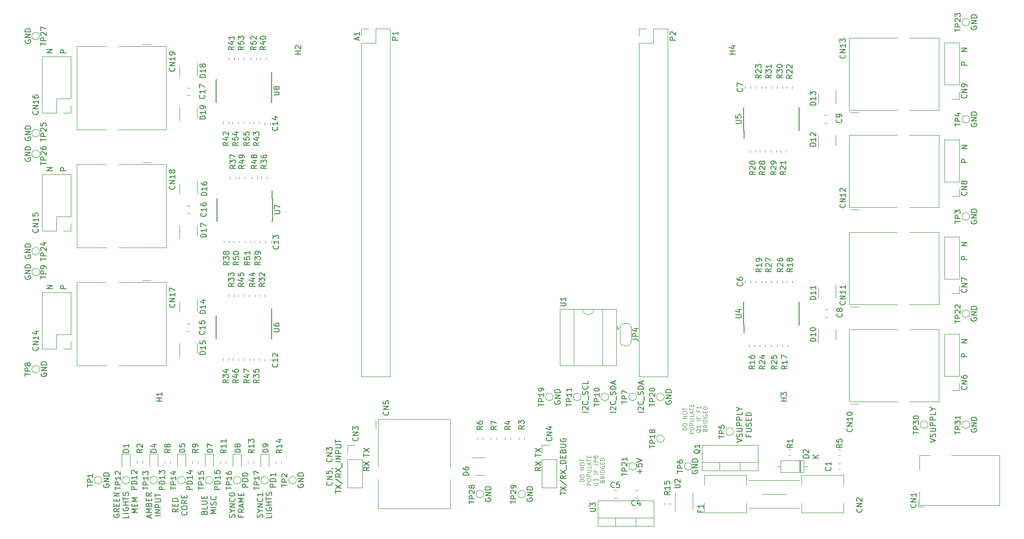
<source format=gbr>
G04 #@! TF.GenerationSoftware,KiCad,Pcbnew,5.0.2-bee76a0~70~ubuntu18.04.1*
G04 #@! TF.CreationDate,2019-05-04T20:09:11-07:00*
G04 #@! TF.ProjectId,aa-daughterboard-lvds,61612d64-6175-4676-9874-6572626f6172,rev?*
G04 #@! TF.SameCoordinates,Original*
G04 #@! TF.FileFunction,Legend,Top*
G04 #@! TF.FilePolarity,Positive*
%FSLAX46Y46*%
G04 Gerber Fmt 4.6, Leading zero omitted, Abs format (unit mm)*
G04 Created by KiCad (PCBNEW 5.0.2-bee76a0~70~ubuntu18.04.1) date Sat 04 May 2019 08:09:11 PM PDT*
%MOMM*%
%LPD*%
G01*
G04 APERTURE LIST*
%ADD10C,0.152400*%
%ADD11C,0.101600*%
%ADD12C,0.120000*%
%ADD13C,0.150000*%
G04 APERTURE END LIST*
D10*
X115902619Y-135394095D02*
X115902619Y-134813523D01*
X116918619Y-135103809D02*
X115902619Y-135103809D01*
X115902619Y-134571619D02*
X116918619Y-133894285D01*
X115902619Y-133894285D02*
X116918619Y-134571619D01*
X116918619Y-137329333D02*
X116434809Y-137668000D01*
X116918619Y-137909904D02*
X115902619Y-137909904D01*
X115902619Y-137522857D01*
X115951000Y-137426095D01*
X115999380Y-137377714D01*
X116096142Y-137329333D01*
X116241285Y-137329333D01*
X116338047Y-137377714D01*
X116386428Y-137426095D01*
X116434809Y-137522857D01*
X116434809Y-137909904D01*
X115902619Y-136990666D02*
X116918619Y-136313333D01*
X115902619Y-136313333D02*
X116918619Y-136990666D01*
X148287619Y-137329333D02*
X147803809Y-137668000D01*
X148287619Y-137909904D02*
X147271619Y-137909904D01*
X147271619Y-137522857D01*
X147320000Y-137426095D01*
X147368380Y-137377714D01*
X147465142Y-137329333D01*
X147610285Y-137329333D01*
X147707047Y-137377714D01*
X147755428Y-137426095D01*
X147803809Y-137522857D01*
X147803809Y-137909904D01*
X147271619Y-136990666D02*
X148287619Y-136313333D01*
X147271619Y-136313333D02*
X148287619Y-136990666D01*
X147271619Y-135394095D02*
X147271619Y-134813523D01*
X148287619Y-135103809D02*
X147271619Y-135103809D01*
X147271619Y-134571619D02*
X148287619Y-133894285D01*
X147271619Y-133894285D02*
X148287619Y-134571619D01*
X226265619Y-117106095D02*
X225249619Y-117106095D01*
X225249619Y-116719047D01*
X225298000Y-116622285D01*
X225346380Y-116573904D01*
X225443142Y-116525523D01*
X225588285Y-116525523D01*
X225685047Y-116573904D01*
X225733428Y-116622285D01*
X225781809Y-116719047D01*
X225781809Y-117106095D01*
X226265619Y-114590285D02*
X225249619Y-114590285D01*
X226265619Y-114009714D01*
X225249619Y-114009714D01*
X226265619Y-61250285D02*
X225249619Y-61250285D01*
X226265619Y-60669714D01*
X225249619Y-60669714D01*
X226265619Y-63766095D02*
X225249619Y-63766095D01*
X225249619Y-63379047D01*
X225298000Y-63282285D01*
X225346380Y-63233904D01*
X225443142Y-63185523D01*
X225588285Y-63185523D01*
X225685047Y-63233904D01*
X225733428Y-63282285D01*
X225781809Y-63379047D01*
X225781809Y-63766095D01*
X226265619Y-81546095D02*
X225249619Y-81546095D01*
X225249619Y-81159047D01*
X225298000Y-81062285D01*
X225346380Y-81013904D01*
X225443142Y-80965523D01*
X225588285Y-80965523D01*
X225685047Y-81013904D01*
X225733428Y-81062285D01*
X225781809Y-81159047D01*
X225781809Y-81546095D01*
X226265619Y-79030285D02*
X225249619Y-79030285D01*
X226265619Y-78449714D01*
X225249619Y-78449714D01*
X226265619Y-96810285D02*
X225249619Y-96810285D01*
X226265619Y-96229714D01*
X225249619Y-96229714D01*
X226265619Y-99326095D02*
X225249619Y-99326095D01*
X225249619Y-98939047D01*
X225298000Y-98842285D01*
X225346380Y-98793904D01*
X225443142Y-98745523D01*
X225588285Y-98745523D01*
X225685047Y-98793904D01*
X225733428Y-98842285D01*
X225781809Y-98939047D01*
X225781809Y-99326095D01*
X58879619Y-104684285D02*
X57863619Y-104684285D01*
X58879619Y-104103714D01*
X57863619Y-104103714D01*
X61419619Y-104660095D02*
X60403619Y-104660095D01*
X60403619Y-104273047D01*
X60452000Y-104176285D01*
X60500380Y-104127904D01*
X60597142Y-104079523D01*
X60742285Y-104079523D01*
X60839047Y-104127904D01*
X60887428Y-104176285D01*
X60935809Y-104273047D01*
X60935809Y-104660095D01*
X58879619Y-83094285D02*
X57863619Y-83094285D01*
X58879619Y-82513714D01*
X57863619Y-82513714D01*
X61419619Y-83070095D02*
X60403619Y-83070095D01*
X60403619Y-82683047D01*
X60452000Y-82586285D01*
X60500380Y-82537904D01*
X60597142Y-82489523D01*
X60742285Y-82489523D01*
X60839047Y-82537904D01*
X60887428Y-82586285D01*
X60935809Y-82683047D01*
X60935809Y-83070095D01*
X58879619Y-61504285D02*
X57863619Y-61504285D01*
X58879619Y-60923714D01*
X57863619Y-60923714D01*
X61419619Y-61480095D02*
X60403619Y-61480095D01*
X60403619Y-61093047D01*
X60452000Y-60996285D01*
X60500380Y-60947904D01*
X60597142Y-60899523D01*
X60742285Y-60899523D01*
X60839047Y-60947904D01*
X60887428Y-60996285D01*
X60935809Y-61093047D01*
X60935809Y-61480095D01*
X219534619Y-132757333D02*
X220550619Y-132418666D01*
X219534619Y-132080000D01*
X220502238Y-131789714D02*
X220550619Y-131644571D01*
X220550619Y-131402666D01*
X220502238Y-131305904D01*
X220453857Y-131257523D01*
X220357095Y-131209142D01*
X220260333Y-131209142D01*
X220163571Y-131257523D01*
X220115190Y-131305904D01*
X220066809Y-131402666D01*
X220018428Y-131596190D01*
X219970047Y-131692952D01*
X219921666Y-131741333D01*
X219824904Y-131789714D01*
X219728142Y-131789714D01*
X219631380Y-131741333D01*
X219583000Y-131692952D01*
X219534619Y-131596190D01*
X219534619Y-131354285D01*
X219583000Y-131209142D01*
X219534619Y-130773714D02*
X220357095Y-130773714D01*
X220453857Y-130725333D01*
X220502238Y-130676952D01*
X220550619Y-130580190D01*
X220550619Y-130386666D01*
X220502238Y-130289904D01*
X220453857Y-130241523D01*
X220357095Y-130193142D01*
X219534619Y-130193142D01*
X220550619Y-129709333D02*
X219534619Y-129709333D01*
X219534619Y-129322285D01*
X219583000Y-129225523D01*
X219631380Y-129177142D01*
X219728142Y-129128761D01*
X219873285Y-129128761D01*
X219970047Y-129177142D01*
X220018428Y-129225523D01*
X220066809Y-129322285D01*
X220066809Y-129709333D01*
X220550619Y-128693333D02*
X219534619Y-128693333D01*
X219534619Y-128306285D01*
X219583000Y-128209523D01*
X219631380Y-128161142D01*
X219728142Y-128112761D01*
X219873285Y-128112761D01*
X219970047Y-128161142D01*
X220018428Y-128209523D01*
X220066809Y-128306285D01*
X220066809Y-128693333D01*
X220550619Y-127193523D02*
X220550619Y-127677333D01*
X219534619Y-127677333D01*
X220066809Y-126661333D02*
X220550619Y-126661333D01*
X219534619Y-127000000D02*
X220066809Y-126661333D01*
X219534619Y-126322666D01*
X227076000Y-56654095D02*
X227027619Y-56750857D01*
X227027619Y-56896000D01*
X227076000Y-57041142D01*
X227172761Y-57137904D01*
X227269523Y-57186285D01*
X227463047Y-57234666D01*
X227608190Y-57234666D01*
X227801714Y-57186285D01*
X227898476Y-57137904D01*
X227995238Y-57041142D01*
X228043619Y-56896000D01*
X228043619Y-56799238D01*
X227995238Y-56654095D01*
X227946857Y-56605714D01*
X227608190Y-56605714D01*
X227608190Y-56799238D01*
X228043619Y-56170285D02*
X227027619Y-56170285D01*
X228043619Y-55589714D01*
X227027619Y-55589714D01*
X228043619Y-55105904D02*
X227027619Y-55105904D01*
X227027619Y-54864000D01*
X227076000Y-54718857D01*
X227172761Y-54622095D01*
X227269523Y-54573714D01*
X227463047Y-54525333D01*
X227608190Y-54525333D01*
X227801714Y-54573714D01*
X227898476Y-54622095D01*
X227995238Y-54718857D01*
X228043619Y-54864000D01*
X228043619Y-55105904D01*
X227076000Y-74434095D02*
X227027619Y-74530857D01*
X227027619Y-74676000D01*
X227076000Y-74821142D01*
X227172761Y-74917904D01*
X227269523Y-74966285D01*
X227463047Y-75014666D01*
X227608190Y-75014666D01*
X227801714Y-74966285D01*
X227898476Y-74917904D01*
X227995238Y-74821142D01*
X228043619Y-74676000D01*
X228043619Y-74579238D01*
X227995238Y-74434095D01*
X227946857Y-74385714D01*
X227608190Y-74385714D01*
X227608190Y-74579238D01*
X228043619Y-73950285D02*
X227027619Y-73950285D01*
X228043619Y-73369714D01*
X227027619Y-73369714D01*
X228043619Y-72885904D02*
X227027619Y-72885904D01*
X227027619Y-72644000D01*
X227076000Y-72498857D01*
X227172761Y-72402095D01*
X227269523Y-72353714D01*
X227463047Y-72305333D01*
X227608190Y-72305333D01*
X227801714Y-72353714D01*
X227898476Y-72402095D01*
X227995238Y-72498857D01*
X228043619Y-72644000D01*
X228043619Y-72885904D01*
X227076000Y-92214095D02*
X227027619Y-92310857D01*
X227027619Y-92456000D01*
X227076000Y-92601142D01*
X227172761Y-92697904D01*
X227269523Y-92746285D01*
X227463047Y-92794666D01*
X227608190Y-92794666D01*
X227801714Y-92746285D01*
X227898476Y-92697904D01*
X227995238Y-92601142D01*
X228043619Y-92456000D01*
X228043619Y-92359238D01*
X227995238Y-92214095D01*
X227946857Y-92165714D01*
X227608190Y-92165714D01*
X227608190Y-92359238D01*
X228043619Y-91730285D02*
X227027619Y-91730285D01*
X228043619Y-91149714D01*
X227027619Y-91149714D01*
X228043619Y-90665904D02*
X227027619Y-90665904D01*
X227027619Y-90424000D01*
X227076000Y-90278857D01*
X227172761Y-90182095D01*
X227269523Y-90133714D01*
X227463047Y-90085333D01*
X227608190Y-90085333D01*
X227801714Y-90133714D01*
X227898476Y-90182095D01*
X227995238Y-90278857D01*
X228043619Y-90424000D01*
X228043619Y-90665904D01*
X227076000Y-109994095D02*
X227027619Y-110090857D01*
X227027619Y-110236000D01*
X227076000Y-110381142D01*
X227172761Y-110477904D01*
X227269523Y-110526285D01*
X227463047Y-110574666D01*
X227608190Y-110574666D01*
X227801714Y-110526285D01*
X227898476Y-110477904D01*
X227995238Y-110381142D01*
X228043619Y-110236000D01*
X228043619Y-110139238D01*
X227995238Y-109994095D01*
X227946857Y-109945714D01*
X227608190Y-109945714D01*
X227608190Y-110139238D01*
X228043619Y-109510285D02*
X227027619Y-109510285D01*
X228043619Y-108929714D01*
X227027619Y-108929714D01*
X228043619Y-108445904D02*
X227027619Y-108445904D01*
X227027619Y-108204000D01*
X227076000Y-108058857D01*
X227172761Y-107962095D01*
X227269523Y-107913714D01*
X227463047Y-107865333D01*
X227608190Y-107865333D01*
X227801714Y-107913714D01*
X227898476Y-107962095D01*
X227995238Y-108058857D01*
X228043619Y-108204000D01*
X228043619Y-108445904D01*
X227076000Y-130314095D02*
X227027619Y-130410857D01*
X227027619Y-130556000D01*
X227076000Y-130701142D01*
X227172761Y-130797904D01*
X227269523Y-130846285D01*
X227463047Y-130894666D01*
X227608190Y-130894666D01*
X227801714Y-130846285D01*
X227898476Y-130797904D01*
X227995238Y-130701142D01*
X228043619Y-130556000D01*
X228043619Y-130459238D01*
X227995238Y-130314095D01*
X227946857Y-130265714D01*
X227608190Y-130265714D01*
X227608190Y-130459238D01*
X228043619Y-129830285D02*
X227027619Y-129830285D01*
X228043619Y-129249714D01*
X227027619Y-129249714D01*
X228043619Y-128765904D02*
X227027619Y-128765904D01*
X227027619Y-128524000D01*
X227076000Y-128378857D01*
X227172761Y-128282095D01*
X227269523Y-128233714D01*
X227463047Y-128185333D01*
X227608190Y-128185333D01*
X227801714Y-128233714D01*
X227898476Y-128282095D01*
X227995238Y-128378857D01*
X228043619Y-128524000D01*
X228043619Y-128765904D01*
X53975000Y-59194095D02*
X53926619Y-59290857D01*
X53926619Y-59436000D01*
X53975000Y-59581142D01*
X54071761Y-59677904D01*
X54168523Y-59726285D01*
X54362047Y-59774666D01*
X54507190Y-59774666D01*
X54700714Y-59726285D01*
X54797476Y-59677904D01*
X54894238Y-59581142D01*
X54942619Y-59436000D01*
X54942619Y-59339238D01*
X54894238Y-59194095D01*
X54845857Y-59145714D01*
X54507190Y-59145714D01*
X54507190Y-59339238D01*
X54942619Y-58710285D02*
X53926619Y-58710285D01*
X54942619Y-58129714D01*
X53926619Y-58129714D01*
X54942619Y-57645904D02*
X53926619Y-57645904D01*
X53926619Y-57404000D01*
X53975000Y-57258857D01*
X54071761Y-57162095D01*
X54168523Y-57113714D01*
X54362047Y-57065333D01*
X54507190Y-57065333D01*
X54700714Y-57113714D01*
X54797476Y-57162095D01*
X54894238Y-57258857D01*
X54942619Y-57404000D01*
X54942619Y-57645904D01*
X53975000Y-76974095D02*
X53926619Y-77070857D01*
X53926619Y-77216000D01*
X53975000Y-77361142D01*
X54071761Y-77457904D01*
X54168523Y-77506285D01*
X54362047Y-77554666D01*
X54507190Y-77554666D01*
X54700714Y-77506285D01*
X54797476Y-77457904D01*
X54894238Y-77361142D01*
X54942619Y-77216000D01*
X54942619Y-77119238D01*
X54894238Y-76974095D01*
X54845857Y-76925714D01*
X54507190Y-76925714D01*
X54507190Y-77119238D01*
X54942619Y-76490285D02*
X53926619Y-76490285D01*
X54942619Y-75909714D01*
X53926619Y-75909714D01*
X54942619Y-75425904D02*
X53926619Y-75425904D01*
X53926619Y-75184000D01*
X53975000Y-75038857D01*
X54071761Y-74942095D01*
X54168523Y-74893714D01*
X54362047Y-74845333D01*
X54507190Y-74845333D01*
X54700714Y-74893714D01*
X54797476Y-74942095D01*
X54894238Y-75038857D01*
X54942619Y-75184000D01*
X54942619Y-75425904D01*
X53975000Y-80784095D02*
X53926619Y-80880857D01*
X53926619Y-81026000D01*
X53975000Y-81171142D01*
X54071761Y-81267904D01*
X54168523Y-81316285D01*
X54362047Y-81364666D01*
X54507190Y-81364666D01*
X54700714Y-81316285D01*
X54797476Y-81267904D01*
X54894238Y-81171142D01*
X54942619Y-81026000D01*
X54942619Y-80929238D01*
X54894238Y-80784095D01*
X54845857Y-80735714D01*
X54507190Y-80735714D01*
X54507190Y-80929238D01*
X54942619Y-80300285D02*
X53926619Y-80300285D01*
X54942619Y-79719714D01*
X53926619Y-79719714D01*
X54942619Y-79235904D02*
X53926619Y-79235904D01*
X53926619Y-78994000D01*
X53975000Y-78848857D01*
X54071761Y-78752095D01*
X54168523Y-78703714D01*
X54362047Y-78655333D01*
X54507190Y-78655333D01*
X54700714Y-78703714D01*
X54797476Y-78752095D01*
X54894238Y-78848857D01*
X54942619Y-78994000D01*
X54942619Y-79235904D01*
X53975000Y-98564095D02*
X53926619Y-98660857D01*
X53926619Y-98806000D01*
X53975000Y-98951142D01*
X54071761Y-99047904D01*
X54168523Y-99096285D01*
X54362047Y-99144666D01*
X54507190Y-99144666D01*
X54700714Y-99096285D01*
X54797476Y-99047904D01*
X54894238Y-98951142D01*
X54942619Y-98806000D01*
X54942619Y-98709238D01*
X54894238Y-98564095D01*
X54845857Y-98515714D01*
X54507190Y-98515714D01*
X54507190Y-98709238D01*
X54942619Y-98080285D02*
X53926619Y-98080285D01*
X54942619Y-97499714D01*
X53926619Y-97499714D01*
X54942619Y-97015904D02*
X53926619Y-97015904D01*
X53926619Y-96774000D01*
X53975000Y-96628857D01*
X54071761Y-96532095D01*
X54168523Y-96483714D01*
X54362047Y-96435333D01*
X54507190Y-96435333D01*
X54700714Y-96483714D01*
X54797476Y-96532095D01*
X54894238Y-96628857D01*
X54942619Y-96774000D01*
X54942619Y-97015904D01*
X56896000Y-120154095D02*
X56847619Y-120250857D01*
X56847619Y-120396000D01*
X56896000Y-120541142D01*
X56992761Y-120637904D01*
X57089523Y-120686285D01*
X57283047Y-120734666D01*
X57428190Y-120734666D01*
X57621714Y-120686285D01*
X57718476Y-120637904D01*
X57815238Y-120541142D01*
X57863619Y-120396000D01*
X57863619Y-120299238D01*
X57815238Y-120154095D01*
X57766857Y-120105714D01*
X57428190Y-120105714D01*
X57428190Y-120299238D01*
X57863619Y-119670285D02*
X56847619Y-119670285D01*
X57863619Y-119089714D01*
X56847619Y-119089714D01*
X57863619Y-118605904D02*
X56847619Y-118605904D01*
X56847619Y-118364000D01*
X56896000Y-118218857D01*
X56992761Y-118122095D01*
X57089523Y-118073714D01*
X57283047Y-118025333D01*
X57428190Y-118025333D01*
X57621714Y-118073714D01*
X57718476Y-118122095D01*
X57815238Y-118218857D01*
X57863619Y-118364000D01*
X57863619Y-118605904D01*
X53975000Y-102374095D02*
X53926619Y-102470857D01*
X53926619Y-102616000D01*
X53975000Y-102761142D01*
X54071761Y-102857904D01*
X54168523Y-102906285D01*
X54362047Y-102954666D01*
X54507190Y-102954666D01*
X54700714Y-102906285D01*
X54797476Y-102857904D01*
X54894238Y-102761142D01*
X54942619Y-102616000D01*
X54942619Y-102519238D01*
X54894238Y-102374095D01*
X54845857Y-102325714D01*
X54507190Y-102325714D01*
X54507190Y-102519238D01*
X54942619Y-101890285D02*
X53926619Y-101890285D01*
X54942619Y-101309714D01*
X53926619Y-101309714D01*
X54942619Y-100825904D02*
X53926619Y-100825904D01*
X53926619Y-100584000D01*
X53975000Y-100438857D01*
X54071761Y-100342095D01*
X54168523Y-100293714D01*
X54362047Y-100245333D01*
X54507190Y-100245333D01*
X54700714Y-100293714D01*
X54797476Y-100342095D01*
X54894238Y-100438857D01*
X54942619Y-100584000D01*
X54942619Y-100825904D01*
X97363038Y-146521714D02*
X97411419Y-146376571D01*
X97411419Y-146134666D01*
X97363038Y-146037904D01*
X97314657Y-145989523D01*
X97217895Y-145941142D01*
X97121133Y-145941142D01*
X97024371Y-145989523D01*
X96975990Y-146037904D01*
X96927609Y-146134666D01*
X96879228Y-146328190D01*
X96830847Y-146424952D01*
X96782466Y-146473333D01*
X96685704Y-146521714D01*
X96588942Y-146521714D01*
X96492180Y-146473333D01*
X96443800Y-146424952D01*
X96395419Y-146328190D01*
X96395419Y-146086285D01*
X96443800Y-145941142D01*
X96927609Y-145312190D02*
X97411419Y-145312190D01*
X96395419Y-145650857D02*
X96927609Y-145312190D01*
X96395419Y-144973523D01*
X97411419Y-144634857D02*
X96395419Y-144634857D01*
X97411419Y-144054285D01*
X96395419Y-144054285D01*
X97314657Y-142989904D02*
X97363038Y-143038285D01*
X97411419Y-143183428D01*
X97411419Y-143280190D01*
X97363038Y-143425333D01*
X97266276Y-143522095D01*
X97169514Y-143570476D01*
X96975990Y-143618857D01*
X96830847Y-143618857D01*
X96637323Y-143570476D01*
X96540561Y-143522095D01*
X96443800Y-143425333D01*
X96395419Y-143280190D01*
X96395419Y-143183428D01*
X96443800Y-143038285D01*
X96492180Y-142989904D01*
X97411419Y-142022285D02*
X97411419Y-142602857D01*
X97411419Y-142312571D02*
X96395419Y-142312571D01*
X96540561Y-142409333D01*
X96637323Y-142506095D01*
X96685704Y-142602857D01*
X99087819Y-146110476D02*
X99087819Y-146594285D01*
X98071819Y-146594285D01*
X99087819Y-145771809D02*
X98071819Y-145771809D01*
X98120200Y-144755809D02*
X98071819Y-144852571D01*
X98071819Y-144997714D01*
X98120200Y-145142857D01*
X98216961Y-145239619D01*
X98313723Y-145288000D01*
X98507247Y-145336380D01*
X98652390Y-145336380D01*
X98845914Y-145288000D01*
X98942676Y-145239619D01*
X99039438Y-145142857D01*
X99087819Y-144997714D01*
X99087819Y-144900952D01*
X99039438Y-144755809D01*
X98991057Y-144707428D01*
X98652390Y-144707428D01*
X98652390Y-144900952D01*
X99087819Y-144272000D02*
X98071819Y-144272000D01*
X98555628Y-144272000D02*
X98555628Y-143691428D01*
X99087819Y-143691428D02*
X98071819Y-143691428D01*
X98071819Y-143352761D02*
X98071819Y-142772190D01*
X99087819Y-143062476D02*
X98071819Y-143062476D01*
X99039438Y-142481904D02*
X99087819Y-142336761D01*
X99087819Y-142094857D01*
X99039438Y-141998095D01*
X98991057Y-141949714D01*
X98894295Y-141901333D01*
X98797533Y-141901333D01*
X98700771Y-141949714D01*
X98652390Y-141998095D01*
X98604009Y-142094857D01*
X98555628Y-142288380D01*
X98507247Y-142385142D01*
X98458866Y-142433523D01*
X98362104Y-142481904D01*
X98265342Y-142481904D01*
X98168580Y-142433523D01*
X98120200Y-142385142D01*
X98071819Y-142288380D01*
X98071819Y-142046476D01*
X98120200Y-141901333D01*
X92283038Y-146521714D02*
X92331419Y-146376571D01*
X92331419Y-146134666D01*
X92283038Y-146037904D01*
X92234657Y-145989523D01*
X92137895Y-145941142D01*
X92041133Y-145941142D01*
X91944371Y-145989523D01*
X91895990Y-146037904D01*
X91847609Y-146134666D01*
X91799228Y-146328190D01*
X91750847Y-146424952D01*
X91702466Y-146473333D01*
X91605704Y-146521714D01*
X91508942Y-146521714D01*
X91412180Y-146473333D01*
X91363800Y-146424952D01*
X91315419Y-146328190D01*
X91315419Y-146086285D01*
X91363800Y-145941142D01*
X91847609Y-145312190D02*
X92331419Y-145312190D01*
X91315419Y-145650857D02*
X91847609Y-145312190D01*
X91315419Y-144973523D01*
X92331419Y-144634857D02*
X91315419Y-144634857D01*
X92331419Y-144054285D01*
X91315419Y-144054285D01*
X92234657Y-142989904D02*
X92283038Y-143038285D01*
X92331419Y-143183428D01*
X92331419Y-143280190D01*
X92283038Y-143425333D01*
X92186276Y-143522095D01*
X92089514Y-143570476D01*
X91895990Y-143618857D01*
X91750847Y-143618857D01*
X91557323Y-143570476D01*
X91460561Y-143522095D01*
X91363800Y-143425333D01*
X91315419Y-143280190D01*
X91315419Y-143183428D01*
X91363800Y-143038285D01*
X91412180Y-142989904D01*
X91315419Y-142360952D02*
X91315419Y-142264190D01*
X91363800Y-142167428D01*
X91412180Y-142119047D01*
X91508942Y-142070666D01*
X91702466Y-142022285D01*
X91944371Y-142022285D01*
X92137895Y-142070666D01*
X92234657Y-142119047D01*
X92283038Y-142167428D01*
X92331419Y-142264190D01*
X92331419Y-142360952D01*
X92283038Y-142457714D01*
X92234657Y-142506095D01*
X92137895Y-142554476D01*
X91944371Y-142602857D01*
X91702466Y-142602857D01*
X91508942Y-142554476D01*
X91412180Y-142506095D01*
X91363800Y-142457714D01*
X91315419Y-142360952D01*
X93475628Y-146110476D02*
X93475628Y-146449142D01*
X94007819Y-146449142D02*
X92991819Y-146449142D01*
X92991819Y-145965333D01*
X94007819Y-144997714D02*
X93524009Y-145336380D01*
X94007819Y-145578285D02*
X92991819Y-145578285D01*
X92991819Y-145191238D01*
X93040200Y-145094476D01*
X93088580Y-145046095D01*
X93185342Y-144997714D01*
X93330485Y-144997714D01*
X93427247Y-145046095D01*
X93475628Y-145094476D01*
X93524009Y-145191238D01*
X93524009Y-145578285D01*
X93717533Y-144610666D02*
X93717533Y-144126857D01*
X94007819Y-144707428D02*
X92991819Y-144368761D01*
X94007819Y-144030095D01*
X94007819Y-143691428D02*
X92991819Y-143691428D01*
X93717533Y-143352761D01*
X92991819Y-143014095D01*
X94007819Y-143014095D01*
X93475628Y-142530285D02*
X93475628Y-142191619D01*
X94007819Y-142046476D02*
X94007819Y-142530285D01*
X92991819Y-142530285D01*
X92991819Y-142046476D01*
X86719228Y-145602476D02*
X86767609Y-145457333D01*
X86815990Y-145408952D01*
X86912752Y-145360571D01*
X87057895Y-145360571D01*
X87154657Y-145408952D01*
X87203038Y-145457333D01*
X87251419Y-145554095D01*
X87251419Y-145941142D01*
X86235419Y-145941142D01*
X86235419Y-145602476D01*
X86283800Y-145505714D01*
X86332180Y-145457333D01*
X86428942Y-145408952D01*
X86525704Y-145408952D01*
X86622466Y-145457333D01*
X86670847Y-145505714D01*
X86719228Y-145602476D01*
X86719228Y-145941142D01*
X87251419Y-144441333D02*
X87251419Y-144925142D01*
X86235419Y-144925142D01*
X86235419Y-144102666D02*
X87057895Y-144102666D01*
X87154657Y-144054285D01*
X87203038Y-144005904D01*
X87251419Y-143909142D01*
X87251419Y-143715619D01*
X87203038Y-143618857D01*
X87154657Y-143570476D01*
X87057895Y-143522095D01*
X86235419Y-143522095D01*
X86719228Y-143038285D02*
X86719228Y-142699619D01*
X87251419Y-142554476D02*
X87251419Y-143038285D01*
X86235419Y-143038285D01*
X86235419Y-142554476D01*
X88927819Y-145844380D02*
X87911819Y-145844380D01*
X88637533Y-145505714D01*
X87911819Y-145167047D01*
X88927819Y-145167047D01*
X88927819Y-144683238D02*
X87911819Y-144683238D01*
X88879438Y-144247809D02*
X88927819Y-144102666D01*
X88927819Y-143860761D01*
X88879438Y-143764000D01*
X88831057Y-143715619D01*
X88734295Y-143667238D01*
X88637533Y-143667238D01*
X88540771Y-143715619D01*
X88492390Y-143764000D01*
X88444009Y-143860761D01*
X88395628Y-144054285D01*
X88347247Y-144151047D01*
X88298866Y-144199428D01*
X88202104Y-144247809D01*
X88105342Y-144247809D01*
X88008580Y-144199428D01*
X87960200Y-144151047D01*
X87911819Y-144054285D01*
X87911819Y-143812380D01*
X87960200Y-143667238D01*
X88831057Y-142651238D02*
X88879438Y-142699619D01*
X88927819Y-142844761D01*
X88927819Y-142941523D01*
X88879438Y-143086666D01*
X88782676Y-143183428D01*
X88685914Y-143231809D01*
X88492390Y-143280190D01*
X88347247Y-143280190D01*
X88153723Y-143231809D01*
X88056961Y-143183428D01*
X87960200Y-143086666D01*
X87911819Y-142941523D01*
X87911819Y-142844761D01*
X87960200Y-142699619D01*
X88008580Y-142651238D01*
X81917419Y-144925142D02*
X81433609Y-145263809D01*
X81917419Y-145505714D02*
X80901419Y-145505714D01*
X80901419Y-145118666D01*
X80949800Y-145021904D01*
X80998180Y-144973523D01*
X81094942Y-144925142D01*
X81240085Y-144925142D01*
X81336847Y-144973523D01*
X81385228Y-145021904D01*
X81433609Y-145118666D01*
X81433609Y-145505714D01*
X81385228Y-144489714D02*
X81385228Y-144151047D01*
X81917419Y-144005904D02*
X81917419Y-144489714D01*
X80901419Y-144489714D01*
X80901419Y-144005904D01*
X81917419Y-143570476D02*
X80901419Y-143570476D01*
X80901419Y-143328571D01*
X80949800Y-143183428D01*
X81046561Y-143086666D01*
X81143323Y-143038285D01*
X81336847Y-142989904D01*
X81481990Y-142989904D01*
X81675514Y-143038285D01*
X81772276Y-143086666D01*
X81869038Y-143183428D01*
X81917419Y-143328571D01*
X81917419Y-143570476D01*
X83497057Y-145457333D02*
X83545438Y-145505714D01*
X83593819Y-145650857D01*
X83593819Y-145747619D01*
X83545438Y-145892761D01*
X83448676Y-145989523D01*
X83351914Y-146037904D01*
X83158390Y-146086285D01*
X83013247Y-146086285D01*
X82819723Y-146037904D01*
X82722961Y-145989523D01*
X82626200Y-145892761D01*
X82577819Y-145747619D01*
X82577819Y-145650857D01*
X82626200Y-145505714D01*
X82674580Y-145457333D01*
X82577819Y-144828380D02*
X82577819Y-144634857D01*
X82626200Y-144538095D01*
X82722961Y-144441333D01*
X82916485Y-144392952D01*
X83255152Y-144392952D01*
X83448676Y-144441333D01*
X83545438Y-144538095D01*
X83593819Y-144634857D01*
X83593819Y-144828380D01*
X83545438Y-144925142D01*
X83448676Y-145021904D01*
X83255152Y-145070285D01*
X82916485Y-145070285D01*
X82722961Y-145021904D01*
X82626200Y-144925142D01*
X82577819Y-144828380D01*
X83593819Y-143376952D02*
X83110009Y-143715619D01*
X83593819Y-143957523D02*
X82577819Y-143957523D01*
X82577819Y-143570476D01*
X82626200Y-143473714D01*
X82674580Y-143425333D01*
X82771342Y-143376952D01*
X82916485Y-143376952D01*
X83013247Y-143425333D01*
X83061628Y-143473714D01*
X83110009Y-143570476D01*
X83110009Y-143957523D01*
X83061628Y-142941523D02*
X83061628Y-142602857D01*
X83593819Y-142457714D02*
X83593819Y-142941523D01*
X82577819Y-142941523D01*
X82577819Y-142457714D01*
X76801133Y-146570095D02*
X76801133Y-146086285D01*
X77091419Y-146666857D02*
X76075419Y-146328190D01*
X77091419Y-145989523D01*
X77091419Y-145650857D02*
X76075419Y-145650857D01*
X76801133Y-145312190D01*
X76075419Y-144973523D01*
X77091419Y-144973523D01*
X76559228Y-144151047D02*
X76607609Y-144005904D01*
X76655990Y-143957523D01*
X76752752Y-143909142D01*
X76897895Y-143909142D01*
X76994657Y-143957523D01*
X77043038Y-144005904D01*
X77091419Y-144102666D01*
X77091419Y-144489714D01*
X76075419Y-144489714D01*
X76075419Y-144151047D01*
X76123800Y-144054285D01*
X76172180Y-144005904D01*
X76268942Y-143957523D01*
X76365704Y-143957523D01*
X76462466Y-144005904D01*
X76510847Y-144054285D01*
X76559228Y-144151047D01*
X76559228Y-144489714D01*
X76559228Y-143473714D02*
X76559228Y-143135047D01*
X77091419Y-142989904D02*
X77091419Y-143473714D01*
X76075419Y-143473714D01*
X76075419Y-142989904D01*
X77091419Y-141973904D02*
X76607609Y-142312571D01*
X77091419Y-142554476D02*
X76075419Y-142554476D01*
X76075419Y-142167428D01*
X76123800Y-142070666D01*
X76172180Y-142022285D01*
X76268942Y-141973904D01*
X76414085Y-141973904D01*
X76510847Y-142022285D01*
X76559228Y-142070666D01*
X76607609Y-142167428D01*
X76607609Y-142554476D01*
X78767819Y-146231428D02*
X77751819Y-146231428D01*
X78767819Y-145747619D02*
X77751819Y-145747619D01*
X78767819Y-145167047D01*
X77751819Y-145167047D01*
X78767819Y-144683238D02*
X77751819Y-144683238D01*
X77751819Y-144296190D01*
X77800200Y-144199428D01*
X77848580Y-144151047D01*
X77945342Y-144102666D01*
X78090485Y-144102666D01*
X78187247Y-144151047D01*
X78235628Y-144199428D01*
X78284009Y-144296190D01*
X78284009Y-144683238D01*
X77751819Y-143667238D02*
X78574295Y-143667238D01*
X78671057Y-143618857D01*
X78719438Y-143570476D01*
X78767819Y-143473714D01*
X78767819Y-143280190D01*
X78719438Y-143183428D01*
X78671057Y-143135047D01*
X78574295Y-143086666D01*
X77751819Y-143086666D01*
X77751819Y-142748000D02*
X77751819Y-142167428D01*
X78767819Y-142457714D02*
X77751819Y-142457714D01*
X70205600Y-145965333D02*
X70157219Y-146062095D01*
X70157219Y-146207238D01*
X70205600Y-146352380D01*
X70302361Y-146449142D01*
X70399123Y-146497523D01*
X70592647Y-146545904D01*
X70737790Y-146545904D01*
X70931314Y-146497523D01*
X71028076Y-146449142D01*
X71124838Y-146352380D01*
X71173219Y-146207238D01*
X71173219Y-146110476D01*
X71124838Y-145965333D01*
X71076457Y-145916952D01*
X70737790Y-145916952D01*
X70737790Y-146110476D01*
X71173219Y-144900952D02*
X70689409Y-145239619D01*
X71173219Y-145481523D02*
X70157219Y-145481523D01*
X70157219Y-145094476D01*
X70205600Y-144997714D01*
X70253980Y-144949333D01*
X70350742Y-144900952D01*
X70495885Y-144900952D01*
X70592647Y-144949333D01*
X70641028Y-144997714D01*
X70689409Y-145094476D01*
X70689409Y-145481523D01*
X70641028Y-144465523D02*
X70641028Y-144126857D01*
X71173219Y-143981714D02*
X71173219Y-144465523D01*
X70157219Y-144465523D01*
X70157219Y-143981714D01*
X70641028Y-143546285D02*
X70641028Y-143207619D01*
X71173219Y-143062476D02*
X71173219Y-143546285D01*
X70157219Y-143546285D01*
X70157219Y-143062476D01*
X71173219Y-142627047D02*
X70157219Y-142627047D01*
X71173219Y-142046476D01*
X70157219Y-142046476D01*
X72849619Y-146110476D02*
X72849619Y-146594285D01*
X71833619Y-146594285D01*
X72849619Y-145771809D02*
X71833619Y-145771809D01*
X71882000Y-144755809D02*
X71833619Y-144852571D01*
X71833619Y-144997714D01*
X71882000Y-145142857D01*
X71978761Y-145239619D01*
X72075523Y-145288000D01*
X72269047Y-145336380D01*
X72414190Y-145336380D01*
X72607714Y-145288000D01*
X72704476Y-145239619D01*
X72801238Y-145142857D01*
X72849619Y-144997714D01*
X72849619Y-144900952D01*
X72801238Y-144755809D01*
X72752857Y-144707428D01*
X72414190Y-144707428D01*
X72414190Y-144900952D01*
X72849619Y-144272000D02*
X71833619Y-144272000D01*
X72317428Y-144272000D02*
X72317428Y-143691428D01*
X72849619Y-143691428D02*
X71833619Y-143691428D01*
X71833619Y-143352761D02*
X71833619Y-142772190D01*
X72849619Y-143062476D02*
X71833619Y-143062476D01*
X72801238Y-142481904D02*
X72849619Y-142336761D01*
X72849619Y-142094857D01*
X72801238Y-141998095D01*
X72752857Y-141949714D01*
X72656095Y-141901333D01*
X72559333Y-141901333D01*
X72462571Y-141949714D01*
X72414190Y-141998095D01*
X72365809Y-142094857D01*
X72317428Y-142288380D01*
X72269047Y-142385142D01*
X72220666Y-142433523D01*
X72123904Y-142481904D01*
X72027142Y-142481904D01*
X71930380Y-142433523D01*
X71882000Y-142385142D01*
X71833619Y-142288380D01*
X71833619Y-142046476D01*
X71882000Y-141901333D01*
X74526019Y-145650857D02*
X73510019Y-145650857D01*
X74235733Y-145312190D01*
X73510019Y-144973523D01*
X74526019Y-144973523D01*
X73993828Y-144489714D02*
X73993828Y-144151047D01*
X74526019Y-144005904D02*
X74526019Y-144489714D01*
X73510019Y-144489714D01*
X73510019Y-144005904D01*
X74526019Y-143570476D02*
X73510019Y-143570476D01*
X74235733Y-143231809D01*
X73510019Y-142893142D01*
X74526019Y-142893142D01*
X99773619Y-140957904D02*
X98757619Y-140957904D01*
X98757619Y-140570857D01*
X98806000Y-140474095D01*
X98854380Y-140425714D01*
X98951142Y-140377333D01*
X99096285Y-140377333D01*
X99193047Y-140425714D01*
X99241428Y-140474095D01*
X99289809Y-140570857D01*
X99289809Y-140957904D01*
X99773619Y-139941904D02*
X98757619Y-139941904D01*
X98757619Y-139700000D01*
X98806000Y-139554857D01*
X98902761Y-139458095D01*
X98999523Y-139409714D01*
X99193047Y-139361333D01*
X99338190Y-139361333D01*
X99531714Y-139409714D01*
X99628476Y-139458095D01*
X99725238Y-139554857D01*
X99773619Y-139700000D01*
X99773619Y-139941904D01*
X99773619Y-138393714D02*
X99773619Y-138974285D01*
X99773619Y-138684000D02*
X98757619Y-138684000D01*
X98902761Y-138780761D01*
X98999523Y-138877523D01*
X99047904Y-138974285D01*
X94693619Y-140957904D02*
X93677619Y-140957904D01*
X93677619Y-140570857D01*
X93726000Y-140474095D01*
X93774380Y-140425714D01*
X93871142Y-140377333D01*
X94016285Y-140377333D01*
X94113047Y-140425714D01*
X94161428Y-140474095D01*
X94209809Y-140570857D01*
X94209809Y-140957904D01*
X94693619Y-139941904D02*
X93677619Y-139941904D01*
X93677619Y-139700000D01*
X93726000Y-139554857D01*
X93822761Y-139458095D01*
X93919523Y-139409714D01*
X94113047Y-139361333D01*
X94258190Y-139361333D01*
X94451714Y-139409714D01*
X94548476Y-139458095D01*
X94645238Y-139554857D01*
X94693619Y-139700000D01*
X94693619Y-139941904D01*
X93677619Y-138732380D02*
X93677619Y-138635619D01*
X93726000Y-138538857D01*
X93774380Y-138490476D01*
X93871142Y-138442095D01*
X94064666Y-138393714D01*
X94306571Y-138393714D01*
X94500095Y-138442095D01*
X94596857Y-138490476D01*
X94645238Y-138538857D01*
X94693619Y-138635619D01*
X94693619Y-138732380D01*
X94645238Y-138829142D01*
X94596857Y-138877523D01*
X94500095Y-138925904D01*
X94306571Y-138974285D01*
X94064666Y-138974285D01*
X93871142Y-138925904D01*
X93774380Y-138877523D01*
X93726000Y-138829142D01*
X93677619Y-138732380D01*
X89613619Y-141441714D02*
X88597619Y-141441714D01*
X88597619Y-141054666D01*
X88646000Y-140957904D01*
X88694380Y-140909523D01*
X88791142Y-140861142D01*
X88936285Y-140861142D01*
X89033047Y-140909523D01*
X89081428Y-140957904D01*
X89129809Y-141054666D01*
X89129809Y-141441714D01*
X89613619Y-140425714D02*
X88597619Y-140425714D01*
X88597619Y-140183809D01*
X88646000Y-140038666D01*
X88742761Y-139941904D01*
X88839523Y-139893523D01*
X89033047Y-139845142D01*
X89178190Y-139845142D01*
X89371714Y-139893523D01*
X89468476Y-139941904D01*
X89565238Y-140038666D01*
X89613619Y-140183809D01*
X89613619Y-140425714D01*
X89613619Y-138877523D02*
X89613619Y-139458095D01*
X89613619Y-139167809D02*
X88597619Y-139167809D01*
X88742761Y-139264571D01*
X88839523Y-139361333D01*
X88887904Y-139458095D01*
X88597619Y-137958285D02*
X88597619Y-138442095D01*
X89081428Y-138490476D01*
X89033047Y-138442095D01*
X88984666Y-138345333D01*
X88984666Y-138103428D01*
X89033047Y-138006666D01*
X89081428Y-137958285D01*
X89178190Y-137909904D01*
X89420095Y-137909904D01*
X89516857Y-137958285D01*
X89565238Y-138006666D01*
X89613619Y-138103428D01*
X89613619Y-138345333D01*
X89565238Y-138442095D01*
X89516857Y-138490476D01*
X84533619Y-141441714D02*
X83517619Y-141441714D01*
X83517619Y-141054666D01*
X83566000Y-140957904D01*
X83614380Y-140909523D01*
X83711142Y-140861142D01*
X83856285Y-140861142D01*
X83953047Y-140909523D01*
X84001428Y-140957904D01*
X84049809Y-141054666D01*
X84049809Y-141441714D01*
X84533619Y-140425714D02*
X83517619Y-140425714D01*
X83517619Y-140183809D01*
X83566000Y-140038666D01*
X83662761Y-139941904D01*
X83759523Y-139893523D01*
X83953047Y-139845142D01*
X84098190Y-139845142D01*
X84291714Y-139893523D01*
X84388476Y-139941904D01*
X84485238Y-140038666D01*
X84533619Y-140183809D01*
X84533619Y-140425714D01*
X84533619Y-138877523D02*
X84533619Y-139458095D01*
X84533619Y-139167809D02*
X83517619Y-139167809D01*
X83662761Y-139264571D01*
X83759523Y-139361333D01*
X83807904Y-139458095D01*
X83856285Y-138006666D02*
X84533619Y-138006666D01*
X83469238Y-138248571D02*
X84194952Y-138490476D01*
X84194952Y-137861523D01*
X79453619Y-141441714D02*
X78437619Y-141441714D01*
X78437619Y-141054666D01*
X78486000Y-140957904D01*
X78534380Y-140909523D01*
X78631142Y-140861142D01*
X78776285Y-140861142D01*
X78873047Y-140909523D01*
X78921428Y-140957904D01*
X78969809Y-141054666D01*
X78969809Y-141441714D01*
X79453619Y-140425714D02*
X78437619Y-140425714D01*
X78437619Y-140183809D01*
X78486000Y-140038666D01*
X78582761Y-139941904D01*
X78679523Y-139893523D01*
X78873047Y-139845142D01*
X79018190Y-139845142D01*
X79211714Y-139893523D01*
X79308476Y-139941904D01*
X79405238Y-140038666D01*
X79453619Y-140183809D01*
X79453619Y-140425714D01*
X79453619Y-138877523D02*
X79453619Y-139458095D01*
X79453619Y-139167809D02*
X78437619Y-139167809D01*
X78582761Y-139264571D01*
X78679523Y-139361333D01*
X78727904Y-139458095D01*
X78437619Y-138538857D02*
X78437619Y-137909904D01*
X78824666Y-138248571D01*
X78824666Y-138103428D01*
X78873047Y-138006666D01*
X78921428Y-137958285D01*
X79018190Y-137909904D01*
X79260095Y-137909904D01*
X79356857Y-137958285D01*
X79405238Y-138006666D01*
X79453619Y-138103428D01*
X79453619Y-138393714D01*
X79405238Y-138490476D01*
X79356857Y-138538857D01*
X74373619Y-141441714D02*
X73357619Y-141441714D01*
X73357619Y-141054666D01*
X73406000Y-140957904D01*
X73454380Y-140909523D01*
X73551142Y-140861142D01*
X73696285Y-140861142D01*
X73793047Y-140909523D01*
X73841428Y-140957904D01*
X73889809Y-141054666D01*
X73889809Y-141441714D01*
X74373619Y-140425714D02*
X73357619Y-140425714D01*
X73357619Y-140183809D01*
X73406000Y-140038666D01*
X73502761Y-139941904D01*
X73599523Y-139893523D01*
X73793047Y-139845142D01*
X73938190Y-139845142D01*
X74131714Y-139893523D01*
X74228476Y-139941904D01*
X74325238Y-140038666D01*
X74373619Y-140183809D01*
X74373619Y-140425714D01*
X74373619Y-138877523D02*
X74373619Y-139458095D01*
X74373619Y-139167809D02*
X73357619Y-139167809D01*
X73502761Y-139264571D01*
X73599523Y-139361333D01*
X73647904Y-139458095D01*
X73454380Y-138490476D02*
X73406000Y-138442095D01*
X73357619Y-138345333D01*
X73357619Y-138103428D01*
X73406000Y-138006666D01*
X73454380Y-137958285D01*
X73551142Y-137909904D01*
X73647904Y-137909904D01*
X73793047Y-137958285D01*
X74373619Y-138538857D01*
X74373619Y-137909904D01*
X103886000Y-140474095D02*
X103837619Y-140570857D01*
X103837619Y-140716000D01*
X103886000Y-140861142D01*
X103982761Y-140957904D01*
X104079523Y-141006285D01*
X104273047Y-141054666D01*
X104418190Y-141054666D01*
X104611714Y-141006285D01*
X104708476Y-140957904D01*
X104805238Y-140861142D01*
X104853619Y-140716000D01*
X104853619Y-140619238D01*
X104805238Y-140474095D01*
X104756857Y-140425714D01*
X104418190Y-140425714D01*
X104418190Y-140619238D01*
X104853619Y-139990285D02*
X103837619Y-139990285D01*
X104853619Y-139409714D01*
X103837619Y-139409714D01*
X104853619Y-138925904D02*
X103837619Y-138925904D01*
X103837619Y-138684000D01*
X103886000Y-138538857D01*
X103982761Y-138442095D01*
X104079523Y-138393714D01*
X104273047Y-138345333D01*
X104418190Y-138345333D01*
X104611714Y-138393714D01*
X104708476Y-138442095D01*
X104805238Y-138538857D01*
X104853619Y-138684000D01*
X104853619Y-138925904D01*
X68326000Y-140474095D02*
X68277619Y-140570857D01*
X68277619Y-140716000D01*
X68326000Y-140861142D01*
X68422761Y-140957904D01*
X68519523Y-141006285D01*
X68713047Y-141054666D01*
X68858190Y-141054666D01*
X69051714Y-141006285D01*
X69148476Y-140957904D01*
X69245238Y-140861142D01*
X69293619Y-140716000D01*
X69293619Y-140619238D01*
X69245238Y-140474095D01*
X69196857Y-140425714D01*
X68858190Y-140425714D01*
X68858190Y-140619238D01*
X69293619Y-139990285D02*
X68277619Y-139990285D01*
X69293619Y-139409714D01*
X68277619Y-139409714D01*
X69293619Y-138925904D02*
X68277619Y-138925904D01*
X68277619Y-138684000D01*
X68326000Y-138538857D01*
X68422761Y-138442095D01*
X68519523Y-138393714D01*
X68713047Y-138345333D01*
X68858190Y-138345333D01*
X69051714Y-138393714D01*
X69148476Y-138442095D01*
X69245238Y-138538857D01*
X69293619Y-138684000D01*
X69293619Y-138925904D01*
D11*
X156211814Y-139899571D02*
X155449814Y-139899571D01*
X155449814Y-139718142D01*
X155486100Y-139609285D01*
X155558671Y-139536714D01*
X155631242Y-139500428D01*
X155776385Y-139464142D01*
X155885242Y-139464142D01*
X156030385Y-139500428D01*
X156102957Y-139536714D01*
X156175528Y-139609285D01*
X156211814Y-139718142D01*
X156211814Y-139899571D01*
X155449814Y-138992428D02*
X155449814Y-138847285D01*
X155486100Y-138774714D01*
X155558671Y-138702142D01*
X155703814Y-138665857D01*
X155957814Y-138665857D01*
X156102957Y-138702142D01*
X156175528Y-138774714D01*
X156211814Y-138847285D01*
X156211814Y-138992428D01*
X156175528Y-139065000D01*
X156102957Y-139137571D01*
X155957814Y-139173857D01*
X155703814Y-139173857D01*
X155558671Y-139137571D01*
X155486100Y-139065000D01*
X155449814Y-138992428D01*
X156211814Y-137758714D02*
X155449814Y-137758714D01*
X156211814Y-137323285D01*
X155449814Y-137323285D01*
X155449814Y-136815285D02*
X155449814Y-136670142D01*
X155486100Y-136597571D01*
X155558671Y-136525000D01*
X155703814Y-136488714D01*
X155957814Y-136488714D01*
X156102957Y-136525000D01*
X156175528Y-136597571D01*
X156211814Y-136670142D01*
X156211814Y-136815285D01*
X156175528Y-136887857D01*
X156102957Y-136960428D01*
X155957814Y-136996714D01*
X155703814Y-136996714D01*
X155558671Y-136960428D01*
X155486100Y-136887857D01*
X155449814Y-136815285D01*
X155449814Y-136271000D02*
X155449814Y-135835571D01*
X156211814Y-136053285D02*
X155449814Y-136053285D01*
X157456414Y-140570857D02*
X156694414Y-140570857D01*
X156694414Y-140280571D01*
X156730700Y-140208000D01*
X156766985Y-140171714D01*
X156839557Y-140135428D01*
X156948414Y-140135428D01*
X157020985Y-140171714D01*
X157057271Y-140208000D01*
X157093557Y-140280571D01*
X157093557Y-140570857D01*
X156694414Y-139663714D02*
X156694414Y-139518571D01*
X156730700Y-139446000D01*
X156803271Y-139373428D01*
X156948414Y-139337142D01*
X157202414Y-139337142D01*
X157347557Y-139373428D01*
X157420128Y-139446000D01*
X157456414Y-139518571D01*
X157456414Y-139663714D01*
X157420128Y-139736285D01*
X157347557Y-139808857D01*
X157202414Y-139845142D01*
X156948414Y-139845142D01*
X156803271Y-139808857D01*
X156730700Y-139736285D01*
X156694414Y-139663714D01*
X157456414Y-139010571D02*
X156694414Y-139010571D01*
X156694414Y-138720285D01*
X156730700Y-138647714D01*
X156766985Y-138611428D01*
X156839557Y-138575142D01*
X156948414Y-138575142D01*
X157020985Y-138611428D01*
X157057271Y-138647714D01*
X157093557Y-138720285D01*
X157093557Y-139010571D01*
X156694414Y-138248571D02*
X157311271Y-138248571D01*
X157383842Y-138212285D01*
X157420128Y-138176000D01*
X157456414Y-138103428D01*
X157456414Y-137958285D01*
X157420128Y-137885714D01*
X157383842Y-137849428D01*
X157311271Y-137813142D01*
X156694414Y-137813142D01*
X157456414Y-137087428D02*
X157456414Y-137450285D01*
X156694414Y-137450285D01*
X157238700Y-136869714D02*
X157238700Y-136506857D01*
X157456414Y-136942285D02*
X156694414Y-136688285D01*
X157456414Y-136434285D01*
X156694414Y-136289142D02*
X156694414Y-135853714D01*
X157456414Y-136071428D02*
X156694414Y-136071428D01*
X157057271Y-135599714D02*
X157057271Y-135345714D01*
X157456414Y-135236857D02*
X157456414Y-135599714D01*
X156694414Y-135599714D01*
X156694414Y-135236857D01*
X157939014Y-140625285D02*
X158555871Y-140625285D01*
X158628442Y-140589000D01*
X158664728Y-140552714D01*
X158701014Y-140480142D01*
X158701014Y-140335000D01*
X158664728Y-140262428D01*
X158628442Y-140226142D01*
X158555871Y-140189857D01*
X157939014Y-140189857D01*
X157939014Y-139899571D02*
X157939014Y-139427857D01*
X158229300Y-139681857D01*
X158229300Y-139573000D01*
X158265585Y-139500428D01*
X158301871Y-139464142D01*
X158374442Y-139427857D01*
X158555871Y-139427857D01*
X158628442Y-139464142D01*
X158664728Y-139500428D01*
X158701014Y-139573000D01*
X158701014Y-139790714D01*
X158664728Y-139863285D01*
X158628442Y-139899571D01*
X158701014Y-138520714D02*
X157939014Y-138520714D01*
X158301871Y-137903857D02*
X158301871Y-138157857D01*
X158701014Y-138157857D02*
X157939014Y-138157857D01*
X157939014Y-137795000D01*
X157939014Y-136706428D02*
X158483300Y-136706428D01*
X158592157Y-136742714D01*
X158664728Y-136815285D01*
X158701014Y-136924142D01*
X158701014Y-136996714D01*
X158701014Y-136343571D02*
X157939014Y-136343571D01*
X157939014Y-136053285D01*
X157975300Y-135980714D01*
X158011585Y-135944428D01*
X158084157Y-135908142D01*
X158193014Y-135908142D01*
X158265585Y-135944428D01*
X158301871Y-135980714D01*
X158338157Y-136053285D01*
X158338157Y-136343571D01*
X157939014Y-135255000D02*
X157939014Y-135400142D01*
X157975300Y-135472714D01*
X158011585Y-135509000D01*
X158120442Y-135581571D01*
X158265585Y-135617857D01*
X158555871Y-135617857D01*
X158628442Y-135581571D01*
X158664728Y-135545285D01*
X158701014Y-135472714D01*
X158701014Y-135327571D01*
X158664728Y-135255000D01*
X158628442Y-135218714D01*
X158555871Y-135182428D01*
X158374442Y-135182428D01*
X158301871Y-135218714D01*
X158265585Y-135255000D01*
X158229300Y-135327571D01*
X158229300Y-135472714D01*
X158265585Y-135545285D01*
X158301871Y-135581571D01*
X158374442Y-135617857D01*
X159546471Y-139917714D02*
X159582757Y-139808857D01*
X159619042Y-139772571D01*
X159691614Y-139736285D01*
X159800471Y-139736285D01*
X159873042Y-139772571D01*
X159909328Y-139808857D01*
X159945614Y-139881428D01*
X159945614Y-140171714D01*
X159183614Y-140171714D01*
X159183614Y-139917714D01*
X159219900Y-139845142D01*
X159256185Y-139808857D01*
X159328757Y-139772571D01*
X159401328Y-139772571D01*
X159473900Y-139808857D01*
X159510185Y-139845142D01*
X159546471Y-139917714D01*
X159546471Y-140171714D01*
X159945614Y-138974285D02*
X159582757Y-139228285D01*
X159945614Y-139409714D02*
X159183614Y-139409714D01*
X159183614Y-139119428D01*
X159219900Y-139046857D01*
X159256185Y-139010571D01*
X159328757Y-138974285D01*
X159437614Y-138974285D01*
X159510185Y-139010571D01*
X159546471Y-139046857D01*
X159582757Y-139119428D01*
X159582757Y-139409714D01*
X159945614Y-138647714D02*
X159183614Y-138647714D01*
X159945614Y-138284857D02*
X159183614Y-138284857D01*
X159183614Y-138103428D01*
X159219900Y-137994571D01*
X159292471Y-137922000D01*
X159365042Y-137885714D01*
X159510185Y-137849428D01*
X159619042Y-137849428D01*
X159764185Y-137885714D01*
X159836757Y-137922000D01*
X159909328Y-137994571D01*
X159945614Y-138103428D01*
X159945614Y-138284857D01*
X159219900Y-137123714D02*
X159183614Y-137196285D01*
X159183614Y-137305142D01*
X159219900Y-137414000D01*
X159292471Y-137486571D01*
X159365042Y-137522857D01*
X159510185Y-137559142D01*
X159619042Y-137559142D01*
X159764185Y-137522857D01*
X159836757Y-137486571D01*
X159909328Y-137414000D01*
X159945614Y-137305142D01*
X159945614Y-137232571D01*
X159909328Y-137123714D01*
X159873042Y-137087428D01*
X159619042Y-137087428D01*
X159619042Y-137232571D01*
X159546471Y-136760857D02*
X159546471Y-136506857D01*
X159945614Y-136398000D02*
X159945614Y-136760857D01*
X159183614Y-136760857D01*
X159183614Y-136398000D01*
X159945614Y-136071428D02*
X159183614Y-136071428D01*
X159183614Y-135890000D01*
X159219900Y-135781142D01*
X159292471Y-135708571D01*
X159365042Y-135672285D01*
X159510185Y-135636000D01*
X159619042Y-135636000D01*
X159764185Y-135672285D01*
X159836757Y-135708571D01*
X159909328Y-135781142D01*
X159945614Y-135890000D01*
X159945614Y-136071428D01*
X175007814Y-130501571D02*
X174245814Y-130501571D01*
X174245814Y-130320142D01*
X174282100Y-130211285D01*
X174354671Y-130138714D01*
X174427242Y-130102428D01*
X174572385Y-130066142D01*
X174681242Y-130066142D01*
X174826385Y-130102428D01*
X174898957Y-130138714D01*
X174971528Y-130211285D01*
X175007814Y-130320142D01*
X175007814Y-130501571D01*
X174245814Y-129594428D02*
X174245814Y-129449285D01*
X174282100Y-129376714D01*
X174354671Y-129304142D01*
X174499814Y-129267857D01*
X174753814Y-129267857D01*
X174898957Y-129304142D01*
X174971528Y-129376714D01*
X175007814Y-129449285D01*
X175007814Y-129594428D01*
X174971528Y-129667000D01*
X174898957Y-129739571D01*
X174753814Y-129775857D01*
X174499814Y-129775857D01*
X174354671Y-129739571D01*
X174282100Y-129667000D01*
X174245814Y-129594428D01*
X175007814Y-128360714D02*
X174245814Y-128360714D01*
X175007814Y-127925285D01*
X174245814Y-127925285D01*
X174245814Y-127417285D02*
X174245814Y-127272142D01*
X174282100Y-127199571D01*
X174354671Y-127127000D01*
X174499814Y-127090714D01*
X174753814Y-127090714D01*
X174898957Y-127127000D01*
X174971528Y-127199571D01*
X175007814Y-127272142D01*
X175007814Y-127417285D01*
X174971528Y-127489857D01*
X174898957Y-127562428D01*
X174753814Y-127598714D01*
X174499814Y-127598714D01*
X174354671Y-127562428D01*
X174282100Y-127489857D01*
X174245814Y-127417285D01*
X174245814Y-126873000D02*
X174245814Y-126437571D01*
X175007814Y-126655285D02*
X174245814Y-126655285D01*
X176252414Y-131172857D02*
X175490414Y-131172857D01*
X175490414Y-130882571D01*
X175526700Y-130810000D01*
X175562985Y-130773714D01*
X175635557Y-130737428D01*
X175744414Y-130737428D01*
X175816985Y-130773714D01*
X175853271Y-130810000D01*
X175889557Y-130882571D01*
X175889557Y-131172857D01*
X175490414Y-130265714D02*
X175490414Y-130120571D01*
X175526700Y-130048000D01*
X175599271Y-129975428D01*
X175744414Y-129939142D01*
X175998414Y-129939142D01*
X176143557Y-129975428D01*
X176216128Y-130048000D01*
X176252414Y-130120571D01*
X176252414Y-130265714D01*
X176216128Y-130338285D01*
X176143557Y-130410857D01*
X175998414Y-130447142D01*
X175744414Y-130447142D01*
X175599271Y-130410857D01*
X175526700Y-130338285D01*
X175490414Y-130265714D01*
X176252414Y-129612571D02*
X175490414Y-129612571D01*
X175490414Y-129322285D01*
X175526700Y-129249714D01*
X175562985Y-129213428D01*
X175635557Y-129177142D01*
X175744414Y-129177142D01*
X175816985Y-129213428D01*
X175853271Y-129249714D01*
X175889557Y-129322285D01*
X175889557Y-129612571D01*
X175490414Y-128850571D02*
X176107271Y-128850571D01*
X176179842Y-128814285D01*
X176216128Y-128778000D01*
X176252414Y-128705428D01*
X176252414Y-128560285D01*
X176216128Y-128487714D01*
X176179842Y-128451428D01*
X176107271Y-128415142D01*
X175490414Y-128415142D01*
X176252414Y-127689428D02*
X176252414Y-128052285D01*
X175490414Y-128052285D01*
X176034700Y-127471714D02*
X176034700Y-127108857D01*
X176252414Y-127544285D02*
X175490414Y-127290285D01*
X176252414Y-127036285D01*
X175490414Y-126891142D02*
X175490414Y-126455714D01*
X176252414Y-126673428D02*
X175490414Y-126673428D01*
X175853271Y-126201714D02*
X175853271Y-125947714D01*
X176252414Y-125838857D02*
X176252414Y-126201714D01*
X175490414Y-126201714D01*
X175490414Y-125838857D01*
X177569585Y-130374571D02*
X177533300Y-130447142D01*
X177460728Y-130519714D01*
X177351871Y-130628571D01*
X177315585Y-130701142D01*
X177315585Y-130773714D01*
X177497014Y-130737428D02*
X177460728Y-130810000D01*
X177388157Y-130882571D01*
X177243014Y-130918857D01*
X176989014Y-130918857D01*
X176843871Y-130882571D01*
X176771300Y-130810000D01*
X176735014Y-130737428D01*
X176735014Y-130592285D01*
X176771300Y-130519714D01*
X176843871Y-130447142D01*
X176989014Y-130410857D01*
X177243014Y-130410857D01*
X177388157Y-130447142D01*
X177460728Y-130519714D01*
X177497014Y-130592285D01*
X177497014Y-130737428D01*
X177497014Y-129685142D02*
X177497014Y-130120571D01*
X177497014Y-129902857D02*
X176735014Y-129902857D01*
X176843871Y-129975428D01*
X176916442Y-130048000D01*
X176952728Y-130120571D01*
X177497014Y-128778000D02*
X176735014Y-128778000D01*
X177097871Y-128161142D02*
X177097871Y-128415142D01*
X177497014Y-128415142D02*
X176735014Y-128415142D01*
X176735014Y-128052285D01*
X177097871Y-126927428D02*
X177097871Y-127181428D01*
X177497014Y-127181428D02*
X176735014Y-127181428D01*
X176735014Y-126818571D01*
X177497014Y-126129142D02*
X177497014Y-126564571D01*
X177497014Y-126346857D02*
X176735014Y-126346857D01*
X176843871Y-126419428D01*
X176916442Y-126492000D01*
X176952728Y-126564571D01*
X178342471Y-130519714D02*
X178378757Y-130410857D01*
X178415042Y-130374571D01*
X178487614Y-130338285D01*
X178596471Y-130338285D01*
X178669042Y-130374571D01*
X178705328Y-130410857D01*
X178741614Y-130483428D01*
X178741614Y-130773714D01*
X177979614Y-130773714D01*
X177979614Y-130519714D01*
X178015900Y-130447142D01*
X178052185Y-130410857D01*
X178124757Y-130374571D01*
X178197328Y-130374571D01*
X178269900Y-130410857D01*
X178306185Y-130447142D01*
X178342471Y-130519714D01*
X178342471Y-130773714D01*
X178741614Y-129576285D02*
X178378757Y-129830285D01*
X178741614Y-130011714D02*
X177979614Y-130011714D01*
X177979614Y-129721428D01*
X178015900Y-129648857D01*
X178052185Y-129612571D01*
X178124757Y-129576285D01*
X178233614Y-129576285D01*
X178306185Y-129612571D01*
X178342471Y-129648857D01*
X178378757Y-129721428D01*
X178378757Y-130011714D01*
X178741614Y-129249714D02*
X177979614Y-129249714D01*
X178741614Y-128886857D02*
X177979614Y-128886857D01*
X177979614Y-128705428D01*
X178015900Y-128596571D01*
X178088471Y-128524000D01*
X178161042Y-128487714D01*
X178306185Y-128451428D01*
X178415042Y-128451428D01*
X178560185Y-128487714D01*
X178632757Y-128524000D01*
X178705328Y-128596571D01*
X178741614Y-128705428D01*
X178741614Y-128886857D01*
X178015900Y-127725714D02*
X177979614Y-127798285D01*
X177979614Y-127907142D01*
X178015900Y-128016000D01*
X178088471Y-128088571D01*
X178161042Y-128124857D01*
X178306185Y-128161142D01*
X178415042Y-128161142D01*
X178560185Y-128124857D01*
X178632757Y-128088571D01*
X178705328Y-128016000D01*
X178741614Y-127907142D01*
X178741614Y-127834571D01*
X178705328Y-127725714D01*
X178669042Y-127689428D01*
X178415042Y-127689428D01*
X178415042Y-127834571D01*
X178342471Y-127362857D02*
X178342471Y-127108857D01*
X178741614Y-127000000D02*
X178741614Y-127362857D01*
X177979614Y-127362857D01*
X177979614Y-127000000D01*
X178741614Y-126673428D02*
X177979614Y-126673428D01*
X177979614Y-126492000D01*
X178015900Y-126383142D01*
X178088471Y-126310571D01*
X178161042Y-126274285D01*
X178306185Y-126238000D01*
X178415042Y-126238000D01*
X178560185Y-126274285D01*
X178632757Y-126310571D01*
X178705328Y-126383142D01*
X178741614Y-126492000D01*
X178741614Y-126673428D01*
D10*
X145796000Y-143014095D02*
X145747619Y-143110857D01*
X145747619Y-143256000D01*
X145796000Y-143401142D01*
X145892761Y-143497904D01*
X145989523Y-143546285D01*
X146183047Y-143594666D01*
X146328190Y-143594666D01*
X146521714Y-143546285D01*
X146618476Y-143497904D01*
X146715238Y-143401142D01*
X146763619Y-143256000D01*
X146763619Y-143159238D01*
X146715238Y-143014095D01*
X146666857Y-142965714D01*
X146328190Y-142965714D01*
X146328190Y-143159238D01*
X146763619Y-142530285D02*
X145747619Y-142530285D01*
X146763619Y-141949714D01*
X145747619Y-141949714D01*
X146763619Y-141465904D02*
X145747619Y-141465904D01*
X145747619Y-141224000D01*
X145796000Y-141078857D01*
X145892761Y-140982095D01*
X145989523Y-140933714D01*
X146183047Y-140885333D01*
X146328190Y-140885333D01*
X146521714Y-140933714D01*
X146618476Y-140982095D01*
X146715238Y-141078857D01*
X146763619Y-141224000D01*
X146763619Y-141465904D01*
X138176000Y-143014095D02*
X138127619Y-143110857D01*
X138127619Y-143256000D01*
X138176000Y-143401142D01*
X138272761Y-143497904D01*
X138369523Y-143546285D01*
X138563047Y-143594666D01*
X138708190Y-143594666D01*
X138901714Y-143546285D01*
X138998476Y-143497904D01*
X139095238Y-143401142D01*
X139143619Y-143256000D01*
X139143619Y-143159238D01*
X139095238Y-143014095D01*
X139046857Y-142965714D01*
X138708190Y-142965714D01*
X138708190Y-143159238D01*
X139143619Y-142530285D02*
X138127619Y-142530285D01*
X139143619Y-141949714D01*
X138127619Y-141949714D01*
X139143619Y-141465904D02*
X138127619Y-141465904D01*
X138127619Y-141224000D01*
X138176000Y-141078857D01*
X138272761Y-140982095D01*
X138369523Y-140933714D01*
X138563047Y-140885333D01*
X138708190Y-140885333D01*
X138901714Y-140933714D01*
X138998476Y-140982095D01*
X139095238Y-141078857D01*
X139143619Y-141224000D01*
X139143619Y-141465904D01*
X151843619Y-142360952D02*
X151843619Y-141780380D01*
X152859619Y-142070666D02*
X151843619Y-142070666D01*
X151843619Y-141538476D02*
X152859619Y-140861142D01*
X151843619Y-140861142D02*
X152859619Y-141538476D01*
X151795238Y-139748380D02*
X153101523Y-140619238D01*
X152859619Y-138829142D02*
X152375809Y-139167809D01*
X152859619Y-139409714D02*
X151843619Y-139409714D01*
X151843619Y-139022666D01*
X151892000Y-138925904D01*
X151940380Y-138877523D01*
X152037142Y-138829142D01*
X152182285Y-138829142D01*
X152279047Y-138877523D01*
X152327428Y-138925904D01*
X152375809Y-139022666D01*
X152375809Y-139409714D01*
X151843619Y-138490476D02*
X152859619Y-137813142D01*
X151843619Y-137813142D02*
X152859619Y-138490476D01*
X152956380Y-137668000D02*
X152956380Y-136893904D01*
X152859619Y-136652000D02*
X151843619Y-136652000D01*
X151843619Y-136410095D01*
X151892000Y-136264952D01*
X151988761Y-136168190D01*
X152085523Y-136119809D01*
X152279047Y-136071428D01*
X152424190Y-136071428D01*
X152617714Y-136119809D01*
X152714476Y-136168190D01*
X152811238Y-136264952D01*
X152859619Y-136410095D01*
X152859619Y-136652000D01*
X152327428Y-135636000D02*
X152327428Y-135297333D01*
X152859619Y-135152190D02*
X152859619Y-135636000D01*
X151843619Y-135636000D01*
X151843619Y-135152190D01*
X152327428Y-134378095D02*
X152375809Y-134232952D01*
X152424190Y-134184571D01*
X152520952Y-134136190D01*
X152666095Y-134136190D01*
X152762857Y-134184571D01*
X152811238Y-134232952D01*
X152859619Y-134329714D01*
X152859619Y-134716761D01*
X151843619Y-134716761D01*
X151843619Y-134378095D01*
X151892000Y-134281333D01*
X151940380Y-134232952D01*
X152037142Y-134184571D01*
X152133904Y-134184571D01*
X152230666Y-134232952D01*
X152279047Y-134281333D01*
X152327428Y-134378095D01*
X152327428Y-134716761D01*
X151843619Y-133700761D02*
X152666095Y-133700761D01*
X152762857Y-133652380D01*
X152811238Y-133604000D01*
X152859619Y-133507238D01*
X152859619Y-133313714D01*
X152811238Y-133216952D01*
X152762857Y-133168571D01*
X152666095Y-133120190D01*
X151843619Y-133120190D01*
X151892000Y-132104190D02*
X151843619Y-132200952D01*
X151843619Y-132346095D01*
X151892000Y-132491238D01*
X151988761Y-132588000D01*
X152085523Y-132636380D01*
X152279047Y-132684761D01*
X152424190Y-132684761D01*
X152617714Y-132636380D01*
X152714476Y-132588000D01*
X152811238Y-132491238D01*
X152859619Y-132346095D01*
X152859619Y-132249333D01*
X152811238Y-132104190D01*
X152762857Y-132055809D01*
X152424190Y-132055809D01*
X152424190Y-132249333D01*
X110014657Y-140014476D02*
X110063038Y-140062857D01*
X110111419Y-140208000D01*
X110111419Y-140304761D01*
X110063038Y-140449904D01*
X109966276Y-140546666D01*
X109869514Y-140595047D01*
X109675990Y-140643428D01*
X109530847Y-140643428D01*
X109337323Y-140595047D01*
X109240561Y-140546666D01*
X109143800Y-140449904D01*
X109095419Y-140304761D01*
X109095419Y-140208000D01*
X109143800Y-140062857D01*
X109192180Y-140014476D01*
X110111419Y-139579047D02*
X109095419Y-139579047D01*
X110111419Y-138998476D01*
X109095419Y-138998476D01*
X109095419Y-138030857D02*
X109095419Y-138514666D01*
X109579228Y-138563047D01*
X109530847Y-138514666D01*
X109482466Y-138417904D01*
X109482466Y-138176000D01*
X109530847Y-138079238D01*
X109579228Y-138030857D01*
X109675990Y-137982476D01*
X109917895Y-137982476D01*
X110014657Y-138030857D01*
X110063038Y-138079238D01*
X110111419Y-138176000D01*
X110111419Y-138417904D01*
X110063038Y-138514666D01*
X110014657Y-138563047D01*
X110063038Y-137498666D02*
X110111419Y-137498666D01*
X110208180Y-137547047D01*
X110256561Y-137595428D01*
X110014657Y-135708571D02*
X110063038Y-135756952D01*
X110111419Y-135902095D01*
X110111419Y-135998857D01*
X110063038Y-136144000D01*
X109966276Y-136240761D01*
X109869514Y-136289142D01*
X109675990Y-136337523D01*
X109530847Y-136337523D01*
X109337323Y-136289142D01*
X109240561Y-136240761D01*
X109143800Y-136144000D01*
X109095419Y-135998857D01*
X109095419Y-135902095D01*
X109143800Y-135756952D01*
X109192180Y-135708571D01*
X110111419Y-135273142D02*
X109095419Y-135273142D01*
X110111419Y-134692571D01*
X109095419Y-134692571D01*
X109095419Y-134305523D02*
X109095419Y-133676571D01*
X109482466Y-134015238D01*
X109482466Y-133870095D01*
X109530847Y-133773333D01*
X109579228Y-133724952D01*
X109675990Y-133676571D01*
X109917895Y-133676571D01*
X110014657Y-133724952D01*
X110063038Y-133773333D01*
X110111419Y-133870095D01*
X110111419Y-134160380D01*
X110063038Y-134257142D01*
X110014657Y-134305523D01*
X110771819Y-142046476D02*
X110771819Y-141465904D01*
X111787819Y-141756190D02*
X110771819Y-141756190D01*
X110771819Y-141224000D02*
X111787819Y-140546666D01*
X110771819Y-140546666D02*
X111787819Y-141224000D01*
X110723438Y-139433904D02*
X112029723Y-140304761D01*
X111787819Y-138514666D02*
X111304009Y-138853333D01*
X111787819Y-139095238D02*
X110771819Y-139095238D01*
X110771819Y-138708190D01*
X110820200Y-138611428D01*
X110868580Y-138563047D01*
X110965342Y-138514666D01*
X111110485Y-138514666D01*
X111207247Y-138563047D01*
X111255628Y-138611428D01*
X111304009Y-138708190D01*
X111304009Y-139095238D01*
X110771819Y-138176000D02*
X111787819Y-137498666D01*
X110771819Y-137498666D02*
X111787819Y-138176000D01*
X111884580Y-137353523D02*
X111884580Y-136579428D01*
X111787819Y-136337523D02*
X110771819Y-136337523D01*
X111787819Y-135853714D02*
X110771819Y-135853714D01*
X111787819Y-135273142D01*
X110771819Y-135273142D01*
X111787819Y-134789333D02*
X110771819Y-134789333D01*
X110771819Y-134402285D01*
X110820200Y-134305523D01*
X110868580Y-134257142D01*
X110965342Y-134208761D01*
X111110485Y-134208761D01*
X111207247Y-134257142D01*
X111255628Y-134305523D01*
X111304009Y-134402285D01*
X111304009Y-134789333D01*
X110771819Y-133773333D02*
X111594295Y-133773333D01*
X111691057Y-133724952D01*
X111739438Y-133676571D01*
X111787819Y-133579809D01*
X111787819Y-133386285D01*
X111739438Y-133289523D01*
X111691057Y-133241142D01*
X111594295Y-133192761D01*
X110771819Y-133192761D01*
X110771819Y-132854095D02*
X110771819Y-132273523D01*
X111787819Y-132563809D02*
X110771819Y-132563809D01*
X184152419Y-132757333D02*
X185168419Y-132418666D01*
X184152419Y-132080000D01*
X185120038Y-131789714D02*
X185168419Y-131644571D01*
X185168419Y-131402666D01*
X185120038Y-131305904D01*
X185071657Y-131257523D01*
X184974895Y-131209142D01*
X184878133Y-131209142D01*
X184781371Y-131257523D01*
X184732990Y-131305904D01*
X184684609Y-131402666D01*
X184636228Y-131596190D01*
X184587847Y-131692952D01*
X184539466Y-131741333D01*
X184442704Y-131789714D01*
X184345942Y-131789714D01*
X184249180Y-131741333D01*
X184200800Y-131692952D01*
X184152419Y-131596190D01*
X184152419Y-131354285D01*
X184200800Y-131209142D01*
X184152419Y-130773714D02*
X184974895Y-130773714D01*
X185071657Y-130725333D01*
X185120038Y-130676952D01*
X185168419Y-130580190D01*
X185168419Y-130386666D01*
X185120038Y-130289904D01*
X185071657Y-130241523D01*
X184974895Y-130193142D01*
X184152419Y-130193142D01*
X185168419Y-129709333D02*
X184152419Y-129709333D01*
X184152419Y-129322285D01*
X184200800Y-129225523D01*
X184249180Y-129177142D01*
X184345942Y-129128761D01*
X184491085Y-129128761D01*
X184587847Y-129177142D01*
X184636228Y-129225523D01*
X184684609Y-129322285D01*
X184684609Y-129709333D01*
X185168419Y-128693333D02*
X184152419Y-128693333D01*
X184152419Y-128306285D01*
X184200800Y-128209523D01*
X184249180Y-128161142D01*
X184345942Y-128112761D01*
X184491085Y-128112761D01*
X184587847Y-128161142D01*
X184636228Y-128209523D01*
X184684609Y-128306285D01*
X184684609Y-128693333D01*
X185168419Y-127193523D02*
X185168419Y-127677333D01*
X184152419Y-127677333D01*
X184684609Y-126661333D02*
X185168419Y-126661333D01*
X184152419Y-127000000D02*
X184684609Y-126661333D01*
X184152419Y-126322666D01*
X186312628Y-131378476D02*
X186312628Y-131717142D01*
X186844819Y-131717142D02*
X185828819Y-131717142D01*
X185828819Y-131233333D01*
X185828819Y-130846285D02*
X186651295Y-130846285D01*
X186748057Y-130797904D01*
X186796438Y-130749523D01*
X186844819Y-130652761D01*
X186844819Y-130459238D01*
X186796438Y-130362476D01*
X186748057Y-130314095D01*
X186651295Y-130265714D01*
X185828819Y-130265714D01*
X186796438Y-129830285D02*
X186844819Y-129685142D01*
X186844819Y-129443238D01*
X186796438Y-129346476D01*
X186748057Y-129298095D01*
X186651295Y-129249714D01*
X186554533Y-129249714D01*
X186457771Y-129298095D01*
X186409390Y-129346476D01*
X186361009Y-129443238D01*
X186312628Y-129636761D01*
X186264247Y-129733523D01*
X186215866Y-129781904D01*
X186119104Y-129830285D01*
X186022342Y-129830285D01*
X185925580Y-129781904D01*
X185877200Y-129733523D01*
X185828819Y-129636761D01*
X185828819Y-129394857D01*
X185877200Y-129249714D01*
X186312628Y-128814285D02*
X186312628Y-128475619D01*
X186844819Y-128330476D02*
X186844819Y-128814285D01*
X185828819Y-128814285D01*
X185828819Y-128330476D01*
X186844819Y-127895047D02*
X185828819Y-127895047D01*
X185828819Y-127653142D01*
X185877200Y-127508000D01*
X185973961Y-127411238D01*
X186070723Y-127362857D01*
X186264247Y-127314476D01*
X186409390Y-127314476D01*
X186602914Y-127362857D01*
X186699676Y-127411238D01*
X186796438Y-127508000D01*
X186844819Y-127653142D01*
X186844819Y-127895047D01*
X166442571Y-138466285D02*
X166442571Y-137692190D01*
X166829619Y-138079238D02*
X166055523Y-138079238D01*
X165813619Y-136724571D02*
X165813619Y-137208380D01*
X166297428Y-137256761D01*
X166249047Y-137208380D01*
X166200666Y-137111619D01*
X166200666Y-136869714D01*
X166249047Y-136772952D01*
X166297428Y-136724571D01*
X166394190Y-136676190D01*
X166636095Y-136676190D01*
X166732857Y-136724571D01*
X166781238Y-136772952D01*
X166829619Y-136869714D01*
X166829619Y-137111619D01*
X166781238Y-137208380D01*
X166732857Y-137256761D01*
X165813619Y-136385904D02*
X166829619Y-136047238D01*
X165813619Y-135708571D01*
X176022000Y-137934095D02*
X175973619Y-138030857D01*
X175973619Y-138176000D01*
X176022000Y-138321142D01*
X176118761Y-138417904D01*
X176215523Y-138466285D01*
X176409047Y-138514666D01*
X176554190Y-138514666D01*
X176747714Y-138466285D01*
X176844476Y-138417904D01*
X176941238Y-138321142D01*
X176989619Y-138176000D01*
X176989619Y-138079238D01*
X176941238Y-137934095D01*
X176892857Y-137885714D01*
X176554190Y-137885714D01*
X176554190Y-138079238D01*
X176989619Y-137450285D02*
X175973619Y-137450285D01*
X176989619Y-136869714D01*
X175973619Y-136869714D01*
X176989619Y-136385904D02*
X175973619Y-136385904D01*
X175973619Y-136144000D01*
X176022000Y-135998857D01*
X176118761Y-135902095D01*
X176215523Y-135853714D01*
X176409047Y-135805333D01*
X176554190Y-135805333D01*
X176747714Y-135853714D01*
X176844476Y-135902095D01*
X176941238Y-135998857D01*
X176989619Y-136144000D01*
X176989619Y-136385904D01*
X150876000Y-125234095D02*
X150827619Y-125330857D01*
X150827619Y-125476000D01*
X150876000Y-125621142D01*
X150972761Y-125717904D01*
X151069523Y-125766285D01*
X151263047Y-125814666D01*
X151408190Y-125814666D01*
X151601714Y-125766285D01*
X151698476Y-125717904D01*
X151795238Y-125621142D01*
X151843619Y-125476000D01*
X151843619Y-125379238D01*
X151795238Y-125234095D01*
X151746857Y-125185714D01*
X151408190Y-125185714D01*
X151408190Y-125379238D01*
X151843619Y-124750285D02*
X150827619Y-124750285D01*
X151843619Y-124169714D01*
X150827619Y-124169714D01*
X151843619Y-123685904D02*
X150827619Y-123685904D01*
X150827619Y-123444000D01*
X150876000Y-123298857D01*
X150972761Y-123202095D01*
X151069523Y-123153714D01*
X151263047Y-123105333D01*
X151408190Y-123105333D01*
X151601714Y-123153714D01*
X151698476Y-123202095D01*
X151795238Y-123298857D01*
X151843619Y-123444000D01*
X151843619Y-123685904D01*
X171196000Y-125234095D02*
X171147619Y-125330857D01*
X171147619Y-125476000D01*
X171196000Y-125621142D01*
X171292761Y-125717904D01*
X171389523Y-125766285D01*
X171583047Y-125814666D01*
X171728190Y-125814666D01*
X171921714Y-125766285D01*
X172018476Y-125717904D01*
X172115238Y-125621142D01*
X172163619Y-125476000D01*
X172163619Y-125379238D01*
X172115238Y-125234095D01*
X172066857Y-125185714D01*
X171728190Y-125185714D01*
X171728190Y-125379238D01*
X172163619Y-124750285D02*
X171147619Y-124750285D01*
X172163619Y-124169714D01*
X171147619Y-124169714D01*
X172163619Y-123685904D02*
X171147619Y-123685904D01*
X171147619Y-123444000D01*
X171196000Y-123298857D01*
X171292761Y-123202095D01*
X171389523Y-123153714D01*
X171583047Y-123105333D01*
X171728190Y-123105333D01*
X171921714Y-123153714D01*
X172018476Y-123202095D01*
X172115238Y-123298857D01*
X172163619Y-123444000D01*
X172163619Y-123685904D01*
X167083619Y-127266095D02*
X166067619Y-127266095D01*
X166164380Y-126830666D02*
X166116000Y-126782285D01*
X166067619Y-126685523D01*
X166067619Y-126443619D01*
X166116000Y-126346857D01*
X166164380Y-126298476D01*
X166261142Y-126250095D01*
X166357904Y-126250095D01*
X166503047Y-126298476D01*
X167083619Y-126879047D01*
X167083619Y-126250095D01*
X166986857Y-125234095D02*
X167035238Y-125282476D01*
X167083619Y-125427619D01*
X167083619Y-125524380D01*
X167035238Y-125669523D01*
X166938476Y-125766285D01*
X166841714Y-125814666D01*
X166648190Y-125863047D01*
X166503047Y-125863047D01*
X166309523Y-125814666D01*
X166212761Y-125766285D01*
X166116000Y-125669523D01*
X166067619Y-125524380D01*
X166067619Y-125427619D01*
X166116000Y-125282476D01*
X166164380Y-125234095D01*
X167180380Y-125040571D02*
X167180380Y-124266476D01*
X167035238Y-124072952D02*
X167083619Y-123927809D01*
X167083619Y-123685904D01*
X167035238Y-123589142D01*
X166986857Y-123540761D01*
X166890095Y-123492380D01*
X166793333Y-123492380D01*
X166696571Y-123540761D01*
X166648190Y-123589142D01*
X166599809Y-123685904D01*
X166551428Y-123879428D01*
X166503047Y-123976190D01*
X166454666Y-124024571D01*
X166357904Y-124072952D01*
X166261142Y-124072952D01*
X166164380Y-124024571D01*
X166116000Y-123976190D01*
X166067619Y-123879428D01*
X166067619Y-123637523D01*
X166116000Y-123492380D01*
X167083619Y-123056952D02*
X166067619Y-123056952D01*
X166067619Y-122815047D01*
X166116000Y-122669904D01*
X166212761Y-122573142D01*
X166309523Y-122524761D01*
X166503047Y-122476380D01*
X166648190Y-122476380D01*
X166841714Y-122524761D01*
X166938476Y-122573142D01*
X167035238Y-122669904D01*
X167083619Y-122815047D01*
X167083619Y-123056952D01*
X166793333Y-122089333D02*
X166793333Y-121605523D01*
X167083619Y-122186095D02*
X166067619Y-121847428D01*
X167083619Y-121508761D01*
X162003619Y-127266095D02*
X160987619Y-127266095D01*
X161084380Y-126830666D02*
X161036000Y-126782285D01*
X160987619Y-126685523D01*
X160987619Y-126443619D01*
X161036000Y-126346857D01*
X161084380Y-126298476D01*
X161181142Y-126250095D01*
X161277904Y-126250095D01*
X161423047Y-126298476D01*
X162003619Y-126879047D01*
X162003619Y-126250095D01*
X161906857Y-125234095D02*
X161955238Y-125282476D01*
X162003619Y-125427619D01*
X162003619Y-125524380D01*
X161955238Y-125669523D01*
X161858476Y-125766285D01*
X161761714Y-125814666D01*
X161568190Y-125863047D01*
X161423047Y-125863047D01*
X161229523Y-125814666D01*
X161132761Y-125766285D01*
X161036000Y-125669523D01*
X160987619Y-125524380D01*
X160987619Y-125427619D01*
X161036000Y-125282476D01*
X161084380Y-125234095D01*
X162100380Y-125040571D02*
X162100380Y-124266476D01*
X161955238Y-124072952D02*
X162003619Y-123927809D01*
X162003619Y-123685904D01*
X161955238Y-123589142D01*
X161906857Y-123540761D01*
X161810095Y-123492380D01*
X161713333Y-123492380D01*
X161616571Y-123540761D01*
X161568190Y-123589142D01*
X161519809Y-123685904D01*
X161471428Y-123879428D01*
X161423047Y-123976190D01*
X161374666Y-124024571D01*
X161277904Y-124072952D01*
X161181142Y-124072952D01*
X161084380Y-124024571D01*
X161036000Y-123976190D01*
X160987619Y-123879428D01*
X160987619Y-123637523D01*
X161036000Y-123492380D01*
X162003619Y-123056952D02*
X160987619Y-123056952D01*
X160987619Y-122815047D01*
X161036000Y-122669904D01*
X161132761Y-122573142D01*
X161229523Y-122524761D01*
X161423047Y-122476380D01*
X161568190Y-122476380D01*
X161761714Y-122524761D01*
X161858476Y-122573142D01*
X161955238Y-122669904D01*
X162003619Y-122815047D01*
X162003619Y-123056952D01*
X161713333Y-122089333D02*
X161713333Y-121605523D01*
X162003619Y-122186095D02*
X160987619Y-121847428D01*
X162003619Y-121508761D01*
X156923619Y-127241904D02*
X155907619Y-127241904D01*
X156004380Y-126806476D02*
X155956000Y-126758095D01*
X155907619Y-126661333D01*
X155907619Y-126419428D01*
X155956000Y-126322666D01*
X156004380Y-126274285D01*
X156101142Y-126225904D01*
X156197904Y-126225904D01*
X156343047Y-126274285D01*
X156923619Y-126854857D01*
X156923619Y-126225904D01*
X156826857Y-125209904D02*
X156875238Y-125258285D01*
X156923619Y-125403428D01*
X156923619Y-125500190D01*
X156875238Y-125645333D01*
X156778476Y-125742095D01*
X156681714Y-125790476D01*
X156488190Y-125838857D01*
X156343047Y-125838857D01*
X156149523Y-125790476D01*
X156052761Y-125742095D01*
X155956000Y-125645333D01*
X155907619Y-125500190D01*
X155907619Y-125403428D01*
X155956000Y-125258285D01*
X156004380Y-125209904D01*
X157020380Y-125016380D02*
X157020380Y-124242285D01*
X156875238Y-124048761D02*
X156923619Y-123903619D01*
X156923619Y-123661714D01*
X156875238Y-123564952D01*
X156826857Y-123516571D01*
X156730095Y-123468190D01*
X156633333Y-123468190D01*
X156536571Y-123516571D01*
X156488190Y-123564952D01*
X156439809Y-123661714D01*
X156391428Y-123855238D01*
X156343047Y-123952000D01*
X156294666Y-124000380D01*
X156197904Y-124048761D01*
X156101142Y-124048761D01*
X156004380Y-124000380D01*
X155956000Y-123952000D01*
X155907619Y-123855238D01*
X155907619Y-123613333D01*
X155956000Y-123468190D01*
X156826857Y-122452190D02*
X156875238Y-122500571D01*
X156923619Y-122645714D01*
X156923619Y-122742476D01*
X156875238Y-122887619D01*
X156778476Y-122984380D01*
X156681714Y-123032761D01*
X156488190Y-123081142D01*
X156343047Y-123081142D01*
X156149523Y-123032761D01*
X156052761Y-122984380D01*
X155956000Y-122887619D01*
X155907619Y-122742476D01*
X155907619Y-122645714D01*
X155956000Y-122500571D01*
X156004380Y-122452190D01*
X156923619Y-121532952D02*
X156923619Y-122016761D01*
X155907619Y-122016761D01*
D12*
G04 #@! TO.C,A1*
X118110000Y-57090000D02*
X120710000Y-57090000D01*
X120710000Y-57090000D02*
X120710000Y-120710000D01*
X115510000Y-120710000D02*
X120710000Y-120710000D01*
X115510000Y-59690000D02*
X115510000Y-120710000D01*
X115510000Y-59690000D02*
X118110000Y-59690000D01*
X118110000Y-57090000D02*
X118110000Y-59690000D01*
X115510000Y-57090000D02*
X115510000Y-58420000D01*
X115510000Y-57090000D02*
X116840000Y-57090000D01*
X168910000Y-57090000D02*
X171510000Y-57090000D01*
X166310000Y-120710000D02*
X171510000Y-120710000D01*
X168910000Y-57090000D02*
X168910000Y-59690000D01*
X166310000Y-57090000D02*
X167640000Y-57090000D01*
X166310000Y-57090000D02*
X166310000Y-58420000D01*
X166310000Y-59690000D02*
X168910000Y-59690000D01*
X166310000Y-59690000D02*
X166310000Y-120710000D01*
X171510000Y-57090000D02*
X171510000Y-120710000D01*
G04 #@! TO.C,C13*
X98935000Y-95976221D02*
X98935000Y-96301779D01*
X97915000Y-95976221D02*
X97915000Y-96301779D01*
G04 #@! TO.C,TP31*
X226760000Y-129540000D02*
G75*
G03X226760000Y-129540000I-700000J0D01*
G01*
G04 #@! TO.C,TP30*
X219140000Y-129540000D02*
G75*
G03X219140000Y-129540000I-700000J0D01*
G01*
G04 #@! TO.C,TP4*
X226760000Y-73660000D02*
G75*
G03X226760000Y-73660000I-700000J0D01*
G01*
G04 #@! TO.C,TP3*
X226760000Y-91440000D02*
G75*
G03X226760000Y-91440000I-700000J0D01*
G01*
G04 #@! TO.C,TP23*
X226760000Y-55880000D02*
G75*
G03X226760000Y-55880000I-700000J0D01*
G01*
G04 #@! TO.C,TP24*
X56580000Y-97790000D02*
G75*
G03X56580000Y-97790000I-700000J0D01*
G01*
G04 #@! TO.C,TP25*
X56580000Y-76200000D02*
G75*
G03X56580000Y-76200000I-700000J0D01*
G01*
G04 #@! TO.C,TP26*
X56580000Y-80010000D02*
G75*
G03X56580000Y-80010000I-700000J0D01*
G01*
G04 #@! TO.C,TP27*
X56580000Y-58420000D02*
G75*
G03X56580000Y-58420000I-700000J0D01*
G01*
G04 #@! TO.C,TP28*
X137860000Y-142240000D02*
G75*
G03X137860000Y-142240000I-700000J0D01*
G01*
G04 #@! TO.C,TP22*
X226760000Y-109220000D02*
G75*
G03X226760000Y-109220000I-700000J0D01*
G01*
G04 #@! TO.C,TP29*
X145480000Y-142240000D02*
G75*
G03X145480000Y-142240000I-700000J0D01*
G01*
G04 #@! TO.C,R33*
X92204000Y-106080779D02*
X92204000Y-105755221D01*
X91184000Y-106080779D02*
X91184000Y-105755221D01*
G04 #@! TO.C,R50*
X93093000Y-95897295D02*
X93093000Y-96222853D01*
X92073000Y-95897295D02*
X92073000Y-96222853D01*
G04 #@! TO.C,C6*
X185672000Y-103515279D02*
X185672000Y-103189721D01*
X186692000Y-103515279D02*
X186692000Y-103189721D01*
G04 #@! TO.C,C14*
X97788000Y-74259221D02*
X97788000Y-74584779D01*
X98808000Y-74259221D02*
X98808000Y-74584779D01*
G04 #@! TO.C,C7*
X186692000Y-67955279D02*
X186692000Y-67629721D01*
X185672000Y-67955279D02*
X185672000Y-67629721D01*
G04 #@! TO.C,C12*
X98808000Y-117566221D02*
X98808000Y-117891779D01*
X97788000Y-117566221D02*
X97788000Y-117891779D01*
G04 #@! TO.C,R30*
X191514000Y-67955279D02*
X191514000Y-67629721D01*
X192534000Y-67955279D02*
X192534000Y-67629721D01*
G04 #@! TO.C,R31*
X190502000Y-67955279D02*
X190502000Y-67629721D01*
X189482000Y-67955279D02*
X189482000Y-67629721D01*
D13*
G04 #@! TO.C,U7*
X99157000Y-88117574D02*
X99157000Y-86742574D01*
X89032000Y-88117574D02*
X89032000Y-92267574D01*
X99182000Y-88117574D02*
X99182000Y-92267574D01*
X89032000Y-88117574D02*
X89137000Y-88117574D01*
X89032000Y-92267574D02*
X89137000Y-92267574D01*
X99182000Y-92267574D02*
X99077000Y-92267574D01*
X99182000Y-88117574D02*
X99157000Y-88117574D01*
G04 #@! TO.C,U6*
X99030000Y-109685000D02*
X99030000Y-108310000D01*
X88905000Y-109685000D02*
X88905000Y-113835000D01*
X99055000Y-109685000D02*
X99055000Y-113835000D01*
X88905000Y-109685000D02*
X89010000Y-109685000D01*
X88905000Y-113835000D02*
X89010000Y-113835000D01*
X99055000Y-113835000D02*
X98950000Y-113835000D01*
X99055000Y-109685000D02*
X99030000Y-109685000D01*
G04 #@! TO.C,U5*
X185450000Y-75735000D02*
X185450000Y-77110000D01*
X195575000Y-75735000D02*
X195575000Y-71585000D01*
X185425000Y-75735000D02*
X185425000Y-71585000D01*
X195575000Y-75735000D02*
X195470000Y-75735000D01*
X195575000Y-71585000D02*
X195470000Y-71585000D01*
X185425000Y-71585000D02*
X185530000Y-71585000D01*
X185425000Y-75735000D02*
X185450000Y-75735000D01*
G04 #@! TO.C,U4*
X185450000Y-111295000D02*
X185450000Y-112670000D01*
X195575000Y-111295000D02*
X195575000Y-107145000D01*
X185425000Y-111295000D02*
X185425000Y-107145000D01*
X195575000Y-111295000D02*
X195470000Y-111295000D01*
X195575000Y-107145000D02*
X195470000Y-107145000D01*
X185425000Y-107145000D02*
X185530000Y-107145000D01*
X185425000Y-111295000D02*
X185450000Y-111295000D01*
D12*
G04 #@! TO.C,JP4*
X164130000Y-110980000D02*
G75*
G02X164830000Y-111680000I0J-700000D01*
G01*
X162830000Y-111680000D02*
G75*
G02X163530000Y-110980000I700000J0D01*
G01*
X163530000Y-115080000D02*
G75*
G02X162830000Y-114380000I0J700000D01*
G01*
X164830000Y-114380000D02*
G75*
G02X164130000Y-115080000I-700000J0D01*
G01*
X164830000Y-111630000D02*
X164830000Y-114430000D01*
X164130000Y-115080000D02*
X163530000Y-115080000D01*
X162830000Y-114430000D02*
X162830000Y-111630000D01*
X163530000Y-110980000D02*
X164130000Y-110980000D01*
X162630000Y-111830000D02*
X162330000Y-111530000D01*
X162330000Y-111530000D02*
X162330000Y-112130000D01*
X162630000Y-111830000D02*
X162330000Y-112130000D01*
G04 #@! TO.C,U1*
X162112000Y-108338000D02*
X151832000Y-108338000D01*
X162112000Y-118738000D02*
X162112000Y-108338000D01*
X151832000Y-118738000D02*
X162112000Y-118738000D01*
X151832000Y-108338000D02*
X151832000Y-118738000D01*
X159622000Y-108398000D02*
X157972000Y-108398000D01*
X159622000Y-118678000D02*
X159622000Y-108398000D01*
X154322000Y-118678000D02*
X159622000Y-118678000D01*
X154322000Y-108398000D02*
X154322000Y-118678000D01*
X155972000Y-108398000D02*
X154322000Y-108398000D01*
X157972000Y-108398000D02*
G75*
G02X155972000Y-108398000I-1000000J0D01*
G01*
D13*
G04 #@! TO.C,U8*
X99030000Y-66378000D02*
X99030000Y-65003000D01*
X88905000Y-66378000D02*
X88905000Y-70528000D01*
X99055000Y-66378000D02*
X99055000Y-70528000D01*
X88905000Y-66378000D02*
X89010000Y-66378000D01*
X88905000Y-70528000D02*
X89010000Y-70528000D01*
X99055000Y-70528000D02*
X98950000Y-70528000D01*
X99055000Y-66378000D02*
X99030000Y-66378000D01*
D12*
G04 #@! TO.C,R28*
X189359000Y-79364721D02*
X189359000Y-79690279D01*
X188339000Y-79364721D02*
X188339000Y-79690279D01*
G04 #@! TO.C,R34*
X91188000Y-117464721D02*
X91188000Y-117790279D01*
X90168000Y-117464721D02*
X90168000Y-117790279D01*
G04 #@! TO.C,R43*
X95756000Y-74132221D02*
X95756000Y-74457779D01*
X96776000Y-74132221D02*
X96776000Y-74457779D01*
G04 #@! TO.C,R47*
X93978000Y-117464721D02*
X93978000Y-117790279D01*
X94998000Y-117464721D02*
X94998000Y-117790279D01*
G04 #@! TO.C,R21*
X193169000Y-79364721D02*
X193169000Y-79690279D01*
X192149000Y-79364721D02*
X192149000Y-79690279D01*
G04 #@! TO.C,R41*
X92204000Y-62748279D02*
X92204000Y-62422721D01*
X91184000Y-62748279D02*
X91184000Y-62422721D01*
G04 #@! TO.C,R39*
X95883000Y-95897295D02*
X95883000Y-96222853D01*
X96903000Y-95897295D02*
X96903000Y-96222853D01*
G04 #@! TO.C,R38*
X91315000Y-95874721D02*
X91315000Y-96200279D01*
X90295000Y-95874721D02*
X90295000Y-96200279D01*
G04 #@! TO.C,R37*
X92412878Y-84465279D02*
X92412878Y-84139721D01*
X91392878Y-84465279D02*
X91392878Y-84139721D01*
G04 #@! TO.C,R36*
X97153000Y-84487853D02*
X97153000Y-84162295D01*
X98173000Y-84487853D02*
X98173000Y-84162295D01*
G04 #@! TO.C,R55*
X93978000Y-74132221D02*
X93978000Y-74457779D01*
X94998000Y-74132221D02*
X94998000Y-74457779D01*
G04 #@! TO.C,R48*
X96395000Y-84487853D02*
X96395000Y-84162295D01*
X95375000Y-84487853D02*
X95375000Y-84162295D01*
G04 #@! TO.C,R32*
X96772000Y-106055279D02*
X96772000Y-105729721D01*
X97792000Y-106055279D02*
X97792000Y-105729721D01*
G04 #@! TO.C,R16*
X186434000Y-114899221D02*
X186434000Y-115224779D01*
X187454000Y-114899221D02*
X187454000Y-115224779D01*
G04 #@! TO.C,R46*
X92966000Y-117464721D02*
X92966000Y-117790279D01*
X91946000Y-117464721D02*
X91946000Y-117790279D01*
G04 #@! TO.C,R42*
X91188000Y-74132221D02*
X91188000Y-74457779D01*
X90168000Y-74132221D02*
X90168000Y-74457779D01*
G04 #@! TO.C,R54*
X92966000Y-74132221D02*
X92966000Y-74457779D01*
X91946000Y-74132221D02*
X91946000Y-74457779D01*
G04 #@! TO.C,R53*
X93982000Y-62773779D02*
X93982000Y-62448221D01*
X92962000Y-62773779D02*
X92962000Y-62448221D01*
G04 #@! TO.C,R52*
X95248000Y-62773779D02*
X95248000Y-62448221D01*
X96268000Y-62773779D02*
X96268000Y-62448221D01*
G04 #@! TO.C,R35*
X95756000Y-117464721D02*
X95756000Y-117790279D01*
X96776000Y-117464721D02*
X96776000Y-117790279D01*
G04 #@! TO.C,R51*
X95125000Y-95897295D02*
X95125000Y-96222853D01*
X94105000Y-95897295D02*
X94105000Y-96222853D01*
G04 #@! TO.C,R24*
X188339000Y-114899221D02*
X188339000Y-115224779D01*
X189359000Y-114899221D02*
X189359000Y-115224779D01*
G04 #@! TO.C,R23*
X187704000Y-67955279D02*
X187704000Y-67629721D01*
X188724000Y-67955279D02*
X188724000Y-67629721D01*
G04 #@! TO.C,R25*
X190498000Y-114899221D02*
X190498000Y-115224779D01*
X191518000Y-114899221D02*
X191518000Y-115224779D01*
G04 #@! TO.C,R44*
X96014000Y-106055279D02*
X96014000Y-105729721D01*
X94994000Y-106055279D02*
X94994000Y-105729721D01*
G04 #@! TO.C,R19*
X187704000Y-103515279D02*
X187704000Y-103189721D01*
X188724000Y-103515279D02*
X188724000Y-103189721D01*
G04 #@! TO.C,R26*
X191514000Y-103515279D02*
X191514000Y-103189721D01*
X192534000Y-103515279D02*
X192534000Y-103189721D01*
G04 #@! TO.C,R49*
X94109000Y-84487853D02*
X94109000Y-84162295D01*
X93089000Y-84487853D02*
X93089000Y-84162295D01*
G04 #@! TO.C,R45*
X92962000Y-106055279D02*
X92962000Y-105729721D01*
X93982000Y-106055279D02*
X93982000Y-105729721D01*
G04 #@! TO.C,R18*
X194312000Y-103515279D02*
X194312000Y-103189721D01*
X193292000Y-103515279D02*
X193292000Y-103189721D01*
G04 #@! TO.C,R22*
X194312000Y-67980779D02*
X194312000Y-67655221D01*
X193292000Y-67980779D02*
X193292000Y-67655221D01*
G04 #@! TO.C,R40*
X97026000Y-62773779D02*
X97026000Y-62448221D01*
X98046000Y-62773779D02*
X98046000Y-62448221D01*
G04 #@! TO.C,R20*
X186561000Y-79364721D02*
X186561000Y-79690279D01*
X187581000Y-79364721D02*
X187581000Y-79690279D01*
G04 #@! TO.C,R29*
X190371000Y-79364721D02*
X190371000Y-79690279D01*
X191391000Y-79364721D02*
X191391000Y-79690279D01*
G04 #@! TO.C,R17*
X193423000Y-114899221D02*
X193423000Y-115224779D01*
X192403000Y-114899221D02*
X192403000Y-115224779D01*
G04 #@! TO.C,R27*
X190502000Y-103515279D02*
X190502000Y-103189721D01*
X189482000Y-103515279D02*
X189482000Y-103189721D01*
G04 #@! TO.C,CN13*
X213487000Y-72009000D02*
X204724000Y-72009000D01*
X221107000Y-58801000D02*
X221107000Y-72009000D01*
X204724000Y-58801000D02*
X213487000Y-58801000D01*
X204724000Y-72009000D02*
X204724000Y-58801000D01*
X206502000Y-72390000D02*
X204978000Y-72390000D01*
X221107000Y-72009000D02*
X215773000Y-72009000D01*
X221107000Y-58801000D02*
X215773000Y-58801000D01*
G04 #@! TO.C,CN18*
X63373000Y-97155000D02*
X68707000Y-97155000D01*
X63373000Y-81915000D02*
X68707000Y-81915000D01*
X75438000Y-81534000D02*
X76962000Y-81534000D01*
X79756000Y-81915000D02*
X79756000Y-97155000D01*
X79756000Y-97155000D02*
X70993000Y-97155000D01*
X63373000Y-97155000D02*
X63373000Y-81915000D01*
X70993000Y-81915000D02*
X79756000Y-81915000D01*
G04 #@! TO.C,CN15*
X62290000Y-83760000D02*
X57090000Y-83760000D01*
X62290000Y-91440000D02*
X62290000Y-83760000D01*
X57090000Y-94040000D02*
X57090000Y-83760000D01*
X62290000Y-91440000D02*
X59690000Y-91440000D01*
X59690000Y-91440000D02*
X59690000Y-94040000D01*
X59690000Y-94040000D02*
X57090000Y-94040000D01*
X62290000Y-92710000D02*
X62290000Y-94040000D01*
X62290000Y-94040000D02*
X60960000Y-94040000D01*
G04 #@! TO.C,CN16*
X62290000Y-72450000D02*
X60960000Y-72450000D01*
X62290000Y-71120000D02*
X62290000Y-72450000D01*
X59690000Y-72450000D02*
X57090000Y-72450000D01*
X59690000Y-69850000D02*
X59690000Y-72450000D01*
X62290000Y-69850000D02*
X59690000Y-69850000D01*
X57090000Y-72450000D02*
X57090000Y-62170000D01*
X62290000Y-69850000D02*
X62290000Y-62170000D01*
X62290000Y-62170000D02*
X57090000Y-62170000D01*
G04 #@! TO.C,CN14*
X62290000Y-105350000D02*
X57090000Y-105350000D01*
X62290000Y-113030000D02*
X62290000Y-105350000D01*
X57090000Y-115630000D02*
X57090000Y-105350000D01*
X62290000Y-113030000D02*
X59690000Y-113030000D01*
X59690000Y-113030000D02*
X59690000Y-115630000D01*
X59690000Y-115630000D02*
X57090000Y-115630000D01*
X62290000Y-114300000D02*
X62290000Y-115630000D01*
X62290000Y-115630000D02*
X60960000Y-115630000D01*
G04 #@! TO.C,TP21*
X165800000Y-137160000D02*
G75*
G03X165800000Y-137160000I-700000J0D01*
G01*
G04 #@! TO.C,Q1*
X188000000Y-137890000D02*
X177760000Y-137890000D01*
X188000000Y-133249000D02*
X177760000Y-133249000D01*
X188000000Y-137890000D02*
X188000000Y-133249000D01*
X177760000Y-137890000D02*
X177760000Y-133249000D01*
X188000000Y-136380000D02*
X177760000Y-136380000D01*
X184730000Y-137890000D02*
X184730000Y-136380000D01*
X181029000Y-137890000D02*
X181029000Y-136380000D01*
G04 #@! TO.C,CN5*
X118491000Y-137287000D02*
X118491000Y-128524000D01*
X131699000Y-144907000D02*
X118491000Y-144907000D01*
X131699000Y-128524000D02*
X131699000Y-137287000D01*
X118491000Y-128524000D02*
X131699000Y-128524000D01*
X118110000Y-130302000D02*
X118110000Y-128778000D01*
X118491000Y-144907000D02*
X118491000Y-139573000D01*
X131699000Y-144907000D02*
X131699000Y-139573000D01*
G04 #@! TO.C,CN10*
X221107000Y-112141000D02*
X215773000Y-112141000D01*
X221107000Y-125349000D02*
X215773000Y-125349000D01*
X206502000Y-125730000D02*
X204978000Y-125730000D01*
X204724000Y-125349000D02*
X204724000Y-112141000D01*
X204724000Y-112141000D02*
X213487000Y-112141000D01*
X221107000Y-112141000D02*
X221107000Y-125349000D01*
X213487000Y-125349000D02*
X204724000Y-125349000D01*
G04 #@! TO.C,CN11*
X213487000Y-107569000D02*
X204724000Y-107569000D01*
X221107000Y-94361000D02*
X221107000Y-107569000D01*
X204724000Y-94361000D02*
X213487000Y-94361000D01*
X204724000Y-107569000D02*
X204724000Y-94361000D01*
X206502000Y-107950000D02*
X204978000Y-107950000D01*
X221107000Y-107569000D02*
X215773000Y-107569000D01*
X221107000Y-94361000D02*
X215773000Y-94361000D01*
G04 #@! TO.C,CN12*
X221107000Y-76581000D02*
X215773000Y-76581000D01*
X221107000Y-89789000D02*
X215773000Y-89789000D01*
X206502000Y-90170000D02*
X204978000Y-90170000D01*
X204724000Y-89789000D02*
X204724000Y-76581000D01*
X204724000Y-76581000D02*
X213487000Y-76581000D01*
X221107000Y-76581000D02*
X221107000Y-89789000D01*
X213487000Y-89789000D02*
X204724000Y-89789000D01*
G04 #@! TO.C,CN17*
X70993000Y-103505000D02*
X79756000Y-103505000D01*
X63373000Y-118745000D02*
X63373000Y-103505000D01*
X79756000Y-118745000D02*
X70993000Y-118745000D01*
X79756000Y-103505000D02*
X79756000Y-118745000D01*
X75438000Y-103124000D02*
X76962000Y-103124000D01*
X63373000Y-103505000D02*
X68707000Y-103505000D01*
X63373000Y-118745000D02*
X68707000Y-118745000D01*
G04 #@! TO.C,CN19*
X70993000Y-60325000D02*
X79756000Y-60325000D01*
X63373000Y-75565000D02*
X63373000Y-60325000D01*
X79756000Y-75565000D02*
X70993000Y-75565000D01*
X79756000Y-60325000D02*
X79756000Y-75565000D01*
X75438000Y-59944000D02*
X76962000Y-59944000D01*
X63373000Y-60325000D02*
X68707000Y-60325000D01*
X63373000Y-75565000D02*
X68707000Y-75565000D01*
G04 #@! TO.C,C4*
X165993578Y-141530000D02*
X165476422Y-141530000D01*
X165993578Y-142950000D02*
X165476422Y-142950000D01*
G04 #@! TO.C,C17*
X84078578Y-67870000D02*
X83561422Y-67870000D01*
X84078578Y-69290000D02*
X83561422Y-69290000D01*
G04 #@! TO.C,C16*
X84078578Y-89460000D02*
X83561422Y-89460000D01*
X84078578Y-90880000D02*
X83561422Y-90880000D01*
G04 #@! TO.C,CN1*
X217540000Y-144300000D02*
X217540000Y-141700000D01*
X232240000Y-144300000D02*
X217540000Y-144300000D01*
X217540000Y-135100000D02*
X219440000Y-135100000D01*
X217540000Y-137800000D02*
X217540000Y-135100000D01*
X232240000Y-135100000D02*
X232240000Y-144300000D01*
X223440000Y-135100000D02*
X232240000Y-135100000D01*
X218390000Y-144500000D02*
X217340000Y-144500000D01*
X217340000Y-143450000D02*
X217340000Y-144500000D01*
G04 #@! TO.C,CN4*
X148530000Y-133290000D02*
X149860000Y-133290000D01*
X148530000Y-134620000D02*
X148530000Y-133290000D01*
X148530000Y-135890000D02*
X151190000Y-135890000D01*
X151190000Y-135890000D02*
X151190000Y-141030000D01*
X148530000Y-135890000D02*
X148530000Y-141030000D01*
X148530000Y-141030000D02*
X151190000Y-141030000D01*
G04 #@! TO.C,CN3*
X112970000Y-133290000D02*
X114300000Y-133290000D01*
X112970000Y-134620000D02*
X112970000Y-133290000D01*
X112970000Y-135890000D02*
X115630000Y-135890000D01*
X115630000Y-135890000D02*
X115630000Y-141030000D01*
X112970000Y-135890000D02*
X112970000Y-141030000D01*
X112970000Y-141030000D02*
X115630000Y-141030000D01*
G04 #@! TO.C,CN6*
X224850000Y-123250000D02*
X223520000Y-123250000D01*
X224850000Y-121920000D02*
X224850000Y-123250000D01*
X224850000Y-120650000D02*
X222190000Y-120650000D01*
X222190000Y-120650000D02*
X222190000Y-112970000D01*
X224850000Y-120650000D02*
X224850000Y-112970000D01*
X224850000Y-112970000D02*
X222190000Y-112970000D01*
G04 #@! TO.C,CN7*
X224850000Y-105470000D02*
X223520000Y-105470000D01*
X224850000Y-104140000D02*
X224850000Y-105470000D01*
X224850000Y-102870000D02*
X222190000Y-102870000D01*
X222190000Y-102870000D02*
X222190000Y-95190000D01*
X224850000Y-102870000D02*
X224850000Y-95190000D01*
X224850000Y-95190000D02*
X222190000Y-95190000D01*
G04 #@! TO.C,CN8*
X224850000Y-87690000D02*
X223520000Y-87690000D01*
X224850000Y-86360000D02*
X224850000Y-87690000D01*
X224850000Y-85090000D02*
X222190000Y-85090000D01*
X222190000Y-85090000D02*
X222190000Y-77410000D01*
X224850000Y-85090000D02*
X224850000Y-77410000D01*
X224850000Y-77410000D02*
X222190000Y-77410000D01*
G04 #@! TO.C,CN9*
X224850000Y-69910000D02*
X223520000Y-69910000D01*
X224850000Y-68580000D02*
X224850000Y-69910000D01*
X224850000Y-67310000D02*
X222190000Y-67310000D01*
X222190000Y-67310000D02*
X222190000Y-59630000D01*
X224850000Y-67310000D02*
X224850000Y-59630000D01*
X224850000Y-59630000D02*
X222190000Y-59630000D01*
G04 #@! TO.C,D1*
X71655000Y-134887500D02*
X71655000Y-137172500D01*
X73125000Y-134887500D02*
X71655000Y-134887500D01*
X73125000Y-137172500D02*
X73125000Y-134887500D01*
G04 #@! TO.C,D9*
X97055000Y-134887500D02*
X97055000Y-137172500D01*
X98525000Y-134887500D02*
X97055000Y-134887500D01*
X98525000Y-137172500D02*
X98525000Y-134887500D01*
G04 #@! TO.C,U2*
X176118000Y-145010000D02*
X176118000Y-142010000D01*
X172878000Y-145385000D02*
X172878000Y-142010000D01*
G04 #@! TO.C,D14*
X85430000Y-108850000D02*
X85430000Y-106400000D01*
X82210000Y-107050000D02*
X82210000Y-108850000D01*
G04 #@! TO.C,D6*
X138060000Y-135550000D02*
X135610000Y-135550000D01*
X136260000Y-138770000D02*
X138060000Y-138770000D01*
G04 #@! TO.C,D10*
X199050000Y-112130000D02*
X199050000Y-114580000D01*
X202270000Y-113930000D02*
X202270000Y-112130000D01*
G04 #@! TO.C,D11*
X202270000Y-106310000D02*
X202270000Y-103860000D01*
X199050000Y-104510000D02*
X199050000Y-106310000D01*
G04 #@! TO.C,D12*
X199050000Y-76570000D02*
X199050000Y-79020000D01*
X202270000Y-78370000D02*
X202270000Y-76570000D01*
G04 #@! TO.C,D13*
X202270000Y-70750000D02*
X202270000Y-68300000D01*
X199050000Y-68950000D02*
X199050000Y-70750000D01*
G04 #@! TO.C,D15*
X82210000Y-114670000D02*
X82210000Y-117120000D01*
X85430000Y-116470000D02*
X85430000Y-114670000D01*
G04 #@! TO.C,D16*
X85430000Y-87260000D02*
X85430000Y-84810000D01*
X82210000Y-85460000D02*
X82210000Y-87260000D01*
G04 #@! TO.C,D17*
X82210000Y-93080000D02*
X82210000Y-95530000D01*
X85430000Y-94880000D02*
X85430000Y-93080000D01*
G04 #@! TO.C,D18*
X85430000Y-65670000D02*
X85430000Y-63220000D01*
X82210000Y-63870000D02*
X82210000Y-65670000D01*
G04 #@! TO.C,D19*
X82210000Y-71490000D02*
X82210000Y-73940000D01*
X85430000Y-73290000D02*
X85430000Y-71490000D01*
G04 #@! TO.C,U3*
X161979000Y-148050000D02*
X161979000Y-146540000D01*
X165680000Y-148050000D02*
X165680000Y-146540000D01*
X168950000Y-146540000D02*
X158710000Y-146540000D01*
X158710000Y-148050000D02*
X158710000Y-143409000D01*
X168950000Y-148050000D02*
X168950000Y-143409000D01*
X168950000Y-143409000D02*
X158710000Y-143409000D01*
X168950000Y-148050000D02*
X158710000Y-148050000D01*
G04 #@! TO.C,R9*
X85600000Y-136535279D02*
X85600000Y-136209721D01*
X84580000Y-136535279D02*
X84580000Y-136209721D01*
G04 #@! TO.C,R8*
X80520000Y-136535279D02*
X80520000Y-136209721D01*
X79500000Y-136535279D02*
X79500000Y-136209721D01*
G04 #@! TO.C,R7*
X140210000Y-132242779D02*
X140210000Y-131917221D01*
X139190000Y-132242779D02*
X139190000Y-131917221D01*
G04 #@! TO.C,R11*
X90680000Y-136535279D02*
X90680000Y-136209721D01*
X89660000Y-136535279D02*
X89660000Y-136209721D01*
G04 #@! TO.C,R6*
X137670000Y-132242779D02*
X137670000Y-131917221D01*
X136650000Y-132242779D02*
X136650000Y-131917221D01*
G04 #@! TO.C,R13*
X95760000Y-136535279D02*
X95760000Y-136209721D01*
X94740000Y-136535279D02*
X94740000Y-136209721D01*
G04 #@! TO.C,R14*
X100840000Y-136535279D02*
X100840000Y-136209721D01*
X99820000Y-136535279D02*
X99820000Y-136209721D01*
G04 #@! TO.C,R15*
X171960000Y-144180779D02*
X171960000Y-143855221D01*
X170940000Y-144180779D02*
X170940000Y-143855221D01*
G04 #@! TO.C,C1*
X202783221Y-137670000D02*
X203108779Y-137670000D01*
X202783221Y-136650000D02*
X203108779Y-136650000D01*
G04 #@! TO.C,C9*
X200760876Y-72907116D02*
X200243720Y-72907116D01*
X200760876Y-74327116D02*
X200243720Y-74327116D01*
G04 #@! TO.C,C8*
X200856352Y-108452736D02*
X200339196Y-108452736D01*
X200856352Y-109872736D02*
X200339196Y-109872736D01*
G04 #@! TO.C,C5*
X161666422Y-142950000D02*
X162183578Y-142950000D01*
X161666422Y-141530000D02*
X162183578Y-141530000D01*
G04 #@! TO.C,C15*
X84078578Y-111050000D02*
X83561422Y-111050000D01*
X84078578Y-112470000D02*
X83561422Y-112470000D01*
G04 #@! TO.C,D2*
X195830000Y-138280000D02*
X195830000Y-136040000D01*
X195590000Y-138280000D02*
X195590000Y-136040000D01*
X195710000Y-138280000D02*
X195710000Y-136040000D01*
X191540000Y-137160000D02*
X192190000Y-137160000D01*
X197080000Y-137160000D02*
X196430000Y-137160000D01*
X192190000Y-138280000D02*
X196430000Y-138280000D01*
X192190000Y-136040000D02*
X192190000Y-138280000D01*
X196430000Y-136040000D02*
X192190000Y-136040000D01*
X196430000Y-138280000D02*
X196430000Y-136040000D01*
G04 #@! TO.C,D5*
X81815000Y-134887500D02*
X81815000Y-137172500D01*
X83285000Y-134887500D02*
X81815000Y-134887500D01*
X83285000Y-137172500D02*
X83285000Y-134887500D01*
G04 #@! TO.C,D4*
X76735000Y-134887500D02*
X76735000Y-137172500D01*
X78205000Y-134887500D02*
X76735000Y-134887500D01*
X78205000Y-137172500D02*
X78205000Y-134887500D01*
G04 #@! TO.C,D7*
X86895000Y-134887500D02*
X86895000Y-137172500D01*
X88365000Y-134887500D02*
X86895000Y-134887500D01*
X88365000Y-137172500D02*
X88365000Y-134887500D01*
G04 #@! TO.C,D8*
X91975000Y-134887500D02*
X91975000Y-137172500D01*
X93445000Y-134887500D02*
X91975000Y-134887500D01*
X93445000Y-137172500D02*
X93445000Y-134887500D01*
G04 #@! TO.C,R1*
X193639221Y-135130000D02*
X193964779Y-135130000D01*
X193639221Y-134110000D02*
X193964779Y-134110000D01*
G04 #@! TO.C,R2*
X75440000Y-136535279D02*
X75440000Y-136209721D01*
X74420000Y-136535279D02*
X74420000Y-136209721D01*
G04 #@! TO.C,R3*
X144270000Y-131917221D02*
X144270000Y-132242779D01*
X145290000Y-131917221D02*
X145290000Y-132242779D01*
G04 #@! TO.C,R4*
X141730000Y-131917221D02*
X141730000Y-132242779D01*
X142750000Y-131917221D02*
X142750000Y-132242779D01*
G04 #@! TO.C,R5*
X202783221Y-135130000D02*
X203108779Y-135130000D01*
X202783221Y-134110000D02*
X203108779Y-134110000D01*
G04 #@! TO.C,TP15*
X88330000Y-139700000D02*
G75*
G03X88330000Y-139700000I-700000J0D01*
G01*
G04 #@! TO.C,TP1*
X68010000Y-139700000D02*
G75*
G03X68010000Y-139700000I-700000J0D01*
G01*
G04 #@! TO.C,TP2*
X103570000Y-139700000D02*
G75*
G03X103570000Y-139700000I-700000J0D01*
G01*
G04 #@! TO.C,TP5*
X183580000Y-130810000D02*
G75*
G03X183580000Y-130810000I-700000J0D01*
G01*
G04 #@! TO.C,TP6*
X175960000Y-137160000D02*
G75*
G03X175960000Y-137160000I-700000J0D01*
G01*
G04 #@! TO.C,TP7*
X165800000Y-124460000D02*
G75*
G03X165800000Y-124460000I-700000J0D01*
G01*
G04 #@! TO.C,TP8*
X56580000Y-119380000D02*
G75*
G03X56580000Y-119380000I-700000J0D01*
G01*
G04 #@! TO.C,TP16*
X93410000Y-139700000D02*
G75*
G03X93410000Y-139700000I-700000J0D01*
G01*
G04 #@! TO.C,TP18*
X170880000Y-132080000D02*
G75*
G03X170880000Y-132080000I-700000J0D01*
G01*
G04 #@! TO.C,TP17*
X98490000Y-139700000D02*
G75*
G03X98490000Y-139700000I-700000J0D01*
G01*
G04 #@! TO.C,TP19*
X150560000Y-124460000D02*
G75*
G03X150560000Y-124460000I-700000J0D01*
G01*
G04 #@! TO.C,TP20*
X170880000Y-124460000D02*
G75*
G03X170880000Y-124460000I-700000J0D01*
G01*
G04 #@! TO.C,TP9*
X56580000Y-101600000D02*
G75*
G03X56580000Y-101600000I-700000J0D01*
G01*
G04 #@! TO.C,TP10*
X160720000Y-124460000D02*
G75*
G03X160720000Y-124460000I-700000J0D01*
G01*
G04 #@! TO.C,TP12*
X73090000Y-139700000D02*
G75*
G03X73090000Y-139700000I-700000J0D01*
G01*
G04 #@! TO.C,TP13*
X78170000Y-139700000D02*
G75*
G03X78170000Y-139700000I-700000J0D01*
G01*
G04 #@! TO.C,TP14*
X83250000Y-139700000D02*
G75*
G03X83250000Y-139700000I-700000J0D01*
G01*
G04 #@! TO.C,TP11*
X155640000Y-124460000D02*
G75*
G03X155640000Y-124460000I-700000J0D01*
G01*
G04 #@! TO.C,F1*
X195961000Y-138819000D02*
X195961000Y-140589000D01*
X203708000Y-138811000D02*
X195961000Y-138811000D01*
X195961000Y-145669000D02*
X195961000Y-143891000D01*
X195961000Y-145669000D02*
X203708000Y-145669000D01*
X203708000Y-140589000D02*
X203708000Y-138819000D01*
X203708000Y-143891000D02*
X203708000Y-145669000D01*
X178181000Y-145669000D02*
X178181000Y-143891000D01*
X185928000Y-143891000D02*
X185928000Y-145669000D01*
X178181000Y-138819000D02*
X178181000Y-140589000D01*
X178181000Y-145669000D02*
X185928000Y-145669000D01*
X185928000Y-140589000D02*
X185928000Y-138819000D01*
X185928000Y-138811000D02*
X178181000Y-138811000D01*
X188722000Y-142240000D02*
X193167000Y-142240000D01*
X195580000Y-144780000D02*
X186309000Y-144780000D01*
X186309000Y-139700000D02*
X195580000Y-139700000D01*
G04 #@! TO.C,A1*
D13*
X114847666Y-59134285D02*
X114847666Y-58658095D01*
X115133380Y-59229523D02*
X114133380Y-58896190D01*
X115133380Y-58562857D01*
X115133380Y-57705714D02*
X115133380Y-58277142D01*
X115133380Y-57991428D02*
X114133380Y-57991428D01*
X114276238Y-58086666D01*
X114371476Y-58181904D01*
X114419095Y-58277142D01*
X122118380Y-59158095D02*
X121118380Y-59158095D01*
X121118380Y-58777142D01*
X121166000Y-58681904D01*
X121213619Y-58634285D01*
X121308857Y-58586666D01*
X121451714Y-58586666D01*
X121546952Y-58634285D01*
X121594571Y-58681904D01*
X121642190Y-58777142D01*
X121642190Y-59158095D01*
X122118380Y-57634285D02*
X122118380Y-58205714D01*
X122118380Y-57920000D02*
X121118380Y-57920000D01*
X121261238Y-58015238D01*
X121356476Y-58110476D01*
X121404095Y-58205714D01*
X172918380Y-59158095D02*
X171918380Y-59158095D01*
X171918380Y-58777142D01*
X171966000Y-58681904D01*
X172013619Y-58634285D01*
X172108857Y-58586666D01*
X172251714Y-58586666D01*
X172346952Y-58634285D01*
X172394571Y-58681904D01*
X172442190Y-58777142D01*
X172442190Y-59158095D01*
X172013619Y-58205714D02*
X171966000Y-58158095D01*
X171918380Y-58062857D01*
X171918380Y-57824761D01*
X171966000Y-57729523D01*
X172013619Y-57681904D01*
X172108857Y-57634285D01*
X172204095Y-57634285D01*
X172346952Y-57681904D01*
X172918380Y-58253333D01*
X172918380Y-57634285D01*
G04 #@! TO.C,C13*
X100212142Y-96781857D02*
X100259761Y-96829476D01*
X100307380Y-96972333D01*
X100307380Y-97067571D01*
X100259761Y-97210428D01*
X100164523Y-97305666D01*
X100069285Y-97353285D01*
X99878809Y-97400904D01*
X99735952Y-97400904D01*
X99545476Y-97353285D01*
X99450238Y-97305666D01*
X99355000Y-97210428D01*
X99307380Y-97067571D01*
X99307380Y-96972333D01*
X99355000Y-96829476D01*
X99402619Y-96781857D01*
X100307380Y-95829476D02*
X100307380Y-96400904D01*
X100307380Y-96115190D02*
X99307380Y-96115190D01*
X99450238Y-96210428D01*
X99545476Y-96305666D01*
X99593095Y-96400904D01*
X99307380Y-95496142D02*
X99307380Y-94877095D01*
X99688333Y-95210428D01*
X99688333Y-95067571D01*
X99735952Y-94972333D01*
X99783571Y-94924714D01*
X99878809Y-94877095D01*
X100116904Y-94877095D01*
X100212142Y-94924714D01*
X100259761Y-94972333D01*
X100307380Y-95067571D01*
X100307380Y-95353285D01*
X100259761Y-95448523D01*
X100212142Y-95496142D01*
G04 #@! TO.C,TP31*
X224064380Y-131278095D02*
X224064380Y-130706666D01*
X225064380Y-130992380D02*
X224064380Y-130992380D01*
X225064380Y-130373333D02*
X224064380Y-130373333D01*
X224064380Y-129992380D01*
X224112000Y-129897142D01*
X224159619Y-129849523D01*
X224254857Y-129801904D01*
X224397714Y-129801904D01*
X224492952Y-129849523D01*
X224540571Y-129897142D01*
X224588190Y-129992380D01*
X224588190Y-130373333D01*
X224064380Y-129468571D02*
X224064380Y-128849523D01*
X224445333Y-129182857D01*
X224445333Y-129040000D01*
X224492952Y-128944761D01*
X224540571Y-128897142D01*
X224635809Y-128849523D01*
X224873904Y-128849523D01*
X224969142Y-128897142D01*
X225016761Y-128944761D01*
X225064380Y-129040000D01*
X225064380Y-129325714D01*
X225016761Y-129420952D01*
X224969142Y-129468571D01*
X225064380Y-127897142D02*
X225064380Y-128468571D01*
X225064380Y-128182857D02*
X224064380Y-128182857D01*
X224207238Y-128278095D01*
X224302476Y-128373333D01*
X224350095Y-128468571D01*
G04 #@! TO.C,TP30*
X216444380Y-131278095D02*
X216444380Y-130706666D01*
X217444380Y-130992380D02*
X216444380Y-130992380D01*
X217444380Y-130373333D02*
X216444380Y-130373333D01*
X216444380Y-129992380D01*
X216492000Y-129897142D01*
X216539619Y-129849523D01*
X216634857Y-129801904D01*
X216777714Y-129801904D01*
X216872952Y-129849523D01*
X216920571Y-129897142D01*
X216968190Y-129992380D01*
X216968190Y-130373333D01*
X216444380Y-129468571D02*
X216444380Y-128849523D01*
X216825333Y-129182857D01*
X216825333Y-129040000D01*
X216872952Y-128944761D01*
X216920571Y-128897142D01*
X217015809Y-128849523D01*
X217253904Y-128849523D01*
X217349142Y-128897142D01*
X217396761Y-128944761D01*
X217444380Y-129040000D01*
X217444380Y-129325714D01*
X217396761Y-129420952D01*
X217349142Y-129468571D01*
X216444380Y-128230476D02*
X216444380Y-128135238D01*
X216492000Y-128040000D01*
X216539619Y-127992380D01*
X216634857Y-127944761D01*
X216825333Y-127897142D01*
X217063428Y-127897142D01*
X217253904Y-127944761D01*
X217349142Y-127992380D01*
X217396761Y-128040000D01*
X217444380Y-128135238D01*
X217444380Y-128230476D01*
X217396761Y-128325714D01*
X217349142Y-128373333D01*
X217253904Y-128420952D01*
X217063428Y-128468571D01*
X216825333Y-128468571D01*
X216634857Y-128420952D01*
X216539619Y-128373333D01*
X216492000Y-128325714D01*
X216444380Y-128230476D01*
G04 #@! TO.C,H2*
X104372380Y-61721904D02*
X103372380Y-61721904D01*
X103848571Y-61721904D02*
X103848571Y-61150476D01*
X104372380Y-61150476D02*
X103372380Y-61150476D01*
X103467619Y-60721904D02*
X103420000Y-60674285D01*
X103372380Y-60579047D01*
X103372380Y-60340952D01*
X103420000Y-60245714D01*
X103467619Y-60198095D01*
X103562857Y-60150476D01*
X103658095Y-60150476D01*
X103800952Y-60198095D01*
X104372380Y-60769523D01*
X104372380Y-60150476D01*
G04 #@! TO.C,H3*
X193272380Y-125221904D02*
X192272380Y-125221904D01*
X192748571Y-125221904D02*
X192748571Y-124650476D01*
X193272380Y-124650476D02*
X192272380Y-124650476D01*
X192272380Y-124269523D02*
X192272380Y-123650476D01*
X192653333Y-123983809D01*
X192653333Y-123840952D01*
X192700952Y-123745714D01*
X192748571Y-123698095D01*
X192843809Y-123650476D01*
X193081904Y-123650476D01*
X193177142Y-123698095D01*
X193224761Y-123745714D01*
X193272380Y-123840952D01*
X193272380Y-124126666D01*
X193224761Y-124221904D01*
X193177142Y-124269523D01*
G04 #@! TO.C,H1*
X78972380Y-125221904D02*
X77972380Y-125221904D01*
X78448571Y-125221904D02*
X78448571Y-124650476D01*
X78972380Y-124650476D02*
X77972380Y-124650476D01*
X78972380Y-123650476D02*
X78972380Y-124221904D01*
X78972380Y-123936190D02*
X77972380Y-123936190D01*
X78115238Y-124031428D01*
X78210476Y-124126666D01*
X78258095Y-124221904D01*
G04 #@! TO.C,H4*
X183840380Y-61721904D02*
X182840380Y-61721904D01*
X183316571Y-61721904D02*
X183316571Y-61150476D01*
X183840380Y-61150476D02*
X182840380Y-61150476D01*
X183173714Y-60245714D02*
X183840380Y-60245714D01*
X182792761Y-60483809D02*
X183507047Y-60721904D01*
X183507047Y-60102857D01*
G04 #@! TO.C,TP4*
X224064380Y-74921904D02*
X224064380Y-74350476D01*
X225064380Y-74636190D02*
X224064380Y-74636190D01*
X225064380Y-74017142D02*
X224064380Y-74017142D01*
X224064380Y-73636190D01*
X224112000Y-73540952D01*
X224159619Y-73493333D01*
X224254857Y-73445714D01*
X224397714Y-73445714D01*
X224492952Y-73493333D01*
X224540571Y-73540952D01*
X224588190Y-73636190D01*
X224588190Y-74017142D01*
X224397714Y-72588571D02*
X225064380Y-72588571D01*
X224016761Y-72826666D02*
X224731047Y-73064761D01*
X224731047Y-72445714D01*
G04 #@! TO.C,TP3*
X224064380Y-92701904D02*
X224064380Y-92130476D01*
X225064380Y-92416190D02*
X224064380Y-92416190D01*
X225064380Y-91797142D02*
X224064380Y-91797142D01*
X224064380Y-91416190D01*
X224112000Y-91320952D01*
X224159619Y-91273333D01*
X224254857Y-91225714D01*
X224397714Y-91225714D01*
X224492952Y-91273333D01*
X224540571Y-91320952D01*
X224588190Y-91416190D01*
X224588190Y-91797142D01*
X224064380Y-90892380D02*
X224064380Y-90273333D01*
X224445333Y-90606666D01*
X224445333Y-90463809D01*
X224492952Y-90368571D01*
X224540571Y-90320952D01*
X224635809Y-90273333D01*
X224873904Y-90273333D01*
X224969142Y-90320952D01*
X225016761Y-90368571D01*
X225064380Y-90463809D01*
X225064380Y-90749523D01*
X225016761Y-90844761D01*
X224969142Y-90892380D01*
G04 #@! TO.C,TP23*
X224064380Y-57618095D02*
X224064380Y-57046666D01*
X225064380Y-57332380D02*
X224064380Y-57332380D01*
X225064380Y-56713333D02*
X224064380Y-56713333D01*
X224064380Y-56332380D01*
X224112000Y-56237142D01*
X224159619Y-56189523D01*
X224254857Y-56141904D01*
X224397714Y-56141904D01*
X224492952Y-56189523D01*
X224540571Y-56237142D01*
X224588190Y-56332380D01*
X224588190Y-56713333D01*
X224159619Y-55760952D02*
X224112000Y-55713333D01*
X224064380Y-55618095D01*
X224064380Y-55380000D01*
X224112000Y-55284761D01*
X224159619Y-55237142D01*
X224254857Y-55189523D01*
X224350095Y-55189523D01*
X224492952Y-55237142D01*
X225064380Y-55808571D01*
X225064380Y-55189523D01*
X224064380Y-54856190D02*
X224064380Y-54237142D01*
X224445333Y-54570476D01*
X224445333Y-54427619D01*
X224492952Y-54332380D01*
X224540571Y-54284761D01*
X224635809Y-54237142D01*
X224873904Y-54237142D01*
X224969142Y-54284761D01*
X225016761Y-54332380D01*
X225064380Y-54427619D01*
X225064380Y-54713333D01*
X225016761Y-54808571D01*
X224969142Y-54856190D01*
G04 #@! TO.C,TP24*
X56780380Y-99528095D02*
X56780380Y-98956666D01*
X57780380Y-99242380D02*
X56780380Y-99242380D01*
X57780380Y-98623333D02*
X56780380Y-98623333D01*
X56780380Y-98242380D01*
X56828000Y-98147142D01*
X56875619Y-98099523D01*
X56970857Y-98051904D01*
X57113714Y-98051904D01*
X57208952Y-98099523D01*
X57256571Y-98147142D01*
X57304190Y-98242380D01*
X57304190Y-98623333D01*
X56875619Y-97670952D02*
X56828000Y-97623333D01*
X56780380Y-97528095D01*
X56780380Y-97290000D01*
X56828000Y-97194761D01*
X56875619Y-97147142D01*
X56970857Y-97099523D01*
X57066095Y-97099523D01*
X57208952Y-97147142D01*
X57780380Y-97718571D01*
X57780380Y-97099523D01*
X57113714Y-96242380D02*
X57780380Y-96242380D01*
X56732761Y-96480476D02*
X57447047Y-96718571D01*
X57447047Y-96099523D01*
G04 #@! TO.C,TP25*
X56780380Y-77684095D02*
X56780380Y-77112666D01*
X57780380Y-77398380D02*
X56780380Y-77398380D01*
X57780380Y-76779333D02*
X56780380Y-76779333D01*
X56780380Y-76398380D01*
X56828000Y-76303142D01*
X56875619Y-76255523D01*
X56970857Y-76207904D01*
X57113714Y-76207904D01*
X57208952Y-76255523D01*
X57256571Y-76303142D01*
X57304190Y-76398380D01*
X57304190Y-76779333D01*
X56875619Y-75826952D02*
X56828000Y-75779333D01*
X56780380Y-75684095D01*
X56780380Y-75446000D01*
X56828000Y-75350761D01*
X56875619Y-75303142D01*
X56970857Y-75255523D01*
X57066095Y-75255523D01*
X57208952Y-75303142D01*
X57780380Y-75874571D01*
X57780380Y-75255523D01*
X56780380Y-74350761D02*
X56780380Y-74826952D01*
X57256571Y-74874571D01*
X57208952Y-74826952D01*
X57161333Y-74731714D01*
X57161333Y-74493619D01*
X57208952Y-74398380D01*
X57256571Y-74350761D01*
X57351809Y-74303142D01*
X57589904Y-74303142D01*
X57685142Y-74350761D01*
X57732761Y-74398380D01*
X57780380Y-74493619D01*
X57780380Y-74731714D01*
X57732761Y-74826952D01*
X57685142Y-74874571D01*
G04 #@! TO.C,TP26*
X56780380Y-82002095D02*
X56780380Y-81430666D01*
X57780380Y-81716380D02*
X56780380Y-81716380D01*
X57780380Y-81097333D02*
X56780380Y-81097333D01*
X56780380Y-80716380D01*
X56828000Y-80621142D01*
X56875619Y-80573523D01*
X56970857Y-80525904D01*
X57113714Y-80525904D01*
X57208952Y-80573523D01*
X57256571Y-80621142D01*
X57304190Y-80716380D01*
X57304190Y-81097333D01*
X56875619Y-80144952D02*
X56828000Y-80097333D01*
X56780380Y-80002095D01*
X56780380Y-79764000D01*
X56828000Y-79668761D01*
X56875619Y-79621142D01*
X56970857Y-79573523D01*
X57066095Y-79573523D01*
X57208952Y-79621142D01*
X57780380Y-80192571D01*
X57780380Y-79573523D01*
X56780380Y-78716380D02*
X56780380Y-78906857D01*
X56828000Y-79002095D01*
X56875619Y-79049714D01*
X57018476Y-79144952D01*
X57208952Y-79192571D01*
X57589904Y-79192571D01*
X57685142Y-79144952D01*
X57732761Y-79097333D01*
X57780380Y-79002095D01*
X57780380Y-78811619D01*
X57732761Y-78716380D01*
X57685142Y-78668761D01*
X57589904Y-78621142D01*
X57351809Y-78621142D01*
X57256571Y-78668761D01*
X57208952Y-78716380D01*
X57161333Y-78811619D01*
X57161333Y-79002095D01*
X57208952Y-79097333D01*
X57256571Y-79144952D01*
X57351809Y-79192571D01*
G04 #@! TO.C,TP27*
X56780380Y-60158095D02*
X56780380Y-59586666D01*
X57780380Y-59872380D02*
X56780380Y-59872380D01*
X57780380Y-59253333D02*
X56780380Y-59253333D01*
X56780380Y-58872380D01*
X56828000Y-58777142D01*
X56875619Y-58729523D01*
X56970857Y-58681904D01*
X57113714Y-58681904D01*
X57208952Y-58729523D01*
X57256571Y-58777142D01*
X57304190Y-58872380D01*
X57304190Y-59253333D01*
X56875619Y-58300952D02*
X56828000Y-58253333D01*
X56780380Y-58158095D01*
X56780380Y-57920000D01*
X56828000Y-57824761D01*
X56875619Y-57777142D01*
X56970857Y-57729523D01*
X57066095Y-57729523D01*
X57208952Y-57777142D01*
X57780380Y-58348571D01*
X57780380Y-57729523D01*
X56780380Y-57396190D02*
X56780380Y-56729523D01*
X57780380Y-57158095D01*
G04 #@! TO.C,TP28*
X135164380Y-143978095D02*
X135164380Y-143406666D01*
X136164380Y-143692380D02*
X135164380Y-143692380D01*
X136164380Y-143073333D02*
X135164380Y-143073333D01*
X135164380Y-142692380D01*
X135212000Y-142597142D01*
X135259619Y-142549523D01*
X135354857Y-142501904D01*
X135497714Y-142501904D01*
X135592952Y-142549523D01*
X135640571Y-142597142D01*
X135688190Y-142692380D01*
X135688190Y-143073333D01*
X135259619Y-142120952D02*
X135212000Y-142073333D01*
X135164380Y-141978095D01*
X135164380Y-141740000D01*
X135212000Y-141644761D01*
X135259619Y-141597142D01*
X135354857Y-141549523D01*
X135450095Y-141549523D01*
X135592952Y-141597142D01*
X136164380Y-142168571D01*
X136164380Y-141549523D01*
X135592952Y-140978095D02*
X135545333Y-141073333D01*
X135497714Y-141120952D01*
X135402476Y-141168571D01*
X135354857Y-141168571D01*
X135259619Y-141120952D01*
X135212000Y-141073333D01*
X135164380Y-140978095D01*
X135164380Y-140787619D01*
X135212000Y-140692380D01*
X135259619Y-140644761D01*
X135354857Y-140597142D01*
X135402476Y-140597142D01*
X135497714Y-140644761D01*
X135545333Y-140692380D01*
X135592952Y-140787619D01*
X135592952Y-140978095D01*
X135640571Y-141073333D01*
X135688190Y-141120952D01*
X135783428Y-141168571D01*
X135973904Y-141168571D01*
X136069142Y-141120952D01*
X136116761Y-141073333D01*
X136164380Y-140978095D01*
X136164380Y-140787619D01*
X136116761Y-140692380D01*
X136069142Y-140644761D01*
X135973904Y-140597142D01*
X135783428Y-140597142D01*
X135688190Y-140644761D01*
X135640571Y-140692380D01*
X135592952Y-140787619D01*
G04 #@! TO.C,TP22*
X224064380Y-110958095D02*
X224064380Y-110386666D01*
X225064380Y-110672380D02*
X224064380Y-110672380D01*
X225064380Y-110053333D02*
X224064380Y-110053333D01*
X224064380Y-109672380D01*
X224112000Y-109577142D01*
X224159619Y-109529523D01*
X224254857Y-109481904D01*
X224397714Y-109481904D01*
X224492952Y-109529523D01*
X224540571Y-109577142D01*
X224588190Y-109672380D01*
X224588190Y-110053333D01*
X224159619Y-109100952D02*
X224112000Y-109053333D01*
X224064380Y-108958095D01*
X224064380Y-108720000D01*
X224112000Y-108624761D01*
X224159619Y-108577142D01*
X224254857Y-108529523D01*
X224350095Y-108529523D01*
X224492952Y-108577142D01*
X225064380Y-109148571D01*
X225064380Y-108529523D01*
X224159619Y-108148571D02*
X224112000Y-108100952D01*
X224064380Y-108005714D01*
X224064380Y-107767619D01*
X224112000Y-107672380D01*
X224159619Y-107624761D01*
X224254857Y-107577142D01*
X224350095Y-107577142D01*
X224492952Y-107624761D01*
X225064380Y-108196190D01*
X225064380Y-107577142D01*
G04 #@! TO.C,TP29*
X142784380Y-143978095D02*
X142784380Y-143406666D01*
X143784380Y-143692380D02*
X142784380Y-143692380D01*
X143784380Y-143073333D02*
X142784380Y-143073333D01*
X142784380Y-142692380D01*
X142832000Y-142597142D01*
X142879619Y-142549523D01*
X142974857Y-142501904D01*
X143117714Y-142501904D01*
X143212952Y-142549523D01*
X143260571Y-142597142D01*
X143308190Y-142692380D01*
X143308190Y-143073333D01*
X142879619Y-142120952D02*
X142832000Y-142073333D01*
X142784380Y-141978095D01*
X142784380Y-141740000D01*
X142832000Y-141644761D01*
X142879619Y-141597142D01*
X142974857Y-141549523D01*
X143070095Y-141549523D01*
X143212952Y-141597142D01*
X143784380Y-142168571D01*
X143784380Y-141549523D01*
X143784380Y-141073333D02*
X143784380Y-140882857D01*
X143736761Y-140787619D01*
X143689142Y-140740000D01*
X143546285Y-140644761D01*
X143355809Y-140597142D01*
X142974857Y-140597142D01*
X142879619Y-140644761D01*
X142832000Y-140692380D01*
X142784380Y-140787619D01*
X142784380Y-140978095D01*
X142832000Y-141073333D01*
X142879619Y-141120952D01*
X142974857Y-141168571D01*
X143212952Y-141168571D01*
X143308190Y-141120952D01*
X143355809Y-141073333D01*
X143403428Y-140978095D01*
X143403428Y-140787619D01*
X143355809Y-140692380D01*
X143308190Y-140644761D01*
X143212952Y-140597142D01*
G04 #@! TO.C,R33*
X92146380Y-103639857D02*
X91670190Y-103973190D01*
X92146380Y-104211285D02*
X91146380Y-104211285D01*
X91146380Y-103830333D01*
X91194000Y-103735095D01*
X91241619Y-103687476D01*
X91336857Y-103639857D01*
X91479714Y-103639857D01*
X91574952Y-103687476D01*
X91622571Y-103735095D01*
X91670190Y-103830333D01*
X91670190Y-104211285D01*
X91146380Y-103306523D02*
X91146380Y-102687476D01*
X91527333Y-103020809D01*
X91527333Y-102877952D01*
X91574952Y-102782714D01*
X91622571Y-102735095D01*
X91717809Y-102687476D01*
X91955904Y-102687476D01*
X92051142Y-102735095D01*
X92098761Y-102782714D01*
X92146380Y-102877952D01*
X92146380Y-103163666D01*
X92098761Y-103258904D01*
X92051142Y-103306523D01*
X91146380Y-102354142D02*
X91146380Y-101735095D01*
X91527333Y-102068428D01*
X91527333Y-101925571D01*
X91574952Y-101830333D01*
X91622571Y-101782714D01*
X91717809Y-101735095D01*
X91955904Y-101735095D01*
X92051142Y-101782714D01*
X92098761Y-101830333D01*
X92146380Y-101925571D01*
X92146380Y-102211285D01*
X92098761Y-102306523D01*
X92051142Y-102354142D01*
G04 #@! TO.C,R50*
X93035380Y-99702857D02*
X92559190Y-100036190D01*
X93035380Y-100274285D02*
X92035380Y-100274285D01*
X92035380Y-99893333D01*
X92083000Y-99798095D01*
X92130619Y-99750476D01*
X92225857Y-99702857D01*
X92368714Y-99702857D01*
X92463952Y-99750476D01*
X92511571Y-99798095D01*
X92559190Y-99893333D01*
X92559190Y-100274285D01*
X92035380Y-98798095D02*
X92035380Y-99274285D01*
X92511571Y-99321904D01*
X92463952Y-99274285D01*
X92416333Y-99179047D01*
X92416333Y-98940952D01*
X92463952Y-98845714D01*
X92511571Y-98798095D01*
X92606809Y-98750476D01*
X92844904Y-98750476D01*
X92940142Y-98798095D01*
X92987761Y-98845714D01*
X93035380Y-98940952D01*
X93035380Y-99179047D01*
X92987761Y-99274285D01*
X92940142Y-99321904D01*
X92035380Y-98131428D02*
X92035380Y-98036190D01*
X92083000Y-97940952D01*
X92130619Y-97893333D01*
X92225857Y-97845714D01*
X92416333Y-97798095D01*
X92654428Y-97798095D01*
X92844904Y-97845714D01*
X92940142Y-97893333D01*
X92987761Y-97940952D01*
X93035380Y-98036190D01*
X93035380Y-98131428D01*
X92987761Y-98226666D01*
X92940142Y-98274285D01*
X92844904Y-98321904D01*
X92654428Y-98369523D01*
X92416333Y-98369523D01*
X92225857Y-98321904D01*
X92130619Y-98274285D01*
X92083000Y-98226666D01*
X92035380Y-98131428D01*
G04 #@! TO.C,C6*
X185109142Y-103519166D02*
X185156761Y-103566785D01*
X185204380Y-103709642D01*
X185204380Y-103804880D01*
X185156761Y-103947738D01*
X185061523Y-104042976D01*
X184966285Y-104090595D01*
X184775809Y-104138214D01*
X184632952Y-104138214D01*
X184442476Y-104090595D01*
X184347238Y-104042976D01*
X184252000Y-103947738D01*
X184204380Y-103804880D01*
X184204380Y-103709642D01*
X184252000Y-103566785D01*
X184299619Y-103519166D01*
X184204380Y-102662023D02*
X184204380Y-102852500D01*
X184252000Y-102947738D01*
X184299619Y-102995357D01*
X184442476Y-103090595D01*
X184632952Y-103138214D01*
X185013904Y-103138214D01*
X185109142Y-103090595D01*
X185156761Y-103042976D01*
X185204380Y-102947738D01*
X185204380Y-102757261D01*
X185156761Y-102662023D01*
X185109142Y-102614404D01*
X185013904Y-102566785D01*
X184775809Y-102566785D01*
X184680571Y-102614404D01*
X184632952Y-102662023D01*
X184585333Y-102757261D01*
X184585333Y-102947738D01*
X184632952Y-103042976D01*
X184680571Y-103090595D01*
X184775809Y-103138214D01*
G04 #@! TO.C,C14*
X100085142Y-75064857D02*
X100132761Y-75112476D01*
X100180380Y-75255333D01*
X100180380Y-75350571D01*
X100132761Y-75493428D01*
X100037523Y-75588666D01*
X99942285Y-75636285D01*
X99751809Y-75683904D01*
X99608952Y-75683904D01*
X99418476Y-75636285D01*
X99323238Y-75588666D01*
X99228000Y-75493428D01*
X99180380Y-75350571D01*
X99180380Y-75255333D01*
X99228000Y-75112476D01*
X99275619Y-75064857D01*
X100180380Y-74112476D02*
X100180380Y-74683904D01*
X100180380Y-74398190D02*
X99180380Y-74398190D01*
X99323238Y-74493428D01*
X99418476Y-74588666D01*
X99466095Y-74683904D01*
X99513714Y-73255333D02*
X100180380Y-73255333D01*
X99132761Y-73493428D02*
X99847047Y-73731523D01*
X99847047Y-73112476D01*
G04 #@! TO.C,C7*
X185109142Y-67959166D02*
X185156761Y-68006785D01*
X185204380Y-68149642D01*
X185204380Y-68244880D01*
X185156761Y-68387738D01*
X185061523Y-68482976D01*
X184966285Y-68530595D01*
X184775809Y-68578214D01*
X184632952Y-68578214D01*
X184442476Y-68530595D01*
X184347238Y-68482976D01*
X184252000Y-68387738D01*
X184204380Y-68244880D01*
X184204380Y-68149642D01*
X184252000Y-68006785D01*
X184299619Y-67959166D01*
X184204380Y-67625833D02*
X184204380Y-66959166D01*
X185204380Y-67387738D01*
G04 #@! TO.C,C12*
X100085142Y-118371857D02*
X100132761Y-118419476D01*
X100180380Y-118562333D01*
X100180380Y-118657571D01*
X100132761Y-118800428D01*
X100037523Y-118895666D01*
X99942285Y-118943285D01*
X99751809Y-118990904D01*
X99608952Y-118990904D01*
X99418476Y-118943285D01*
X99323238Y-118895666D01*
X99228000Y-118800428D01*
X99180380Y-118657571D01*
X99180380Y-118562333D01*
X99228000Y-118419476D01*
X99275619Y-118371857D01*
X100180380Y-117419476D02*
X100180380Y-117990904D01*
X100180380Y-117705190D02*
X99180380Y-117705190D01*
X99323238Y-117800428D01*
X99418476Y-117895666D01*
X99466095Y-117990904D01*
X99275619Y-117038523D02*
X99228000Y-116990904D01*
X99180380Y-116895666D01*
X99180380Y-116657571D01*
X99228000Y-116562333D01*
X99275619Y-116514714D01*
X99370857Y-116467095D01*
X99466095Y-116467095D01*
X99608952Y-116514714D01*
X100180380Y-117086142D01*
X100180380Y-116467095D01*
G04 #@! TO.C,R30*
X192476380Y-65514357D02*
X192000190Y-65847690D01*
X192476380Y-66085785D02*
X191476380Y-66085785D01*
X191476380Y-65704833D01*
X191524000Y-65609595D01*
X191571619Y-65561976D01*
X191666857Y-65514357D01*
X191809714Y-65514357D01*
X191904952Y-65561976D01*
X191952571Y-65609595D01*
X192000190Y-65704833D01*
X192000190Y-66085785D01*
X191476380Y-65181023D02*
X191476380Y-64561976D01*
X191857333Y-64895309D01*
X191857333Y-64752452D01*
X191904952Y-64657214D01*
X191952571Y-64609595D01*
X192047809Y-64561976D01*
X192285904Y-64561976D01*
X192381142Y-64609595D01*
X192428761Y-64657214D01*
X192476380Y-64752452D01*
X192476380Y-65038166D01*
X192428761Y-65133404D01*
X192381142Y-65181023D01*
X191476380Y-63942928D02*
X191476380Y-63847690D01*
X191524000Y-63752452D01*
X191571619Y-63704833D01*
X191666857Y-63657214D01*
X191857333Y-63609595D01*
X192095428Y-63609595D01*
X192285904Y-63657214D01*
X192381142Y-63704833D01*
X192428761Y-63752452D01*
X192476380Y-63847690D01*
X192476380Y-63942928D01*
X192428761Y-64038166D01*
X192381142Y-64085785D01*
X192285904Y-64133404D01*
X192095428Y-64181023D01*
X191857333Y-64181023D01*
X191666857Y-64133404D01*
X191571619Y-64085785D01*
X191524000Y-64038166D01*
X191476380Y-63942928D01*
G04 #@! TO.C,R31*
X190444380Y-65514357D02*
X189968190Y-65847690D01*
X190444380Y-66085785D02*
X189444380Y-66085785D01*
X189444380Y-65704833D01*
X189492000Y-65609595D01*
X189539619Y-65561976D01*
X189634857Y-65514357D01*
X189777714Y-65514357D01*
X189872952Y-65561976D01*
X189920571Y-65609595D01*
X189968190Y-65704833D01*
X189968190Y-66085785D01*
X189444380Y-65181023D02*
X189444380Y-64561976D01*
X189825333Y-64895309D01*
X189825333Y-64752452D01*
X189872952Y-64657214D01*
X189920571Y-64609595D01*
X190015809Y-64561976D01*
X190253904Y-64561976D01*
X190349142Y-64609595D01*
X190396761Y-64657214D01*
X190444380Y-64752452D01*
X190444380Y-65038166D01*
X190396761Y-65133404D01*
X190349142Y-65181023D01*
X190444380Y-63609595D02*
X190444380Y-64181023D01*
X190444380Y-63895309D02*
X189444380Y-63895309D01*
X189587238Y-63990547D01*
X189682476Y-64085785D01*
X189730095Y-64181023D01*
G04 #@! TO.C,U7*
X99559380Y-90954478D02*
X100368904Y-90954478D01*
X100464142Y-90906859D01*
X100511761Y-90859240D01*
X100559380Y-90764002D01*
X100559380Y-90573526D01*
X100511761Y-90478288D01*
X100464142Y-90430669D01*
X100368904Y-90383050D01*
X99559380Y-90383050D01*
X99559380Y-90002097D02*
X99559380Y-89335431D01*
X100559380Y-89764002D01*
G04 #@! TO.C,U6*
X99432380Y-112521904D02*
X100241904Y-112521904D01*
X100337142Y-112474285D01*
X100384761Y-112426666D01*
X100432380Y-112331428D01*
X100432380Y-112140952D01*
X100384761Y-112045714D01*
X100337142Y-111998095D01*
X100241904Y-111950476D01*
X99432380Y-111950476D01*
X99432380Y-111045714D02*
X99432380Y-111236190D01*
X99480000Y-111331428D01*
X99527619Y-111379047D01*
X99670476Y-111474285D01*
X99860952Y-111521904D01*
X100241904Y-111521904D01*
X100337142Y-111474285D01*
X100384761Y-111426666D01*
X100432380Y-111331428D01*
X100432380Y-111140952D01*
X100384761Y-111045714D01*
X100337142Y-110998095D01*
X100241904Y-110950476D01*
X100003809Y-110950476D01*
X99908571Y-110998095D01*
X99860952Y-111045714D01*
X99813333Y-111140952D01*
X99813333Y-111331428D01*
X99860952Y-111426666D01*
X99908571Y-111474285D01*
X100003809Y-111521904D01*
G04 #@! TO.C,U5*
X183952380Y-74421904D02*
X184761904Y-74421904D01*
X184857142Y-74374285D01*
X184904761Y-74326666D01*
X184952380Y-74231428D01*
X184952380Y-74040952D01*
X184904761Y-73945714D01*
X184857142Y-73898095D01*
X184761904Y-73850476D01*
X183952380Y-73850476D01*
X183952380Y-72898095D02*
X183952380Y-73374285D01*
X184428571Y-73421904D01*
X184380952Y-73374285D01*
X184333333Y-73279047D01*
X184333333Y-73040952D01*
X184380952Y-72945714D01*
X184428571Y-72898095D01*
X184523809Y-72850476D01*
X184761904Y-72850476D01*
X184857142Y-72898095D01*
X184904761Y-72945714D01*
X184952380Y-73040952D01*
X184952380Y-73279047D01*
X184904761Y-73374285D01*
X184857142Y-73421904D01*
G04 #@! TO.C,U4*
X183952380Y-109981904D02*
X184761904Y-109981904D01*
X184857142Y-109934285D01*
X184904761Y-109886666D01*
X184952380Y-109791428D01*
X184952380Y-109600952D01*
X184904761Y-109505714D01*
X184857142Y-109458095D01*
X184761904Y-109410476D01*
X183952380Y-109410476D01*
X184285714Y-108505714D02*
X184952380Y-108505714D01*
X183904761Y-108743809D02*
X184619047Y-108981904D01*
X184619047Y-108362857D01*
G04 #@! TO.C,JP4*
X165082380Y-113863333D02*
X165796666Y-113863333D01*
X165939523Y-113910952D01*
X166034761Y-114006190D01*
X166082380Y-114149047D01*
X166082380Y-114244285D01*
X166082380Y-113387142D02*
X165082380Y-113387142D01*
X165082380Y-113006190D01*
X165130000Y-112910952D01*
X165177619Y-112863333D01*
X165272857Y-112815714D01*
X165415714Y-112815714D01*
X165510952Y-112863333D01*
X165558571Y-112910952D01*
X165606190Y-113006190D01*
X165606190Y-113387142D01*
X165415714Y-111958571D02*
X166082380Y-111958571D01*
X165034761Y-112196666D02*
X165749047Y-112434761D01*
X165749047Y-111815714D01*
G04 #@! TO.C,U1*
X151852380Y-107822904D02*
X152661904Y-107822904D01*
X152757142Y-107775285D01*
X152804761Y-107727666D01*
X152852380Y-107632428D01*
X152852380Y-107441952D01*
X152804761Y-107346714D01*
X152757142Y-107299095D01*
X152661904Y-107251476D01*
X151852380Y-107251476D01*
X152852380Y-106251476D02*
X152852380Y-106822904D01*
X152852380Y-106537190D02*
X151852380Y-106537190D01*
X151995238Y-106632428D01*
X152090476Y-106727666D01*
X152138095Y-106822904D01*
G04 #@! TO.C,U8*
X99432380Y-69214904D02*
X100241904Y-69214904D01*
X100337142Y-69167285D01*
X100384761Y-69119666D01*
X100432380Y-69024428D01*
X100432380Y-68833952D01*
X100384761Y-68738714D01*
X100337142Y-68691095D01*
X100241904Y-68643476D01*
X99432380Y-68643476D01*
X99860952Y-68024428D02*
X99813333Y-68119666D01*
X99765714Y-68167285D01*
X99670476Y-68214904D01*
X99622857Y-68214904D01*
X99527619Y-68167285D01*
X99480000Y-68119666D01*
X99432380Y-68024428D01*
X99432380Y-67833952D01*
X99480000Y-67738714D01*
X99527619Y-67691095D01*
X99622857Y-67643476D01*
X99670476Y-67643476D01*
X99765714Y-67691095D01*
X99813333Y-67738714D01*
X99860952Y-67833952D01*
X99860952Y-68024428D01*
X99908571Y-68119666D01*
X99956190Y-68167285D01*
X100051428Y-68214904D01*
X100241904Y-68214904D01*
X100337142Y-68167285D01*
X100384761Y-68119666D01*
X100432380Y-68024428D01*
X100432380Y-67833952D01*
X100384761Y-67738714D01*
X100337142Y-67691095D01*
X100241904Y-67643476D01*
X100051428Y-67643476D01*
X99956190Y-67691095D01*
X99908571Y-67738714D01*
X99860952Y-67833952D01*
G04 #@! TO.C,R28*
X189301380Y-83192857D02*
X188825190Y-83526190D01*
X189301380Y-83764285D02*
X188301380Y-83764285D01*
X188301380Y-83383333D01*
X188349000Y-83288095D01*
X188396619Y-83240476D01*
X188491857Y-83192857D01*
X188634714Y-83192857D01*
X188729952Y-83240476D01*
X188777571Y-83288095D01*
X188825190Y-83383333D01*
X188825190Y-83764285D01*
X188396619Y-82811904D02*
X188349000Y-82764285D01*
X188301380Y-82669047D01*
X188301380Y-82430952D01*
X188349000Y-82335714D01*
X188396619Y-82288095D01*
X188491857Y-82240476D01*
X188587095Y-82240476D01*
X188729952Y-82288095D01*
X189301380Y-82859523D01*
X189301380Y-82240476D01*
X188729952Y-81669047D02*
X188682333Y-81764285D01*
X188634714Y-81811904D01*
X188539476Y-81859523D01*
X188491857Y-81859523D01*
X188396619Y-81811904D01*
X188349000Y-81764285D01*
X188301380Y-81669047D01*
X188301380Y-81478571D01*
X188349000Y-81383333D01*
X188396619Y-81335714D01*
X188491857Y-81288095D01*
X188539476Y-81288095D01*
X188634714Y-81335714D01*
X188682333Y-81383333D01*
X188729952Y-81478571D01*
X188729952Y-81669047D01*
X188777571Y-81764285D01*
X188825190Y-81811904D01*
X188920428Y-81859523D01*
X189110904Y-81859523D01*
X189206142Y-81811904D01*
X189253761Y-81764285D01*
X189301380Y-81669047D01*
X189301380Y-81478571D01*
X189253761Y-81383333D01*
X189206142Y-81335714D01*
X189110904Y-81288095D01*
X188920428Y-81288095D01*
X188825190Y-81335714D01*
X188777571Y-81383333D01*
X188729952Y-81478571D01*
G04 #@! TO.C,R34*
X91130380Y-121292857D02*
X90654190Y-121626190D01*
X91130380Y-121864285D02*
X90130380Y-121864285D01*
X90130380Y-121483333D01*
X90178000Y-121388095D01*
X90225619Y-121340476D01*
X90320857Y-121292857D01*
X90463714Y-121292857D01*
X90558952Y-121340476D01*
X90606571Y-121388095D01*
X90654190Y-121483333D01*
X90654190Y-121864285D01*
X90130380Y-120959523D02*
X90130380Y-120340476D01*
X90511333Y-120673809D01*
X90511333Y-120530952D01*
X90558952Y-120435714D01*
X90606571Y-120388095D01*
X90701809Y-120340476D01*
X90939904Y-120340476D01*
X91035142Y-120388095D01*
X91082761Y-120435714D01*
X91130380Y-120530952D01*
X91130380Y-120816666D01*
X91082761Y-120911904D01*
X91035142Y-120959523D01*
X90463714Y-119483333D02*
X91130380Y-119483333D01*
X90082761Y-119721428D02*
X90797047Y-119959523D01*
X90797047Y-119340476D01*
G04 #@! TO.C,R43*
X96718380Y-77858857D02*
X96242190Y-78192190D01*
X96718380Y-78430285D02*
X95718380Y-78430285D01*
X95718380Y-78049333D01*
X95766000Y-77954095D01*
X95813619Y-77906476D01*
X95908857Y-77858857D01*
X96051714Y-77858857D01*
X96146952Y-77906476D01*
X96194571Y-77954095D01*
X96242190Y-78049333D01*
X96242190Y-78430285D01*
X96051714Y-77001714D02*
X96718380Y-77001714D01*
X95670761Y-77239809D02*
X96385047Y-77477904D01*
X96385047Y-76858857D01*
X95718380Y-76573142D02*
X95718380Y-75954095D01*
X96099333Y-76287428D01*
X96099333Y-76144571D01*
X96146952Y-76049333D01*
X96194571Y-76001714D01*
X96289809Y-75954095D01*
X96527904Y-75954095D01*
X96623142Y-76001714D01*
X96670761Y-76049333D01*
X96718380Y-76144571D01*
X96718380Y-76430285D01*
X96670761Y-76525523D01*
X96623142Y-76573142D01*
G04 #@! TO.C,R47*
X94940380Y-121292857D02*
X94464190Y-121626190D01*
X94940380Y-121864285D02*
X93940380Y-121864285D01*
X93940380Y-121483333D01*
X93988000Y-121388095D01*
X94035619Y-121340476D01*
X94130857Y-121292857D01*
X94273714Y-121292857D01*
X94368952Y-121340476D01*
X94416571Y-121388095D01*
X94464190Y-121483333D01*
X94464190Y-121864285D01*
X94273714Y-120435714D02*
X94940380Y-120435714D01*
X93892761Y-120673809D02*
X94607047Y-120911904D01*
X94607047Y-120292857D01*
X93940380Y-120007142D02*
X93940380Y-119340476D01*
X94940380Y-119769047D01*
G04 #@! TO.C,R21*
X193111380Y-83192857D02*
X192635190Y-83526190D01*
X193111380Y-83764285D02*
X192111380Y-83764285D01*
X192111380Y-83383333D01*
X192159000Y-83288095D01*
X192206619Y-83240476D01*
X192301857Y-83192857D01*
X192444714Y-83192857D01*
X192539952Y-83240476D01*
X192587571Y-83288095D01*
X192635190Y-83383333D01*
X192635190Y-83764285D01*
X192206619Y-82811904D02*
X192159000Y-82764285D01*
X192111380Y-82669047D01*
X192111380Y-82430952D01*
X192159000Y-82335714D01*
X192206619Y-82288095D01*
X192301857Y-82240476D01*
X192397095Y-82240476D01*
X192539952Y-82288095D01*
X193111380Y-82859523D01*
X193111380Y-82240476D01*
X193111380Y-81288095D02*
X193111380Y-81859523D01*
X193111380Y-81573809D02*
X192111380Y-81573809D01*
X192254238Y-81669047D01*
X192349476Y-81764285D01*
X192397095Y-81859523D01*
G04 #@! TO.C,R41*
X92146380Y-60332857D02*
X91670190Y-60666190D01*
X92146380Y-60904285D02*
X91146380Y-60904285D01*
X91146380Y-60523333D01*
X91194000Y-60428095D01*
X91241619Y-60380476D01*
X91336857Y-60332857D01*
X91479714Y-60332857D01*
X91574952Y-60380476D01*
X91622571Y-60428095D01*
X91670190Y-60523333D01*
X91670190Y-60904285D01*
X91479714Y-59475714D02*
X92146380Y-59475714D01*
X91098761Y-59713809D02*
X91813047Y-59951904D01*
X91813047Y-59332857D01*
X92146380Y-58428095D02*
X92146380Y-58999523D01*
X92146380Y-58713809D02*
X91146380Y-58713809D01*
X91289238Y-58809047D01*
X91384476Y-58904285D01*
X91432095Y-58999523D01*
G04 #@! TO.C,R39*
X96972380Y-99702857D02*
X96496190Y-100036190D01*
X96972380Y-100274285D02*
X95972380Y-100274285D01*
X95972380Y-99893333D01*
X96020000Y-99798095D01*
X96067619Y-99750476D01*
X96162857Y-99702857D01*
X96305714Y-99702857D01*
X96400952Y-99750476D01*
X96448571Y-99798095D01*
X96496190Y-99893333D01*
X96496190Y-100274285D01*
X95972380Y-99369523D02*
X95972380Y-98750476D01*
X96353333Y-99083809D01*
X96353333Y-98940952D01*
X96400952Y-98845714D01*
X96448571Y-98798095D01*
X96543809Y-98750476D01*
X96781904Y-98750476D01*
X96877142Y-98798095D01*
X96924761Y-98845714D01*
X96972380Y-98940952D01*
X96972380Y-99226666D01*
X96924761Y-99321904D01*
X96877142Y-99369523D01*
X96972380Y-98274285D02*
X96972380Y-98083809D01*
X96924761Y-97988571D01*
X96877142Y-97940952D01*
X96734285Y-97845714D01*
X96543809Y-97798095D01*
X96162857Y-97798095D01*
X96067619Y-97845714D01*
X96020000Y-97893333D01*
X95972380Y-97988571D01*
X95972380Y-98179047D01*
X96020000Y-98274285D01*
X96067619Y-98321904D01*
X96162857Y-98369523D01*
X96400952Y-98369523D01*
X96496190Y-98321904D01*
X96543809Y-98274285D01*
X96591428Y-98179047D01*
X96591428Y-97988571D01*
X96543809Y-97893333D01*
X96496190Y-97845714D01*
X96400952Y-97798095D01*
G04 #@! TO.C,R38*
X91257380Y-99702857D02*
X90781190Y-100036190D01*
X91257380Y-100274285D02*
X90257380Y-100274285D01*
X90257380Y-99893333D01*
X90305000Y-99798095D01*
X90352619Y-99750476D01*
X90447857Y-99702857D01*
X90590714Y-99702857D01*
X90685952Y-99750476D01*
X90733571Y-99798095D01*
X90781190Y-99893333D01*
X90781190Y-100274285D01*
X90257380Y-99369523D02*
X90257380Y-98750476D01*
X90638333Y-99083809D01*
X90638333Y-98940952D01*
X90685952Y-98845714D01*
X90733571Y-98798095D01*
X90828809Y-98750476D01*
X91066904Y-98750476D01*
X91162142Y-98798095D01*
X91209761Y-98845714D01*
X91257380Y-98940952D01*
X91257380Y-99226666D01*
X91209761Y-99321904D01*
X91162142Y-99369523D01*
X90685952Y-98179047D02*
X90638333Y-98274285D01*
X90590714Y-98321904D01*
X90495476Y-98369523D01*
X90447857Y-98369523D01*
X90352619Y-98321904D01*
X90305000Y-98274285D01*
X90257380Y-98179047D01*
X90257380Y-97988571D01*
X90305000Y-97893333D01*
X90352619Y-97845714D01*
X90447857Y-97798095D01*
X90495476Y-97798095D01*
X90590714Y-97845714D01*
X90638333Y-97893333D01*
X90685952Y-97988571D01*
X90685952Y-98179047D01*
X90733571Y-98274285D01*
X90781190Y-98321904D01*
X90876428Y-98369523D01*
X91066904Y-98369523D01*
X91162142Y-98321904D01*
X91209761Y-98274285D01*
X91257380Y-98179047D01*
X91257380Y-97988571D01*
X91209761Y-97893333D01*
X91162142Y-97845714D01*
X91066904Y-97798095D01*
X90876428Y-97798095D01*
X90781190Y-97845714D01*
X90733571Y-97893333D01*
X90685952Y-97988571D01*
G04 #@! TO.C,R37*
X92400380Y-82049857D02*
X91924190Y-82383190D01*
X92400380Y-82621285D02*
X91400380Y-82621285D01*
X91400380Y-82240333D01*
X91448000Y-82145095D01*
X91495619Y-82097476D01*
X91590857Y-82049857D01*
X91733714Y-82049857D01*
X91828952Y-82097476D01*
X91876571Y-82145095D01*
X91924190Y-82240333D01*
X91924190Y-82621285D01*
X91400380Y-81716523D02*
X91400380Y-81097476D01*
X91781333Y-81430809D01*
X91781333Y-81287952D01*
X91828952Y-81192714D01*
X91876571Y-81145095D01*
X91971809Y-81097476D01*
X92209904Y-81097476D01*
X92305142Y-81145095D01*
X92352761Y-81192714D01*
X92400380Y-81287952D01*
X92400380Y-81573666D01*
X92352761Y-81668904D01*
X92305142Y-81716523D01*
X91400380Y-80764142D02*
X91400380Y-80097476D01*
X92400380Y-80526047D01*
G04 #@! TO.C,R36*
X98115380Y-82049857D02*
X97639190Y-82383190D01*
X98115380Y-82621285D02*
X97115380Y-82621285D01*
X97115380Y-82240333D01*
X97163000Y-82145095D01*
X97210619Y-82097476D01*
X97305857Y-82049857D01*
X97448714Y-82049857D01*
X97543952Y-82097476D01*
X97591571Y-82145095D01*
X97639190Y-82240333D01*
X97639190Y-82621285D01*
X97115380Y-81716523D02*
X97115380Y-81097476D01*
X97496333Y-81430809D01*
X97496333Y-81287952D01*
X97543952Y-81192714D01*
X97591571Y-81145095D01*
X97686809Y-81097476D01*
X97924904Y-81097476D01*
X98020142Y-81145095D01*
X98067761Y-81192714D01*
X98115380Y-81287952D01*
X98115380Y-81573666D01*
X98067761Y-81668904D01*
X98020142Y-81716523D01*
X97115380Y-80240333D02*
X97115380Y-80430809D01*
X97163000Y-80526047D01*
X97210619Y-80573666D01*
X97353476Y-80668904D01*
X97543952Y-80716523D01*
X97924904Y-80716523D01*
X98020142Y-80668904D01*
X98067761Y-80621285D01*
X98115380Y-80526047D01*
X98115380Y-80335571D01*
X98067761Y-80240333D01*
X98020142Y-80192714D01*
X97924904Y-80145095D01*
X97686809Y-80145095D01*
X97591571Y-80192714D01*
X97543952Y-80240333D01*
X97496333Y-80335571D01*
X97496333Y-80526047D01*
X97543952Y-80621285D01*
X97591571Y-80668904D01*
X97686809Y-80716523D01*
G04 #@! TO.C,R55*
X94940380Y-77858857D02*
X94464190Y-78192190D01*
X94940380Y-78430285D02*
X93940380Y-78430285D01*
X93940380Y-78049333D01*
X93988000Y-77954095D01*
X94035619Y-77906476D01*
X94130857Y-77858857D01*
X94273714Y-77858857D01*
X94368952Y-77906476D01*
X94416571Y-77954095D01*
X94464190Y-78049333D01*
X94464190Y-78430285D01*
X93940380Y-76954095D02*
X93940380Y-77430285D01*
X94416571Y-77477904D01*
X94368952Y-77430285D01*
X94321333Y-77335047D01*
X94321333Y-77096952D01*
X94368952Y-77001714D01*
X94416571Y-76954095D01*
X94511809Y-76906476D01*
X94749904Y-76906476D01*
X94845142Y-76954095D01*
X94892761Y-77001714D01*
X94940380Y-77096952D01*
X94940380Y-77335047D01*
X94892761Y-77430285D01*
X94845142Y-77477904D01*
X93940380Y-76001714D02*
X93940380Y-76477904D01*
X94416571Y-76525523D01*
X94368952Y-76477904D01*
X94321333Y-76382666D01*
X94321333Y-76144571D01*
X94368952Y-76049333D01*
X94416571Y-76001714D01*
X94511809Y-75954095D01*
X94749904Y-75954095D01*
X94845142Y-76001714D01*
X94892761Y-76049333D01*
X94940380Y-76144571D01*
X94940380Y-76382666D01*
X94892761Y-76477904D01*
X94845142Y-76525523D01*
G04 #@! TO.C,R48*
X96337380Y-82049857D02*
X95861190Y-82383190D01*
X96337380Y-82621285D02*
X95337380Y-82621285D01*
X95337380Y-82240333D01*
X95385000Y-82145095D01*
X95432619Y-82097476D01*
X95527857Y-82049857D01*
X95670714Y-82049857D01*
X95765952Y-82097476D01*
X95813571Y-82145095D01*
X95861190Y-82240333D01*
X95861190Y-82621285D01*
X95670714Y-81192714D02*
X96337380Y-81192714D01*
X95289761Y-81430809D02*
X96004047Y-81668904D01*
X96004047Y-81049857D01*
X95765952Y-80526047D02*
X95718333Y-80621285D01*
X95670714Y-80668904D01*
X95575476Y-80716523D01*
X95527857Y-80716523D01*
X95432619Y-80668904D01*
X95385000Y-80621285D01*
X95337380Y-80526047D01*
X95337380Y-80335571D01*
X95385000Y-80240333D01*
X95432619Y-80192714D01*
X95527857Y-80145095D01*
X95575476Y-80145095D01*
X95670714Y-80192714D01*
X95718333Y-80240333D01*
X95765952Y-80335571D01*
X95765952Y-80526047D01*
X95813571Y-80621285D01*
X95861190Y-80668904D01*
X95956428Y-80716523D01*
X96146904Y-80716523D01*
X96242142Y-80668904D01*
X96289761Y-80621285D01*
X96337380Y-80526047D01*
X96337380Y-80335571D01*
X96289761Y-80240333D01*
X96242142Y-80192714D01*
X96146904Y-80145095D01*
X95956428Y-80145095D01*
X95861190Y-80192714D01*
X95813571Y-80240333D01*
X95765952Y-80335571D01*
G04 #@! TO.C,R32*
X97734380Y-103639857D02*
X97258190Y-103973190D01*
X97734380Y-104211285D02*
X96734380Y-104211285D01*
X96734380Y-103830333D01*
X96782000Y-103735095D01*
X96829619Y-103687476D01*
X96924857Y-103639857D01*
X97067714Y-103639857D01*
X97162952Y-103687476D01*
X97210571Y-103735095D01*
X97258190Y-103830333D01*
X97258190Y-104211285D01*
X96734380Y-103306523D02*
X96734380Y-102687476D01*
X97115333Y-103020809D01*
X97115333Y-102877952D01*
X97162952Y-102782714D01*
X97210571Y-102735095D01*
X97305809Y-102687476D01*
X97543904Y-102687476D01*
X97639142Y-102735095D01*
X97686761Y-102782714D01*
X97734380Y-102877952D01*
X97734380Y-103163666D01*
X97686761Y-103258904D01*
X97639142Y-103306523D01*
X96829619Y-102306523D02*
X96782000Y-102258904D01*
X96734380Y-102163666D01*
X96734380Y-101925571D01*
X96782000Y-101830333D01*
X96829619Y-101782714D01*
X96924857Y-101735095D01*
X97020095Y-101735095D01*
X97162952Y-101782714D01*
X97734380Y-102354142D01*
X97734380Y-101735095D01*
G04 #@! TO.C,R16*
X187396380Y-118752857D02*
X186920190Y-119086190D01*
X187396380Y-119324285D02*
X186396380Y-119324285D01*
X186396380Y-118943333D01*
X186444000Y-118848095D01*
X186491619Y-118800476D01*
X186586857Y-118752857D01*
X186729714Y-118752857D01*
X186824952Y-118800476D01*
X186872571Y-118848095D01*
X186920190Y-118943333D01*
X186920190Y-119324285D01*
X187396380Y-117800476D02*
X187396380Y-118371904D01*
X187396380Y-118086190D02*
X186396380Y-118086190D01*
X186539238Y-118181428D01*
X186634476Y-118276666D01*
X186682095Y-118371904D01*
X186396380Y-116943333D02*
X186396380Y-117133809D01*
X186444000Y-117229047D01*
X186491619Y-117276666D01*
X186634476Y-117371904D01*
X186824952Y-117419523D01*
X187205904Y-117419523D01*
X187301142Y-117371904D01*
X187348761Y-117324285D01*
X187396380Y-117229047D01*
X187396380Y-117038571D01*
X187348761Y-116943333D01*
X187301142Y-116895714D01*
X187205904Y-116848095D01*
X186967809Y-116848095D01*
X186872571Y-116895714D01*
X186824952Y-116943333D01*
X186777333Y-117038571D01*
X186777333Y-117229047D01*
X186824952Y-117324285D01*
X186872571Y-117371904D01*
X186967809Y-117419523D01*
G04 #@! TO.C,R46*
X92908380Y-121292857D02*
X92432190Y-121626190D01*
X92908380Y-121864285D02*
X91908380Y-121864285D01*
X91908380Y-121483333D01*
X91956000Y-121388095D01*
X92003619Y-121340476D01*
X92098857Y-121292857D01*
X92241714Y-121292857D01*
X92336952Y-121340476D01*
X92384571Y-121388095D01*
X92432190Y-121483333D01*
X92432190Y-121864285D01*
X92241714Y-120435714D02*
X92908380Y-120435714D01*
X91860761Y-120673809D02*
X92575047Y-120911904D01*
X92575047Y-120292857D01*
X91908380Y-119483333D02*
X91908380Y-119673809D01*
X91956000Y-119769047D01*
X92003619Y-119816666D01*
X92146476Y-119911904D01*
X92336952Y-119959523D01*
X92717904Y-119959523D01*
X92813142Y-119911904D01*
X92860761Y-119864285D01*
X92908380Y-119769047D01*
X92908380Y-119578571D01*
X92860761Y-119483333D01*
X92813142Y-119435714D01*
X92717904Y-119388095D01*
X92479809Y-119388095D01*
X92384571Y-119435714D01*
X92336952Y-119483333D01*
X92289333Y-119578571D01*
X92289333Y-119769047D01*
X92336952Y-119864285D01*
X92384571Y-119911904D01*
X92479809Y-119959523D01*
G04 #@! TO.C,R42*
X91130380Y-77858857D02*
X90654190Y-78192190D01*
X91130380Y-78430285D02*
X90130380Y-78430285D01*
X90130380Y-78049333D01*
X90178000Y-77954095D01*
X90225619Y-77906476D01*
X90320857Y-77858857D01*
X90463714Y-77858857D01*
X90558952Y-77906476D01*
X90606571Y-77954095D01*
X90654190Y-78049333D01*
X90654190Y-78430285D01*
X90463714Y-77001714D02*
X91130380Y-77001714D01*
X90082761Y-77239809D02*
X90797047Y-77477904D01*
X90797047Y-76858857D01*
X90225619Y-76525523D02*
X90178000Y-76477904D01*
X90130380Y-76382666D01*
X90130380Y-76144571D01*
X90178000Y-76049333D01*
X90225619Y-76001714D01*
X90320857Y-75954095D01*
X90416095Y-75954095D01*
X90558952Y-76001714D01*
X91130380Y-76573142D01*
X91130380Y-75954095D01*
G04 #@! TO.C,R54*
X92908380Y-77858857D02*
X92432190Y-78192190D01*
X92908380Y-78430285D02*
X91908380Y-78430285D01*
X91908380Y-78049333D01*
X91956000Y-77954095D01*
X92003619Y-77906476D01*
X92098857Y-77858857D01*
X92241714Y-77858857D01*
X92336952Y-77906476D01*
X92384571Y-77954095D01*
X92432190Y-78049333D01*
X92432190Y-78430285D01*
X91908380Y-76954095D02*
X91908380Y-77430285D01*
X92384571Y-77477904D01*
X92336952Y-77430285D01*
X92289333Y-77335047D01*
X92289333Y-77096952D01*
X92336952Y-77001714D01*
X92384571Y-76954095D01*
X92479809Y-76906476D01*
X92717904Y-76906476D01*
X92813142Y-76954095D01*
X92860761Y-77001714D01*
X92908380Y-77096952D01*
X92908380Y-77335047D01*
X92860761Y-77430285D01*
X92813142Y-77477904D01*
X92241714Y-76049333D02*
X92908380Y-76049333D01*
X91860761Y-76287428D02*
X92575047Y-76525523D01*
X92575047Y-75906476D01*
G04 #@! TO.C,R53*
X93924380Y-60332857D02*
X93448190Y-60666190D01*
X93924380Y-60904285D02*
X92924380Y-60904285D01*
X92924380Y-60523333D01*
X92972000Y-60428095D01*
X93019619Y-60380476D01*
X93114857Y-60332857D01*
X93257714Y-60332857D01*
X93352952Y-60380476D01*
X93400571Y-60428095D01*
X93448190Y-60523333D01*
X93448190Y-60904285D01*
X92924380Y-59428095D02*
X92924380Y-59904285D01*
X93400571Y-59951904D01*
X93352952Y-59904285D01*
X93305333Y-59809047D01*
X93305333Y-59570952D01*
X93352952Y-59475714D01*
X93400571Y-59428095D01*
X93495809Y-59380476D01*
X93733904Y-59380476D01*
X93829142Y-59428095D01*
X93876761Y-59475714D01*
X93924380Y-59570952D01*
X93924380Y-59809047D01*
X93876761Y-59904285D01*
X93829142Y-59951904D01*
X92924380Y-59047142D02*
X92924380Y-58428095D01*
X93305333Y-58761428D01*
X93305333Y-58618571D01*
X93352952Y-58523333D01*
X93400571Y-58475714D01*
X93495809Y-58428095D01*
X93733904Y-58428095D01*
X93829142Y-58475714D01*
X93876761Y-58523333D01*
X93924380Y-58618571D01*
X93924380Y-58904285D01*
X93876761Y-58999523D01*
X93829142Y-59047142D01*
G04 #@! TO.C,R52*
X96210380Y-60332857D02*
X95734190Y-60666190D01*
X96210380Y-60904285D02*
X95210380Y-60904285D01*
X95210380Y-60523333D01*
X95258000Y-60428095D01*
X95305619Y-60380476D01*
X95400857Y-60332857D01*
X95543714Y-60332857D01*
X95638952Y-60380476D01*
X95686571Y-60428095D01*
X95734190Y-60523333D01*
X95734190Y-60904285D01*
X95210380Y-59428095D02*
X95210380Y-59904285D01*
X95686571Y-59951904D01*
X95638952Y-59904285D01*
X95591333Y-59809047D01*
X95591333Y-59570952D01*
X95638952Y-59475714D01*
X95686571Y-59428095D01*
X95781809Y-59380476D01*
X96019904Y-59380476D01*
X96115142Y-59428095D01*
X96162761Y-59475714D01*
X96210380Y-59570952D01*
X96210380Y-59809047D01*
X96162761Y-59904285D01*
X96115142Y-59951904D01*
X95305619Y-58999523D02*
X95258000Y-58951904D01*
X95210380Y-58856666D01*
X95210380Y-58618571D01*
X95258000Y-58523333D01*
X95305619Y-58475714D01*
X95400857Y-58428095D01*
X95496095Y-58428095D01*
X95638952Y-58475714D01*
X96210380Y-59047142D01*
X96210380Y-58428095D01*
G04 #@! TO.C,R35*
X96718380Y-121292857D02*
X96242190Y-121626190D01*
X96718380Y-121864285D02*
X95718380Y-121864285D01*
X95718380Y-121483333D01*
X95766000Y-121388095D01*
X95813619Y-121340476D01*
X95908857Y-121292857D01*
X96051714Y-121292857D01*
X96146952Y-121340476D01*
X96194571Y-121388095D01*
X96242190Y-121483333D01*
X96242190Y-121864285D01*
X95718380Y-120959523D02*
X95718380Y-120340476D01*
X96099333Y-120673809D01*
X96099333Y-120530952D01*
X96146952Y-120435714D01*
X96194571Y-120388095D01*
X96289809Y-120340476D01*
X96527904Y-120340476D01*
X96623142Y-120388095D01*
X96670761Y-120435714D01*
X96718380Y-120530952D01*
X96718380Y-120816666D01*
X96670761Y-120911904D01*
X96623142Y-120959523D01*
X95718380Y-119435714D02*
X95718380Y-119911904D01*
X96194571Y-119959523D01*
X96146952Y-119911904D01*
X96099333Y-119816666D01*
X96099333Y-119578571D01*
X96146952Y-119483333D01*
X96194571Y-119435714D01*
X96289809Y-119388095D01*
X96527904Y-119388095D01*
X96623142Y-119435714D01*
X96670761Y-119483333D01*
X96718380Y-119578571D01*
X96718380Y-119816666D01*
X96670761Y-119911904D01*
X96623142Y-119959523D01*
G04 #@! TO.C,R51*
X95067380Y-99702857D02*
X94591190Y-100036190D01*
X95067380Y-100274285D02*
X94067380Y-100274285D01*
X94067380Y-99893333D01*
X94115000Y-99798095D01*
X94162619Y-99750476D01*
X94257857Y-99702857D01*
X94400714Y-99702857D01*
X94495952Y-99750476D01*
X94543571Y-99798095D01*
X94591190Y-99893333D01*
X94591190Y-100274285D01*
X94067380Y-98798095D02*
X94067380Y-99274285D01*
X94543571Y-99321904D01*
X94495952Y-99274285D01*
X94448333Y-99179047D01*
X94448333Y-98940952D01*
X94495952Y-98845714D01*
X94543571Y-98798095D01*
X94638809Y-98750476D01*
X94876904Y-98750476D01*
X94972142Y-98798095D01*
X95019761Y-98845714D01*
X95067380Y-98940952D01*
X95067380Y-99179047D01*
X95019761Y-99274285D01*
X94972142Y-99321904D01*
X95067380Y-97798095D02*
X95067380Y-98369523D01*
X95067380Y-98083809D02*
X94067380Y-98083809D01*
X94210238Y-98179047D01*
X94305476Y-98274285D01*
X94353095Y-98369523D01*
G04 #@! TO.C,R24*
X189301380Y-118752857D02*
X188825190Y-119086190D01*
X189301380Y-119324285D02*
X188301380Y-119324285D01*
X188301380Y-118943333D01*
X188349000Y-118848095D01*
X188396619Y-118800476D01*
X188491857Y-118752857D01*
X188634714Y-118752857D01*
X188729952Y-118800476D01*
X188777571Y-118848095D01*
X188825190Y-118943333D01*
X188825190Y-119324285D01*
X188396619Y-118371904D02*
X188349000Y-118324285D01*
X188301380Y-118229047D01*
X188301380Y-117990952D01*
X188349000Y-117895714D01*
X188396619Y-117848095D01*
X188491857Y-117800476D01*
X188587095Y-117800476D01*
X188729952Y-117848095D01*
X189301380Y-118419523D01*
X189301380Y-117800476D01*
X188634714Y-116943333D02*
X189301380Y-116943333D01*
X188253761Y-117181428D02*
X188968047Y-117419523D01*
X188968047Y-116800476D01*
G04 #@! TO.C,R23*
X188633380Y-65514357D02*
X188157190Y-65847690D01*
X188633380Y-66085785D02*
X187633380Y-66085785D01*
X187633380Y-65704833D01*
X187681000Y-65609595D01*
X187728619Y-65561976D01*
X187823857Y-65514357D01*
X187966714Y-65514357D01*
X188061952Y-65561976D01*
X188109571Y-65609595D01*
X188157190Y-65704833D01*
X188157190Y-66085785D01*
X187728619Y-65133404D02*
X187681000Y-65085785D01*
X187633380Y-64990547D01*
X187633380Y-64752452D01*
X187681000Y-64657214D01*
X187728619Y-64609595D01*
X187823857Y-64561976D01*
X187919095Y-64561976D01*
X188061952Y-64609595D01*
X188633380Y-65181023D01*
X188633380Y-64561976D01*
X187633380Y-64228642D02*
X187633380Y-63609595D01*
X188014333Y-63942928D01*
X188014333Y-63800071D01*
X188061952Y-63704833D01*
X188109571Y-63657214D01*
X188204809Y-63609595D01*
X188442904Y-63609595D01*
X188538142Y-63657214D01*
X188585761Y-63704833D01*
X188633380Y-63800071D01*
X188633380Y-64085785D01*
X188585761Y-64181023D01*
X188538142Y-64228642D01*
G04 #@! TO.C,R25*
X191460380Y-118752857D02*
X190984190Y-119086190D01*
X191460380Y-119324285D02*
X190460380Y-119324285D01*
X190460380Y-118943333D01*
X190508000Y-118848095D01*
X190555619Y-118800476D01*
X190650857Y-118752857D01*
X190793714Y-118752857D01*
X190888952Y-118800476D01*
X190936571Y-118848095D01*
X190984190Y-118943333D01*
X190984190Y-119324285D01*
X190555619Y-118371904D02*
X190508000Y-118324285D01*
X190460380Y-118229047D01*
X190460380Y-117990952D01*
X190508000Y-117895714D01*
X190555619Y-117848095D01*
X190650857Y-117800476D01*
X190746095Y-117800476D01*
X190888952Y-117848095D01*
X191460380Y-118419523D01*
X191460380Y-117800476D01*
X190460380Y-116895714D02*
X190460380Y-117371904D01*
X190936571Y-117419523D01*
X190888952Y-117371904D01*
X190841333Y-117276666D01*
X190841333Y-117038571D01*
X190888952Y-116943333D01*
X190936571Y-116895714D01*
X191031809Y-116848095D01*
X191269904Y-116848095D01*
X191365142Y-116895714D01*
X191412761Y-116943333D01*
X191460380Y-117038571D01*
X191460380Y-117276666D01*
X191412761Y-117371904D01*
X191365142Y-117419523D01*
G04 #@! TO.C,R44*
X95956380Y-103639857D02*
X95480190Y-103973190D01*
X95956380Y-104211285D02*
X94956380Y-104211285D01*
X94956380Y-103830333D01*
X95004000Y-103735095D01*
X95051619Y-103687476D01*
X95146857Y-103639857D01*
X95289714Y-103639857D01*
X95384952Y-103687476D01*
X95432571Y-103735095D01*
X95480190Y-103830333D01*
X95480190Y-104211285D01*
X95289714Y-102782714D02*
X95956380Y-102782714D01*
X94908761Y-103020809D02*
X95623047Y-103258904D01*
X95623047Y-102639857D01*
X95289714Y-101830333D02*
X95956380Y-101830333D01*
X94908761Y-102068428D02*
X95623047Y-102306523D01*
X95623047Y-101687476D01*
G04 #@! TO.C,R19*
X188666380Y-100972857D02*
X188190190Y-101306190D01*
X188666380Y-101544285D02*
X187666380Y-101544285D01*
X187666380Y-101163333D01*
X187714000Y-101068095D01*
X187761619Y-101020476D01*
X187856857Y-100972857D01*
X187999714Y-100972857D01*
X188094952Y-101020476D01*
X188142571Y-101068095D01*
X188190190Y-101163333D01*
X188190190Y-101544285D01*
X188666380Y-100020476D02*
X188666380Y-100591904D01*
X188666380Y-100306190D02*
X187666380Y-100306190D01*
X187809238Y-100401428D01*
X187904476Y-100496666D01*
X187952095Y-100591904D01*
X188666380Y-99544285D02*
X188666380Y-99353809D01*
X188618761Y-99258571D01*
X188571142Y-99210952D01*
X188428285Y-99115714D01*
X188237809Y-99068095D01*
X187856857Y-99068095D01*
X187761619Y-99115714D01*
X187714000Y-99163333D01*
X187666380Y-99258571D01*
X187666380Y-99449047D01*
X187714000Y-99544285D01*
X187761619Y-99591904D01*
X187856857Y-99639523D01*
X188094952Y-99639523D01*
X188190190Y-99591904D01*
X188237809Y-99544285D01*
X188285428Y-99449047D01*
X188285428Y-99258571D01*
X188237809Y-99163333D01*
X188190190Y-99115714D01*
X188094952Y-99068095D01*
G04 #@! TO.C,R26*
X192570380Y-100947357D02*
X192094190Y-101280690D01*
X192570380Y-101518785D02*
X191570380Y-101518785D01*
X191570380Y-101137833D01*
X191618000Y-101042595D01*
X191665619Y-100994976D01*
X191760857Y-100947357D01*
X191903714Y-100947357D01*
X191998952Y-100994976D01*
X192046571Y-101042595D01*
X192094190Y-101137833D01*
X192094190Y-101518785D01*
X191665619Y-100566404D02*
X191618000Y-100518785D01*
X191570380Y-100423547D01*
X191570380Y-100185452D01*
X191618000Y-100090214D01*
X191665619Y-100042595D01*
X191760857Y-99994976D01*
X191856095Y-99994976D01*
X191998952Y-100042595D01*
X192570380Y-100614023D01*
X192570380Y-99994976D01*
X191570380Y-99137833D02*
X191570380Y-99328309D01*
X191618000Y-99423547D01*
X191665619Y-99471166D01*
X191808476Y-99566404D01*
X191998952Y-99614023D01*
X192379904Y-99614023D01*
X192475142Y-99566404D01*
X192522761Y-99518785D01*
X192570380Y-99423547D01*
X192570380Y-99233071D01*
X192522761Y-99137833D01*
X192475142Y-99090214D01*
X192379904Y-99042595D01*
X192141809Y-99042595D01*
X192046571Y-99090214D01*
X191998952Y-99137833D01*
X191951333Y-99233071D01*
X191951333Y-99423547D01*
X191998952Y-99518785D01*
X192046571Y-99566404D01*
X192141809Y-99614023D01*
G04 #@! TO.C,R49*
X94051380Y-82049857D02*
X93575190Y-82383190D01*
X94051380Y-82621285D02*
X93051380Y-82621285D01*
X93051380Y-82240333D01*
X93099000Y-82145095D01*
X93146619Y-82097476D01*
X93241857Y-82049857D01*
X93384714Y-82049857D01*
X93479952Y-82097476D01*
X93527571Y-82145095D01*
X93575190Y-82240333D01*
X93575190Y-82621285D01*
X93384714Y-81192714D02*
X94051380Y-81192714D01*
X93003761Y-81430809D02*
X93718047Y-81668904D01*
X93718047Y-81049857D01*
X94051380Y-80621285D02*
X94051380Y-80430809D01*
X94003761Y-80335571D01*
X93956142Y-80287952D01*
X93813285Y-80192714D01*
X93622809Y-80145095D01*
X93241857Y-80145095D01*
X93146619Y-80192714D01*
X93099000Y-80240333D01*
X93051380Y-80335571D01*
X93051380Y-80526047D01*
X93099000Y-80621285D01*
X93146619Y-80668904D01*
X93241857Y-80716523D01*
X93479952Y-80716523D01*
X93575190Y-80668904D01*
X93622809Y-80621285D01*
X93670428Y-80526047D01*
X93670428Y-80335571D01*
X93622809Y-80240333D01*
X93575190Y-80192714D01*
X93479952Y-80145095D01*
G04 #@! TO.C,R45*
X93924380Y-103639857D02*
X93448190Y-103973190D01*
X93924380Y-104211285D02*
X92924380Y-104211285D01*
X92924380Y-103830333D01*
X92972000Y-103735095D01*
X93019619Y-103687476D01*
X93114857Y-103639857D01*
X93257714Y-103639857D01*
X93352952Y-103687476D01*
X93400571Y-103735095D01*
X93448190Y-103830333D01*
X93448190Y-104211285D01*
X93257714Y-102782714D02*
X93924380Y-102782714D01*
X92876761Y-103020809D02*
X93591047Y-103258904D01*
X93591047Y-102639857D01*
X92924380Y-101782714D02*
X92924380Y-102258904D01*
X93400571Y-102306523D01*
X93352952Y-102258904D01*
X93305333Y-102163666D01*
X93305333Y-101925571D01*
X93352952Y-101830333D01*
X93400571Y-101782714D01*
X93495809Y-101735095D01*
X93733904Y-101735095D01*
X93829142Y-101782714D01*
X93876761Y-101830333D01*
X93924380Y-101925571D01*
X93924380Y-102163666D01*
X93876761Y-102258904D01*
X93829142Y-102306523D01*
G04 #@! TO.C,R18*
X194348380Y-100947357D02*
X193872190Y-101280690D01*
X194348380Y-101518785D02*
X193348380Y-101518785D01*
X193348380Y-101137833D01*
X193396000Y-101042595D01*
X193443619Y-100994976D01*
X193538857Y-100947357D01*
X193681714Y-100947357D01*
X193776952Y-100994976D01*
X193824571Y-101042595D01*
X193872190Y-101137833D01*
X193872190Y-101518785D01*
X194348380Y-99994976D02*
X194348380Y-100566404D01*
X194348380Y-100280690D02*
X193348380Y-100280690D01*
X193491238Y-100375928D01*
X193586476Y-100471166D01*
X193634095Y-100566404D01*
X193776952Y-99423547D02*
X193729333Y-99518785D01*
X193681714Y-99566404D01*
X193586476Y-99614023D01*
X193538857Y-99614023D01*
X193443619Y-99566404D01*
X193396000Y-99518785D01*
X193348380Y-99423547D01*
X193348380Y-99233071D01*
X193396000Y-99137833D01*
X193443619Y-99090214D01*
X193538857Y-99042595D01*
X193586476Y-99042595D01*
X193681714Y-99090214D01*
X193729333Y-99137833D01*
X193776952Y-99233071D01*
X193776952Y-99423547D01*
X193824571Y-99518785D01*
X193872190Y-99566404D01*
X193967428Y-99614023D01*
X194157904Y-99614023D01*
X194253142Y-99566404D01*
X194300761Y-99518785D01*
X194348380Y-99423547D01*
X194348380Y-99233071D01*
X194300761Y-99137833D01*
X194253142Y-99090214D01*
X194157904Y-99042595D01*
X193967428Y-99042595D01*
X193872190Y-99090214D01*
X193824571Y-99137833D01*
X193776952Y-99233071D01*
G04 #@! TO.C,R22*
X194254380Y-65539857D02*
X193778190Y-65873190D01*
X194254380Y-66111285D02*
X193254380Y-66111285D01*
X193254380Y-65730333D01*
X193302000Y-65635095D01*
X193349619Y-65587476D01*
X193444857Y-65539857D01*
X193587714Y-65539857D01*
X193682952Y-65587476D01*
X193730571Y-65635095D01*
X193778190Y-65730333D01*
X193778190Y-66111285D01*
X193349619Y-65158904D02*
X193302000Y-65111285D01*
X193254380Y-65016047D01*
X193254380Y-64777952D01*
X193302000Y-64682714D01*
X193349619Y-64635095D01*
X193444857Y-64587476D01*
X193540095Y-64587476D01*
X193682952Y-64635095D01*
X194254380Y-65206523D01*
X194254380Y-64587476D01*
X193349619Y-64206523D02*
X193302000Y-64158904D01*
X193254380Y-64063666D01*
X193254380Y-63825571D01*
X193302000Y-63730333D01*
X193349619Y-63682714D01*
X193444857Y-63635095D01*
X193540095Y-63635095D01*
X193682952Y-63682714D01*
X194254380Y-64254142D01*
X194254380Y-63635095D01*
G04 #@! TO.C,R40*
X97955380Y-60332857D02*
X97479190Y-60666190D01*
X97955380Y-60904285D02*
X96955380Y-60904285D01*
X96955380Y-60523333D01*
X97003000Y-60428095D01*
X97050619Y-60380476D01*
X97145857Y-60332857D01*
X97288714Y-60332857D01*
X97383952Y-60380476D01*
X97431571Y-60428095D01*
X97479190Y-60523333D01*
X97479190Y-60904285D01*
X97288714Y-59475714D02*
X97955380Y-59475714D01*
X96907761Y-59713809D02*
X97622047Y-59951904D01*
X97622047Y-59332857D01*
X96955380Y-58761428D02*
X96955380Y-58666190D01*
X97003000Y-58570952D01*
X97050619Y-58523333D01*
X97145857Y-58475714D01*
X97336333Y-58428095D01*
X97574428Y-58428095D01*
X97764904Y-58475714D01*
X97860142Y-58523333D01*
X97907761Y-58570952D01*
X97955380Y-58666190D01*
X97955380Y-58761428D01*
X97907761Y-58856666D01*
X97860142Y-58904285D01*
X97764904Y-58951904D01*
X97574428Y-58999523D01*
X97336333Y-58999523D01*
X97145857Y-58951904D01*
X97050619Y-58904285D01*
X97003000Y-58856666D01*
X96955380Y-58761428D01*
G04 #@! TO.C,R20*
X187523380Y-83192857D02*
X187047190Y-83526190D01*
X187523380Y-83764285D02*
X186523380Y-83764285D01*
X186523380Y-83383333D01*
X186571000Y-83288095D01*
X186618619Y-83240476D01*
X186713857Y-83192857D01*
X186856714Y-83192857D01*
X186951952Y-83240476D01*
X186999571Y-83288095D01*
X187047190Y-83383333D01*
X187047190Y-83764285D01*
X186618619Y-82811904D02*
X186571000Y-82764285D01*
X186523380Y-82669047D01*
X186523380Y-82430952D01*
X186571000Y-82335714D01*
X186618619Y-82288095D01*
X186713857Y-82240476D01*
X186809095Y-82240476D01*
X186951952Y-82288095D01*
X187523380Y-82859523D01*
X187523380Y-82240476D01*
X186523380Y-81621428D02*
X186523380Y-81526190D01*
X186571000Y-81430952D01*
X186618619Y-81383333D01*
X186713857Y-81335714D01*
X186904333Y-81288095D01*
X187142428Y-81288095D01*
X187332904Y-81335714D01*
X187428142Y-81383333D01*
X187475761Y-81430952D01*
X187523380Y-81526190D01*
X187523380Y-81621428D01*
X187475761Y-81716666D01*
X187428142Y-81764285D01*
X187332904Y-81811904D01*
X187142428Y-81859523D01*
X186904333Y-81859523D01*
X186713857Y-81811904D01*
X186618619Y-81764285D01*
X186571000Y-81716666D01*
X186523380Y-81621428D01*
G04 #@! TO.C,R29*
X191366380Y-83192857D02*
X190890190Y-83526190D01*
X191366380Y-83764285D02*
X190366380Y-83764285D01*
X190366380Y-83383333D01*
X190414000Y-83288095D01*
X190461619Y-83240476D01*
X190556857Y-83192857D01*
X190699714Y-83192857D01*
X190794952Y-83240476D01*
X190842571Y-83288095D01*
X190890190Y-83383333D01*
X190890190Y-83764285D01*
X190461619Y-82811904D02*
X190414000Y-82764285D01*
X190366380Y-82669047D01*
X190366380Y-82430952D01*
X190414000Y-82335714D01*
X190461619Y-82288095D01*
X190556857Y-82240476D01*
X190652095Y-82240476D01*
X190794952Y-82288095D01*
X191366380Y-82859523D01*
X191366380Y-82240476D01*
X191366380Y-81764285D02*
X191366380Y-81573809D01*
X191318761Y-81478571D01*
X191271142Y-81430952D01*
X191128285Y-81335714D01*
X190937809Y-81288095D01*
X190556857Y-81288095D01*
X190461619Y-81335714D01*
X190414000Y-81383333D01*
X190366380Y-81478571D01*
X190366380Y-81669047D01*
X190414000Y-81764285D01*
X190461619Y-81811904D01*
X190556857Y-81859523D01*
X190794952Y-81859523D01*
X190890190Y-81811904D01*
X190937809Y-81764285D01*
X190985428Y-81669047D01*
X190985428Y-81478571D01*
X190937809Y-81383333D01*
X190890190Y-81335714D01*
X190794952Y-81288095D01*
G04 #@! TO.C,R17*
X193365380Y-118752857D02*
X192889190Y-119086190D01*
X193365380Y-119324285D02*
X192365380Y-119324285D01*
X192365380Y-118943333D01*
X192413000Y-118848095D01*
X192460619Y-118800476D01*
X192555857Y-118752857D01*
X192698714Y-118752857D01*
X192793952Y-118800476D01*
X192841571Y-118848095D01*
X192889190Y-118943333D01*
X192889190Y-119324285D01*
X193365380Y-117800476D02*
X193365380Y-118371904D01*
X193365380Y-118086190D02*
X192365380Y-118086190D01*
X192508238Y-118181428D01*
X192603476Y-118276666D01*
X192651095Y-118371904D01*
X192365380Y-117467142D02*
X192365380Y-116800476D01*
X193365380Y-117229047D01*
G04 #@! TO.C,R27*
X190444380Y-100972857D02*
X189968190Y-101306190D01*
X190444380Y-101544285D02*
X189444380Y-101544285D01*
X189444380Y-101163333D01*
X189492000Y-101068095D01*
X189539619Y-101020476D01*
X189634857Y-100972857D01*
X189777714Y-100972857D01*
X189872952Y-101020476D01*
X189920571Y-101068095D01*
X189968190Y-101163333D01*
X189968190Y-101544285D01*
X189539619Y-100591904D02*
X189492000Y-100544285D01*
X189444380Y-100449047D01*
X189444380Y-100210952D01*
X189492000Y-100115714D01*
X189539619Y-100068095D01*
X189634857Y-100020476D01*
X189730095Y-100020476D01*
X189872952Y-100068095D01*
X190444380Y-100639523D01*
X190444380Y-100020476D01*
X189444380Y-99687142D02*
X189444380Y-99020476D01*
X190444380Y-99449047D01*
G04 #@! TO.C,CN13*
X203938142Y-61872666D02*
X203985761Y-61920285D01*
X204033380Y-62063142D01*
X204033380Y-62158380D01*
X203985761Y-62301238D01*
X203890523Y-62396476D01*
X203795285Y-62444095D01*
X203604809Y-62491714D01*
X203461952Y-62491714D01*
X203271476Y-62444095D01*
X203176238Y-62396476D01*
X203081000Y-62301238D01*
X203033380Y-62158380D01*
X203033380Y-62063142D01*
X203081000Y-61920285D01*
X203128619Y-61872666D01*
X204033380Y-61444095D02*
X203033380Y-61444095D01*
X204033380Y-60872666D01*
X203033380Y-60872666D01*
X204033380Y-59872666D02*
X204033380Y-60444095D01*
X204033380Y-60158380D02*
X203033380Y-60158380D01*
X203176238Y-60253619D01*
X203271476Y-60348857D01*
X203319095Y-60444095D01*
X203033380Y-59539333D02*
X203033380Y-58920285D01*
X203414333Y-59253619D01*
X203414333Y-59110761D01*
X203461952Y-59015523D01*
X203509571Y-58967904D01*
X203604809Y-58920285D01*
X203842904Y-58920285D01*
X203938142Y-58967904D01*
X203985761Y-59015523D01*
X204033380Y-59110761D01*
X204033380Y-59396476D01*
X203985761Y-59491714D01*
X203938142Y-59539333D01*
G04 #@! TO.C,CN18*
X81257142Y-85856666D02*
X81304761Y-85904285D01*
X81352380Y-86047142D01*
X81352380Y-86142380D01*
X81304761Y-86285238D01*
X81209523Y-86380476D01*
X81114285Y-86428095D01*
X80923809Y-86475714D01*
X80780952Y-86475714D01*
X80590476Y-86428095D01*
X80495238Y-86380476D01*
X80400000Y-86285238D01*
X80352380Y-86142380D01*
X80352380Y-86047142D01*
X80400000Y-85904285D01*
X80447619Y-85856666D01*
X81352380Y-85428095D02*
X80352380Y-85428095D01*
X81352380Y-84856666D01*
X80352380Y-84856666D01*
X81352380Y-83856666D02*
X81352380Y-84428095D01*
X81352380Y-84142380D02*
X80352380Y-84142380D01*
X80495238Y-84237619D01*
X80590476Y-84332857D01*
X80638095Y-84428095D01*
X80780952Y-83285238D02*
X80733333Y-83380476D01*
X80685714Y-83428095D01*
X80590476Y-83475714D01*
X80542857Y-83475714D01*
X80447619Y-83428095D01*
X80400000Y-83380476D01*
X80352380Y-83285238D01*
X80352380Y-83094761D01*
X80400000Y-82999523D01*
X80447619Y-82951904D01*
X80542857Y-82904285D01*
X80590476Y-82904285D01*
X80685714Y-82951904D01*
X80733333Y-82999523D01*
X80780952Y-83094761D01*
X80780952Y-83285238D01*
X80828571Y-83380476D01*
X80876190Y-83428095D01*
X80971428Y-83475714D01*
X81161904Y-83475714D01*
X81257142Y-83428095D01*
X81304761Y-83380476D01*
X81352380Y-83285238D01*
X81352380Y-83094761D01*
X81304761Y-82999523D01*
X81257142Y-82951904D01*
X81161904Y-82904285D01*
X80971428Y-82904285D01*
X80876190Y-82951904D01*
X80828571Y-82999523D01*
X80780952Y-83094761D01*
G04 #@! TO.C,CN15*
X56237142Y-93749666D02*
X56284761Y-93797285D01*
X56332380Y-93940142D01*
X56332380Y-94035380D01*
X56284761Y-94178238D01*
X56189523Y-94273476D01*
X56094285Y-94321095D01*
X55903809Y-94368714D01*
X55760952Y-94368714D01*
X55570476Y-94321095D01*
X55475238Y-94273476D01*
X55380000Y-94178238D01*
X55332380Y-94035380D01*
X55332380Y-93940142D01*
X55380000Y-93797285D01*
X55427619Y-93749666D01*
X56332380Y-93321095D02*
X55332380Y-93321095D01*
X56332380Y-92749666D01*
X55332380Y-92749666D01*
X56332380Y-91749666D02*
X56332380Y-92321095D01*
X56332380Y-92035380D02*
X55332380Y-92035380D01*
X55475238Y-92130619D01*
X55570476Y-92225857D01*
X55618095Y-92321095D01*
X55332380Y-90844904D02*
X55332380Y-91321095D01*
X55808571Y-91368714D01*
X55760952Y-91321095D01*
X55713333Y-91225857D01*
X55713333Y-90987761D01*
X55760952Y-90892523D01*
X55808571Y-90844904D01*
X55903809Y-90797285D01*
X56141904Y-90797285D01*
X56237142Y-90844904D01*
X56284761Y-90892523D01*
X56332380Y-90987761D01*
X56332380Y-91225857D01*
X56284761Y-91321095D01*
X56237142Y-91368714D01*
G04 #@! TO.C,CN16*
X56237142Y-72159666D02*
X56284761Y-72207285D01*
X56332380Y-72350142D01*
X56332380Y-72445380D01*
X56284761Y-72588238D01*
X56189523Y-72683476D01*
X56094285Y-72731095D01*
X55903809Y-72778714D01*
X55760952Y-72778714D01*
X55570476Y-72731095D01*
X55475238Y-72683476D01*
X55380000Y-72588238D01*
X55332380Y-72445380D01*
X55332380Y-72350142D01*
X55380000Y-72207285D01*
X55427619Y-72159666D01*
X56332380Y-71731095D02*
X55332380Y-71731095D01*
X56332380Y-71159666D01*
X55332380Y-71159666D01*
X56332380Y-70159666D02*
X56332380Y-70731095D01*
X56332380Y-70445380D02*
X55332380Y-70445380D01*
X55475238Y-70540619D01*
X55570476Y-70635857D01*
X55618095Y-70731095D01*
X55332380Y-69302523D02*
X55332380Y-69493000D01*
X55380000Y-69588238D01*
X55427619Y-69635857D01*
X55570476Y-69731095D01*
X55760952Y-69778714D01*
X56141904Y-69778714D01*
X56237142Y-69731095D01*
X56284761Y-69683476D01*
X56332380Y-69588238D01*
X56332380Y-69397761D01*
X56284761Y-69302523D01*
X56237142Y-69254904D01*
X56141904Y-69207285D01*
X55903809Y-69207285D01*
X55808571Y-69254904D01*
X55760952Y-69302523D01*
X55713333Y-69397761D01*
X55713333Y-69588238D01*
X55760952Y-69683476D01*
X55808571Y-69731095D01*
X55903809Y-69778714D01*
G04 #@! TO.C,CN14*
X56237142Y-115339666D02*
X56284761Y-115387285D01*
X56332380Y-115530142D01*
X56332380Y-115625380D01*
X56284761Y-115768238D01*
X56189523Y-115863476D01*
X56094285Y-115911095D01*
X55903809Y-115958714D01*
X55760952Y-115958714D01*
X55570476Y-115911095D01*
X55475238Y-115863476D01*
X55380000Y-115768238D01*
X55332380Y-115625380D01*
X55332380Y-115530142D01*
X55380000Y-115387285D01*
X55427619Y-115339666D01*
X56332380Y-114911095D02*
X55332380Y-114911095D01*
X56332380Y-114339666D01*
X55332380Y-114339666D01*
X56332380Y-113339666D02*
X56332380Y-113911095D01*
X56332380Y-113625380D02*
X55332380Y-113625380D01*
X55475238Y-113720619D01*
X55570476Y-113815857D01*
X55618095Y-113911095D01*
X55665714Y-112482523D02*
X56332380Y-112482523D01*
X55284761Y-112720619D02*
X55999047Y-112958714D01*
X55999047Y-112339666D01*
G04 #@! TO.C,TP21*
X163104380Y-138898095D02*
X163104380Y-138326666D01*
X164104380Y-138612380D02*
X163104380Y-138612380D01*
X164104380Y-137993333D02*
X163104380Y-137993333D01*
X163104380Y-137612380D01*
X163152000Y-137517142D01*
X163199619Y-137469523D01*
X163294857Y-137421904D01*
X163437714Y-137421904D01*
X163532952Y-137469523D01*
X163580571Y-137517142D01*
X163628190Y-137612380D01*
X163628190Y-137993333D01*
X163199619Y-137040952D02*
X163152000Y-136993333D01*
X163104380Y-136898095D01*
X163104380Y-136660000D01*
X163152000Y-136564761D01*
X163199619Y-136517142D01*
X163294857Y-136469523D01*
X163390095Y-136469523D01*
X163532952Y-136517142D01*
X164104380Y-137088571D01*
X164104380Y-136469523D01*
X164104380Y-135517142D02*
X164104380Y-136088571D01*
X164104380Y-135802857D02*
X163104380Y-135802857D01*
X163247238Y-135898095D01*
X163342476Y-135993333D01*
X163390095Y-136088571D01*
G04 #@! TO.C,Q1*
X177458619Y-134080238D02*
X177411000Y-134175476D01*
X177315761Y-134270714D01*
X177172904Y-134413571D01*
X177125285Y-134508809D01*
X177125285Y-134604047D01*
X177363380Y-134556428D02*
X177315761Y-134651666D01*
X177220523Y-134746904D01*
X177030047Y-134794523D01*
X176696714Y-134794523D01*
X176506238Y-134746904D01*
X176411000Y-134651666D01*
X176363380Y-134556428D01*
X176363380Y-134365952D01*
X176411000Y-134270714D01*
X176506238Y-134175476D01*
X176696714Y-134127857D01*
X177030047Y-134127857D01*
X177220523Y-134175476D01*
X177315761Y-134270714D01*
X177363380Y-134365952D01*
X177363380Y-134556428D01*
X177363380Y-133175476D02*
X177363380Y-133746904D01*
X177363380Y-133461190D02*
X176363380Y-133461190D01*
X176506238Y-133556428D01*
X176601476Y-133651666D01*
X176649095Y-133746904D01*
G04 #@! TO.C,CN5*
X120372142Y-127182476D02*
X120419761Y-127230095D01*
X120467380Y-127372952D01*
X120467380Y-127468190D01*
X120419761Y-127611047D01*
X120324523Y-127706285D01*
X120229285Y-127753904D01*
X120038809Y-127801523D01*
X119895952Y-127801523D01*
X119705476Y-127753904D01*
X119610238Y-127706285D01*
X119515000Y-127611047D01*
X119467380Y-127468190D01*
X119467380Y-127372952D01*
X119515000Y-127230095D01*
X119562619Y-127182476D01*
X120467380Y-126753904D02*
X119467380Y-126753904D01*
X120467380Y-126182476D01*
X119467380Y-126182476D01*
X119467380Y-125230095D02*
X119467380Y-125706285D01*
X119943571Y-125753904D01*
X119895952Y-125706285D01*
X119848333Y-125611047D01*
X119848333Y-125372952D01*
X119895952Y-125277714D01*
X119943571Y-125230095D01*
X120038809Y-125182476D01*
X120276904Y-125182476D01*
X120372142Y-125230095D01*
X120419761Y-125277714D01*
X120467380Y-125372952D01*
X120467380Y-125611047D01*
X120419761Y-125706285D01*
X120372142Y-125753904D01*
G04 #@! TO.C,CN10*
X205208142Y-130198666D02*
X205255761Y-130246285D01*
X205303380Y-130389142D01*
X205303380Y-130484380D01*
X205255761Y-130627238D01*
X205160523Y-130722476D01*
X205065285Y-130770095D01*
X204874809Y-130817714D01*
X204731952Y-130817714D01*
X204541476Y-130770095D01*
X204446238Y-130722476D01*
X204351000Y-130627238D01*
X204303380Y-130484380D01*
X204303380Y-130389142D01*
X204351000Y-130246285D01*
X204398619Y-130198666D01*
X205303380Y-129770095D02*
X204303380Y-129770095D01*
X205303380Y-129198666D01*
X204303380Y-129198666D01*
X205303380Y-128198666D02*
X205303380Y-128770095D01*
X205303380Y-128484380D02*
X204303380Y-128484380D01*
X204446238Y-128579619D01*
X204541476Y-128674857D01*
X204589095Y-128770095D01*
X204303380Y-127579619D02*
X204303380Y-127484380D01*
X204351000Y-127389142D01*
X204398619Y-127341523D01*
X204493857Y-127293904D01*
X204684333Y-127246285D01*
X204922428Y-127246285D01*
X205112904Y-127293904D01*
X205208142Y-127341523D01*
X205255761Y-127389142D01*
X205303380Y-127484380D01*
X205303380Y-127579619D01*
X205255761Y-127674857D01*
X205208142Y-127722476D01*
X205112904Y-127770095D01*
X204922428Y-127817714D01*
X204684333Y-127817714D01*
X204493857Y-127770095D01*
X204398619Y-127722476D01*
X204351000Y-127674857D01*
X204303380Y-127579619D01*
G04 #@! TO.C,CN11*
X203937142Y-106976666D02*
X203984761Y-107024285D01*
X204032380Y-107167142D01*
X204032380Y-107262380D01*
X203984761Y-107405238D01*
X203889523Y-107500476D01*
X203794285Y-107548095D01*
X203603809Y-107595714D01*
X203460952Y-107595714D01*
X203270476Y-107548095D01*
X203175238Y-107500476D01*
X203080000Y-107405238D01*
X203032380Y-107262380D01*
X203032380Y-107167142D01*
X203080000Y-107024285D01*
X203127619Y-106976666D01*
X204032380Y-106548095D02*
X203032380Y-106548095D01*
X204032380Y-105976666D01*
X203032380Y-105976666D01*
X204032380Y-104976666D02*
X204032380Y-105548095D01*
X204032380Y-105262380D02*
X203032380Y-105262380D01*
X203175238Y-105357619D01*
X203270476Y-105452857D01*
X203318095Y-105548095D01*
X204032380Y-104024285D02*
X204032380Y-104595714D01*
X204032380Y-104310000D02*
X203032380Y-104310000D01*
X203175238Y-104405238D01*
X203270476Y-104500476D01*
X203318095Y-104595714D01*
G04 #@! TO.C,CN12*
X203937142Y-89196666D02*
X203984761Y-89244285D01*
X204032380Y-89387142D01*
X204032380Y-89482380D01*
X203984761Y-89625238D01*
X203889523Y-89720476D01*
X203794285Y-89768095D01*
X203603809Y-89815714D01*
X203460952Y-89815714D01*
X203270476Y-89768095D01*
X203175238Y-89720476D01*
X203080000Y-89625238D01*
X203032380Y-89482380D01*
X203032380Y-89387142D01*
X203080000Y-89244285D01*
X203127619Y-89196666D01*
X204032380Y-88768095D02*
X203032380Y-88768095D01*
X204032380Y-88196666D01*
X203032380Y-88196666D01*
X204032380Y-87196666D02*
X204032380Y-87768095D01*
X204032380Y-87482380D02*
X203032380Y-87482380D01*
X203175238Y-87577619D01*
X203270476Y-87672857D01*
X203318095Y-87768095D01*
X203127619Y-86815714D02*
X203080000Y-86768095D01*
X203032380Y-86672857D01*
X203032380Y-86434761D01*
X203080000Y-86339523D01*
X203127619Y-86291904D01*
X203222857Y-86244285D01*
X203318095Y-86244285D01*
X203460952Y-86291904D01*
X204032380Y-86863333D01*
X204032380Y-86244285D01*
G04 #@! TO.C,CN17*
X81257142Y-107446666D02*
X81304761Y-107494285D01*
X81352380Y-107637142D01*
X81352380Y-107732380D01*
X81304761Y-107875238D01*
X81209523Y-107970476D01*
X81114285Y-108018095D01*
X80923809Y-108065714D01*
X80780952Y-108065714D01*
X80590476Y-108018095D01*
X80495238Y-107970476D01*
X80400000Y-107875238D01*
X80352380Y-107732380D01*
X80352380Y-107637142D01*
X80400000Y-107494285D01*
X80447619Y-107446666D01*
X81352380Y-107018095D02*
X80352380Y-107018095D01*
X81352380Y-106446666D01*
X80352380Y-106446666D01*
X81352380Y-105446666D02*
X81352380Y-106018095D01*
X81352380Y-105732380D02*
X80352380Y-105732380D01*
X80495238Y-105827619D01*
X80590476Y-105922857D01*
X80638095Y-106018095D01*
X80352380Y-105113333D02*
X80352380Y-104446666D01*
X81352380Y-104875238D01*
G04 #@! TO.C,CN19*
X81257142Y-64266666D02*
X81304761Y-64314285D01*
X81352380Y-64457142D01*
X81352380Y-64552380D01*
X81304761Y-64695238D01*
X81209523Y-64790476D01*
X81114285Y-64838095D01*
X80923809Y-64885714D01*
X80780952Y-64885714D01*
X80590476Y-64838095D01*
X80495238Y-64790476D01*
X80400000Y-64695238D01*
X80352380Y-64552380D01*
X80352380Y-64457142D01*
X80400000Y-64314285D01*
X80447619Y-64266666D01*
X81352380Y-63838095D02*
X80352380Y-63838095D01*
X81352380Y-63266666D01*
X80352380Y-63266666D01*
X81352380Y-62266666D02*
X81352380Y-62838095D01*
X81352380Y-62552380D02*
X80352380Y-62552380D01*
X80495238Y-62647619D01*
X80590476Y-62742857D01*
X80638095Y-62838095D01*
X81352380Y-61790476D02*
X81352380Y-61600000D01*
X81304761Y-61504761D01*
X81257142Y-61457142D01*
X81114285Y-61361904D01*
X80923809Y-61314285D01*
X80542857Y-61314285D01*
X80447619Y-61361904D01*
X80400000Y-61409523D01*
X80352380Y-61504761D01*
X80352380Y-61695238D01*
X80400000Y-61790476D01*
X80447619Y-61838095D01*
X80542857Y-61885714D01*
X80780952Y-61885714D01*
X80876190Y-61838095D01*
X80923809Y-61790476D01*
X80971428Y-61695238D01*
X80971428Y-61504761D01*
X80923809Y-61409523D01*
X80876190Y-61361904D01*
X80780952Y-61314285D01*
G04 #@! TO.C,C4*
X165568333Y-144247142D02*
X165520714Y-144294761D01*
X165377857Y-144342380D01*
X165282619Y-144342380D01*
X165139761Y-144294761D01*
X165044523Y-144199523D01*
X164996904Y-144104285D01*
X164949285Y-143913809D01*
X164949285Y-143770952D01*
X164996904Y-143580476D01*
X165044523Y-143485238D01*
X165139761Y-143390000D01*
X165282619Y-143342380D01*
X165377857Y-143342380D01*
X165520714Y-143390000D01*
X165568333Y-143437619D01*
X166425476Y-143675714D02*
X166425476Y-144342380D01*
X166187380Y-143294761D02*
X165949285Y-144009047D01*
X166568333Y-144009047D01*
G04 #@! TO.C,C17*
X86717142Y-69222857D02*
X86764761Y-69270476D01*
X86812380Y-69413333D01*
X86812380Y-69508571D01*
X86764761Y-69651428D01*
X86669523Y-69746666D01*
X86574285Y-69794285D01*
X86383809Y-69841904D01*
X86240952Y-69841904D01*
X86050476Y-69794285D01*
X85955238Y-69746666D01*
X85860000Y-69651428D01*
X85812380Y-69508571D01*
X85812380Y-69413333D01*
X85860000Y-69270476D01*
X85907619Y-69222857D01*
X86812380Y-68270476D02*
X86812380Y-68841904D01*
X86812380Y-68556190D02*
X85812380Y-68556190D01*
X85955238Y-68651428D01*
X86050476Y-68746666D01*
X86098095Y-68841904D01*
X85812380Y-67937142D02*
X85812380Y-67270476D01*
X86812380Y-67699047D01*
G04 #@! TO.C,C16*
X86971142Y-90812857D02*
X87018761Y-90860476D01*
X87066380Y-91003333D01*
X87066380Y-91098571D01*
X87018761Y-91241428D01*
X86923523Y-91336666D01*
X86828285Y-91384285D01*
X86637809Y-91431904D01*
X86494952Y-91431904D01*
X86304476Y-91384285D01*
X86209238Y-91336666D01*
X86114000Y-91241428D01*
X86066380Y-91098571D01*
X86066380Y-91003333D01*
X86114000Y-90860476D01*
X86161619Y-90812857D01*
X87066380Y-89860476D02*
X87066380Y-90431904D01*
X87066380Y-90146190D02*
X86066380Y-90146190D01*
X86209238Y-90241428D01*
X86304476Y-90336666D01*
X86352095Y-90431904D01*
X86066380Y-89003333D02*
X86066380Y-89193809D01*
X86114000Y-89289047D01*
X86161619Y-89336666D01*
X86304476Y-89431904D01*
X86494952Y-89479523D01*
X86875904Y-89479523D01*
X86971142Y-89431904D01*
X87018761Y-89384285D01*
X87066380Y-89289047D01*
X87066380Y-89098571D01*
X87018761Y-89003333D01*
X86971142Y-88955714D01*
X86875904Y-88908095D01*
X86637809Y-88908095D01*
X86542571Y-88955714D01*
X86494952Y-89003333D01*
X86447333Y-89098571D01*
X86447333Y-89289047D01*
X86494952Y-89384285D01*
X86542571Y-89431904D01*
X86637809Y-89479523D01*
G04 #@! TO.C,CN1*
X216892142Y-144073476D02*
X216939761Y-144121095D01*
X216987380Y-144263952D01*
X216987380Y-144359190D01*
X216939761Y-144502047D01*
X216844523Y-144597285D01*
X216749285Y-144644904D01*
X216558809Y-144692523D01*
X216415952Y-144692523D01*
X216225476Y-144644904D01*
X216130238Y-144597285D01*
X216035000Y-144502047D01*
X215987380Y-144359190D01*
X215987380Y-144263952D01*
X216035000Y-144121095D01*
X216082619Y-144073476D01*
X216987380Y-143644904D02*
X215987380Y-143644904D01*
X216987380Y-143073476D01*
X215987380Y-143073476D01*
X216987380Y-142073476D02*
X216987380Y-142644904D01*
X216987380Y-142359190D02*
X215987380Y-142359190D01*
X216130238Y-142454428D01*
X216225476Y-142549666D01*
X216273095Y-142644904D01*
G04 #@! TO.C,CN4*
X150217142Y-131881476D02*
X150264761Y-131929095D01*
X150312380Y-132071952D01*
X150312380Y-132167190D01*
X150264761Y-132310047D01*
X150169523Y-132405285D01*
X150074285Y-132452904D01*
X149883809Y-132500523D01*
X149740952Y-132500523D01*
X149550476Y-132452904D01*
X149455238Y-132405285D01*
X149360000Y-132310047D01*
X149312380Y-132167190D01*
X149312380Y-132071952D01*
X149360000Y-131929095D01*
X149407619Y-131881476D01*
X150312380Y-131452904D02*
X149312380Y-131452904D01*
X150312380Y-130881476D01*
X149312380Y-130881476D01*
X149645714Y-129976714D02*
X150312380Y-129976714D01*
X149264761Y-130214809D02*
X149979047Y-130452904D01*
X149979047Y-129833857D01*
G04 #@! TO.C,CN3*
X114784142Y-131881476D02*
X114831761Y-131929095D01*
X114879380Y-132071952D01*
X114879380Y-132167190D01*
X114831761Y-132310047D01*
X114736523Y-132405285D01*
X114641285Y-132452904D01*
X114450809Y-132500523D01*
X114307952Y-132500523D01*
X114117476Y-132452904D01*
X114022238Y-132405285D01*
X113927000Y-132310047D01*
X113879380Y-132167190D01*
X113879380Y-132071952D01*
X113927000Y-131929095D01*
X113974619Y-131881476D01*
X114879380Y-131452904D02*
X113879380Y-131452904D01*
X114879380Y-130881476D01*
X113879380Y-130881476D01*
X113879380Y-130500523D02*
X113879380Y-129881476D01*
X114260333Y-130214809D01*
X114260333Y-130071952D01*
X114307952Y-129976714D01*
X114355571Y-129929095D01*
X114450809Y-129881476D01*
X114688904Y-129881476D01*
X114784142Y-129929095D01*
X114831761Y-129976714D01*
X114879380Y-130071952D01*
X114879380Y-130357666D01*
X114831761Y-130452904D01*
X114784142Y-130500523D01*
G04 #@! TO.C,CN6*
X226163142Y-122483476D02*
X226210761Y-122531095D01*
X226258380Y-122673952D01*
X226258380Y-122769190D01*
X226210761Y-122912047D01*
X226115523Y-123007285D01*
X226020285Y-123054904D01*
X225829809Y-123102523D01*
X225686952Y-123102523D01*
X225496476Y-123054904D01*
X225401238Y-123007285D01*
X225306000Y-122912047D01*
X225258380Y-122769190D01*
X225258380Y-122673952D01*
X225306000Y-122531095D01*
X225353619Y-122483476D01*
X226258380Y-122054904D02*
X225258380Y-122054904D01*
X226258380Y-121483476D01*
X225258380Y-121483476D01*
X225258380Y-120578714D02*
X225258380Y-120769190D01*
X225306000Y-120864428D01*
X225353619Y-120912047D01*
X225496476Y-121007285D01*
X225686952Y-121054904D01*
X226067904Y-121054904D01*
X226163142Y-121007285D01*
X226210761Y-120959666D01*
X226258380Y-120864428D01*
X226258380Y-120673952D01*
X226210761Y-120578714D01*
X226163142Y-120531095D01*
X226067904Y-120483476D01*
X225829809Y-120483476D01*
X225734571Y-120531095D01*
X225686952Y-120578714D01*
X225639333Y-120673952D01*
X225639333Y-120864428D01*
X225686952Y-120959666D01*
X225734571Y-121007285D01*
X225829809Y-121054904D01*
G04 #@! TO.C,CN7*
X226163142Y-104703476D02*
X226210761Y-104751095D01*
X226258380Y-104893952D01*
X226258380Y-104989190D01*
X226210761Y-105132047D01*
X226115523Y-105227285D01*
X226020285Y-105274904D01*
X225829809Y-105322523D01*
X225686952Y-105322523D01*
X225496476Y-105274904D01*
X225401238Y-105227285D01*
X225306000Y-105132047D01*
X225258380Y-104989190D01*
X225258380Y-104893952D01*
X225306000Y-104751095D01*
X225353619Y-104703476D01*
X226258380Y-104274904D02*
X225258380Y-104274904D01*
X226258380Y-103703476D01*
X225258380Y-103703476D01*
X225258380Y-103322523D02*
X225258380Y-102655857D01*
X226258380Y-103084428D01*
G04 #@! TO.C,CN8*
X226163142Y-86923476D02*
X226210761Y-86971095D01*
X226258380Y-87113952D01*
X226258380Y-87209190D01*
X226210761Y-87352047D01*
X226115523Y-87447285D01*
X226020285Y-87494904D01*
X225829809Y-87542523D01*
X225686952Y-87542523D01*
X225496476Y-87494904D01*
X225401238Y-87447285D01*
X225306000Y-87352047D01*
X225258380Y-87209190D01*
X225258380Y-87113952D01*
X225306000Y-86971095D01*
X225353619Y-86923476D01*
X226258380Y-86494904D02*
X225258380Y-86494904D01*
X226258380Y-85923476D01*
X225258380Y-85923476D01*
X225686952Y-85304428D02*
X225639333Y-85399666D01*
X225591714Y-85447285D01*
X225496476Y-85494904D01*
X225448857Y-85494904D01*
X225353619Y-85447285D01*
X225306000Y-85399666D01*
X225258380Y-85304428D01*
X225258380Y-85113952D01*
X225306000Y-85018714D01*
X225353619Y-84971095D01*
X225448857Y-84923476D01*
X225496476Y-84923476D01*
X225591714Y-84971095D01*
X225639333Y-85018714D01*
X225686952Y-85113952D01*
X225686952Y-85304428D01*
X225734571Y-85399666D01*
X225782190Y-85447285D01*
X225877428Y-85494904D01*
X226067904Y-85494904D01*
X226163142Y-85447285D01*
X226210761Y-85399666D01*
X226258380Y-85304428D01*
X226258380Y-85113952D01*
X226210761Y-85018714D01*
X226163142Y-84971095D01*
X226067904Y-84923476D01*
X225877428Y-84923476D01*
X225782190Y-84971095D01*
X225734571Y-85018714D01*
X225686952Y-85113952D01*
G04 #@! TO.C,CN9*
X226163142Y-69143476D02*
X226210761Y-69191095D01*
X226258380Y-69333952D01*
X226258380Y-69429190D01*
X226210761Y-69572047D01*
X226115523Y-69667285D01*
X226020285Y-69714904D01*
X225829809Y-69762523D01*
X225686952Y-69762523D01*
X225496476Y-69714904D01*
X225401238Y-69667285D01*
X225306000Y-69572047D01*
X225258380Y-69429190D01*
X225258380Y-69333952D01*
X225306000Y-69191095D01*
X225353619Y-69143476D01*
X226258380Y-68714904D02*
X225258380Y-68714904D01*
X226258380Y-68143476D01*
X225258380Y-68143476D01*
X226258380Y-67619666D02*
X226258380Y-67429190D01*
X226210761Y-67333952D01*
X226163142Y-67286333D01*
X226020285Y-67191095D01*
X225829809Y-67143476D01*
X225448857Y-67143476D01*
X225353619Y-67191095D01*
X225306000Y-67238714D01*
X225258380Y-67333952D01*
X225258380Y-67524428D01*
X225306000Y-67619666D01*
X225353619Y-67667285D01*
X225448857Y-67714904D01*
X225686952Y-67714904D01*
X225782190Y-67667285D01*
X225829809Y-67619666D01*
X225877428Y-67524428D01*
X225877428Y-67333952D01*
X225829809Y-67238714D01*
X225782190Y-67191095D01*
X225686952Y-67143476D01*
G04 #@! TO.C,CN2*
X206986142Y-144962476D02*
X207033761Y-145010095D01*
X207081380Y-145152952D01*
X207081380Y-145248190D01*
X207033761Y-145391047D01*
X206938523Y-145486285D01*
X206843285Y-145533904D01*
X206652809Y-145581523D01*
X206509952Y-145581523D01*
X206319476Y-145533904D01*
X206224238Y-145486285D01*
X206129000Y-145391047D01*
X206081380Y-145248190D01*
X206081380Y-145152952D01*
X206129000Y-145010095D01*
X206176619Y-144962476D01*
X207081380Y-144533904D02*
X206081380Y-144533904D01*
X207081380Y-143962476D01*
X206081380Y-143962476D01*
X206176619Y-143533904D02*
X206129000Y-143486285D01*
X206081380Y-143391047D01*
X206081380Y-143152952D01*
X206129000Y-143057714D01*
X206176619Y-143010095D01*
X206271857Y-142962476D01*
X206367095Y-142962476D01*
X206509952Y-143010095D01*
X207081380Y-143581523D01*
X207081380Y-142962476D01*
G04 #@! TO.C,D1*
X72842380Y-134596095D02*
X71842380Y-134596095D01*
X71842380Y-134358000D01*
X71890000Y-134215142D01*
X71985238Y-134119904D01*
X72080476Y-134072285D01*
X72270952Y-134024666D01*
X72413809Y-134024666D01*
X72604285Y-134072285D01*
X72699523Y-134119904D01*
X72794761Y-134215142D01*
X72842380Y-134358000D01*
X72842380Y-134596095D01*
X72842380Y-133072285D02*
X72842380Y-133643714D01*
X72842380Y-133358000D02*
X71842380Y-133358000D01*
X71985238Y-133453238D01*
X72080476Y-133548476D01*
X72128095Y-133643714D01*
G04 #@! TO.C,D9*
X98402380Y-134570595D02*
X97402380Y-134570595D01*
X97402380Y-134332500D01*
X97450000Y-134189642D01*
X97545238Y-134094404D01*
X97640476Y-134046785D01*
X97830952Y-133999166D01*
X97973809Y-133999166D01*
X98164285Y-134046785D01*
X98259523Y-134094404D01*
X98354761Y-134189642D01*
X98402380Y-134332500D01*
X98402380Y-134570595D01*
X98402380Y-133522976D02*
X98402380Y-133332500D01*
X98354761Y-133237261D01*
X98307142Y-133189642D01*
X98164285Y-133094404D01*
X97973809Y-133046785D01*
X97592857Y-133046785D01*
X97497619Y-133094404D01*
X97450000Y-133142023D01*
X97402380Y-133237261D01*
X97402380Y-133427738D01*
X97450000Y-133522976D01*
X97497619Y-133570595D01*
X97592857Y-133618214D01*
X97830952Y-133618214D01*
X97926190Y-133570595D01*
X97973809Y-133522976D01*
X98021428Y-133427738D01*
X98021428Y-133237261D01*
X97973809Y-133142023D01*
X97926190Y-133094404D01*
X97830952Y-133046785D01*
G04 #@! TO.C,U2*
X172807380Y-141096904D02*
X173616904Y-141096904D01*
X173712142Y-141049285D01*
X173759761Y-141001666D01*
X173807380Y-140906428D01*
X173807380Y-140715952D01*
X173759761Y-140620714D01*
X173712142Y-140573095D01*
X173616904Y-140525476D01*
X172807380Y-140525476D01*
X172902619Y-140096904D02*
X172855000Y-140049285D01*
X172807380Y-139954047D01*
X172807380Y-139715952D01*
X172855000Y-139620714D01*
X172902619Y-139573095D01*
X172997857Y-139525476D01*
X173093095Y-139525476D01*
X173235952Y-139573095D01*
X173807380Y-140144523D01*
X173807380Y-139525476D01*
G04 #@! TO.C,D14*
X86939380Y-109164285D02*
X85939380Y-109164285D01*
X85939380Y-108926190D01*
X85987000Y-108783333D01*
X86082238Y-108688095D01*
X86177476Y-108640476D01*
X86367952Y-108592857D01*
X86510809Y-108592857D01*
X86701285Y-108640476D01*
X86796523Y-108688095D01*
X86891761Y-108783333D01*
X86939380Y-108926190D01*
X86939380Y-109164285D01*
X86939380Y-107640476D02*
X86939380Y-108211904D01*
X86939380Y-107926190D02*
X85939380Y-107926190D01*
X86082238Y-108021428D01*
X86177476Y-108116666D01*
X86225095Y-108211904D01*
X86272714Y-106783333D02*
X86939380Y-106783333D01*
X85891761Y-107021428D02*
X86606047Y-107259523D01*
X86606047Y-106640476D01*
G04 #@! TO.C,D6*
X135072380Y-138787095D02*
X134072380Y-138787095D01*
X134072380Y-138549000D01*
X134120000Y-138406142D01*
X134215238Y-138310904D01*
X134310476Y-138263285D01*
X134500952Y-138215666D01*
X134643809Y-138215666D01*
X134834285Y-138263285D01*
X134929523Y-138310904D01*
X135024761Y-138406142D01*
X135072380Y-138549000D01*
X135072380Y-138787095D01*
X134072380Y-137358523D02*
X134072380Y-137549000D01*
X134120000Y-137644238D01*
X134167619Y-137691857D01*
X134310476Y-137787095D01*
X134500952Y-137834714D01*
X134881904Y-137834714D01*
X134977142Y-137787095D01*
X135024761Y-137739476D01*
X135072380Y-137644238D01*
X135072380Y-137453761D01*
X135024761Y-137358523D01*
X134977142Y-137310904D01*
X134881904Y-137263285D01*
X134643809Y-137263285D01*
X134548571Y-137310904D01*
X134500952Y-137358523D01*
X134453333Y-137453761D01*
X134453333Y-137644238D01*
X134500952Y-137739476D01*
X134548571Y-137787095D01*
X134643809Y-137834714D01*
G04 #@! TO.C,D10*
X198572380Y-114244285D02*
X197572380Y-114244285D01*
X197572380Y-114006190D01*
X197620000Y-113863333D01*
X197715238Y-113768095D01*
X197810476Y-113720476D01*
X198000952Y-113672857D01*
X198143809Y-113672857D01*
X198334285Y-113720476D01*
X198429523Y-113768095D01*
X198524761Y-113863333D01*
X198572380Y-114006190D01*
X198572380Y-114244285D01*
X198572380Y-112720476D02*
X198572380Y-113291904D01*
X198572380Y-113006190D02*
X197572380Y-113006190D01*
X197715238Y-113101428D01*
X197810476Y-113196666D01*
X197858095Y-113291904D01*
X197572380Y-112101428D02*
X197572380Y-112006190D01*
X197620000Y-111910952D01*
X197667619Y-111863333D01*
X197762857Y-111815714D01*
X197953333Y-111768095D01*
X198191428Y-111768095D01*
X198381904Y-111815714D01*
X198477142Y-111863333D01*
X198524761Y-111910952D01*
X198572380Y-112006190D01*
X198572380Y-112101428D01*
X198524761Y-112196666D01*
X198477142Y-112244285D01*
X198381904Y-112291904D01*
X198191428Y-112339523D01*
X197953333Y-112339523D01*
X197762857Y-112291904D01*
X197667619Y-112244285D01*
X197620000Y-112196666D01*
X197572380Y-112101428D01*
G04 #@! TO.C,D11*
X198572380Y-106624285D02*
X197572380Y-106624285D01*
X197572380Y-106386190D01*
X197620000Y-106243333D01*
X197715238Y-106148095D01*
X197810476Y-106100476D01*
X198000952Y-106052857D01*
X198143809Y-106052857D01*
X198334285Y-106100476D01*
X198429523Y-106148095D01*
X198524761Y-106243333D01*
X198572380Y-106386190D01*
X198572380Y-106624285D01*
X198572380Y-105100476D02*
X198572380Y-105671904D01*
X198572380Y-105386190D02*
X197572380Y-105386190D01*
X197715238Y-105481428D01*
X197810476Y-105576666D01*
X197858095Y-105671904D01*
X198572380Y-104148095D02*
X198572380Y-104719523D01*
X198572380Y-104433809D02*
X197572380Y-104433809D01*
X197715238Y-104529047D01*
X197810476Y-104624285D01*
X197858095Y-104719523D01*
G04 #@! TO.C,D12*
X198572380Y-78557285D02*
X197572380Y-78557285D01*
X197572380Y-78319190D01*
X197620000Y-78176333D01*
X197715238Y-78081095D01*
X197810476Y-78033476D01*
X198000952Y-77985857D01*
X198143809Y-77985857D01*
X198334285Y-78033476D01*
X198429523Y-78081095D01*
X198524761Y-78176333D01*
X198572380Y-78319190D01*
X198572380Y-78557285D01*
X198572380Y-77033476D02*
X198572380Y-77604904D01*
X198572380Y-77319190D02*
X197572380Y-77319190D01*
X197715238Y-77414428D01*
X197810476Y-77509666D01*
X197858095Y-77604904D01*
X197667619Y-76652523D02*
X197620000Y-76604904D01*
X197572380Y-76509666D01*
X197572380Y-76271571D01*
X197620000Y-76176333D01*
X197667619Y-76128714D01*
X197762857Y-76081095D01*
X197858095Y-76081095D01*
X198000952Y-76128714D01*
X198572380Y-76700142D01*
X198572380Y-76081095D01*
G04 #@! TO.C,D13*
X198572380Y-71064285D02*
X197572380Y-71064285D01*
X197572380Y-70826190D01*
X197620000Y-70683333D01*
X197715238Y-70588095D01*
X197810476Y-70540476D01*
X198000952Y-70492857D01*
X198143809Y-70492857D01*
X198334285Y-70540476D01*
X198429523Y-70588095D01*
X198524761Y-70683333D01*
X198572380Y-70826190D01*
X198572380Y-71064285D01*
X198572380Y-69540476D02*
X198572380Y-70111904D01*
X198572380Y-69826190D02*
X197572380Y-69826190D01*
X197715238Y-69921428D01*
X197810476Y-70016666D01*
X197858095Y-70111904D01*
X197572380Y-69207142D02*
X197572380Y-68588095D01*
X197953333Y-68921428D01*
X197953333Y-68778571D01*
X198000952Y-68683333D01*
X198048571Y-68635714D01*
X198143809Y-68588095D01*
X198381904Y-68588095D01*
X198477142Y-68635714D01*
X198524761Y-68683333D01*
X198572380Y-68778571D01*
X198572380Y-69064285D01*
X198524761Y-69159523D01*
X198477142Y-69207142D01*
G04 #@! TO.C,D15*
X86939380Y-116657285D02*
X85939380Y-116657285D01*
X85939380Y-116419190D01*
X85987000Y-116276333D01*
X86082238Y-116181095D01*
X86177476Y-116133476D01*
X86367952Y-116085857D01*
X86510809Y-116085857D01*
X86701285Y-116133476D01*
X86796523Y-116181095D01*
X86891761Y-116276333D01*
X86939380Y-116419190D01*
X86939380Y-116657285D01*
X86939380Y-115133476D02*
X86939380Y-115704904D01*
X86939380Y-115419190D02*
X85939380Y-115419190D01*
X86082238Y-115514428D01*
X86177476Y-115609666D01*
X86225095Y-115704904D01*
X85939380Y-114228714D02*
X85939380Y-114704904D01*
X86415571Y-114752523D01*
X86367952Y-114704904D01*
X86320333Y-114609666D01*
X86320333Y-114371571D01*
X86367952Y-114276333D01*
X86415571Y-114228714D01*
X86510809Y-114181095D01*
X86748904Y-114181095D01*
X86844142Y-114228714D01*
X86891761Y-114276333D01*
X86939380Y-114371571D01*
X86939380Y-114609666D01*
X86891761Y-114704904D01*
X86844142Y-114752523D01*
G04 #@! TO.C,D16*
X87172380Y-87574285D02*
X86172380Y-87574285D01*
X86172380Y-87336190D01*
X86220000Y-87193333D01*
X86315238Y-87098095D01*
X86410476Y-87050476D01*
X86600952Y-87002857D01*
X86743809Y-87002857D01*
X86934285Y-87050476D01*
X87029523Y-87098095D01*
X87124761Y-87193333D01*
X87172380Y-87336190D01*
X87172380Y-87574285D01*
X87172380Y-86050476D02*
X87172380Y-86621904D01*
X87172380Y-86336190D02*
X86172380Y-86336190D01*
X86315238Y-86431428D01*
X86410476Y-86526666D01*
X86458095Y-86621904D01*
X86172380Y-85193333D02*
X86172380Y-85383809D01*
X86220000Y-85479047D01*
X86267619Y-85526666D01*
X86410476Y-85621904D01*
X86600952Y-85669523D01*
X86981904Y-85669523D01*
X87077142Y-85621904D01*
X87124761Y-85574285D01*
X87172380Y-85479047D01*
X87172380Y-85288571D01*
X87124761Y-85193333D01*
X87077142Y-85145714D01*
X86981904Y-85098095D01*
X86743809Y-85098095D01*
X86648571Y-85145714D01*
X86600952Y-85193333D01*
X86553333Y-85288571D01*
X86553333Y-85479047D01*
X86600952Y-85574285D01*
X86648571Y-85621904D01*
X86743809Y-85669523D01*
G04 #@! TO.C,D17*
X87066380Y-95194285D02*
X86066380Y-95194285D01*
X86066380Y-94956190D01*
X86114000Y-94813333D01*
X86209238Y-94718095D01*
X86304476Y-94670476D01*
X86494952Y-94622857D01*
X86637809Y-94622857D01*
X86828285Y-94670476D01*
X86923523Y-94718095D01*
X87018761Y-94813333D01*
X87066380Y-94956190D01*
X87066380Y-95194285D01*
X87066380Y-93670476D02*
X87066380Y-94241904D01*
X87066380Y-93956190D02*
X86066380Y-93956190D01*
X86209238Y-94051428D01*
X86304476Y-94146666D01*
X86352095Y-94241904D01*
X86066380Y-93337142D02*
X86066380Y-92670476D01*
X87066380Y-93099047D01*
G04 #@! TO.C,D18*
X86939380Y-65984285D02*
X85939380Y-65984285D01*
X85939380Y-65746190D01*
X85987000Y-65603333D01*
X86082238Y-65508095D01*
X86177476Y-65460476D01*
X86367952Y-65412857D01*
X86510809Y-65412857D01*
X86701285Y-65460476D01*
X86796523Y-65508095D01*
X86891761Y-65603333D01*
X86939380Y-65746190D01*
X86939380Y-65984285D01*
X86939380Y-64460476D02*
X86939380Y-65031904D01*
X86939380Y-64746190D02*
X85939380Y-64746190D01*
X86082238Y-64841428D01*
X86177476Y-64936666D01*
X86225095Y-65031904D01*
X86367952Y-63889047D02*
X86320333Y-63984285D01*
X86272714Y-64031904D01*
X86177476Y-64079523D01*
X86129857Y-64079523D01*
X86034619Y-64031904D01*
X85987000Y-63984285D01*
X85939380Y-63889047D01*
X85939380Y-63698571D01*
X85987000Y-63603333D01*
X86034619Y-63555714D01*
X86129857Y-63508095D01*
X86177476Y-63508095D01*
X86272714Y-63555714D01*
X86320333Y-63603333D01*
X86367952Y-63698571D01*
X86367952Y-63889047D01*
X86415571Y-63984285D01*
X86463190Y-64031904D01*
X86558428Y-64079523D01*
X86748904Y-64079523D01*
X86844142Y-64031904D01*
X86891761Y-63984285D01*
X86939380Y-63889047D01*
X86939380Y-63698571D01*
X86891761Y-63603333D01*
X86844142Y-63555714D01*
X86748904Y-63508095D01*
X86558428Y-63508095D01*
X86463190Y-63555714D01*
X86415571Y-63603333D01*
X86367952Y-63698571D01*
G04 #@! TO.C,D19*
X86939380Y-73604285D02*
X85939380Y-73604285D01*
X85939380Y-73366190D01*
X85987000Y-73223333D01*
X86082238Y-73128095D01*
X86177476Y-73080476D01*
X86367952Y-73032857D01*
X86510809Y-73032857D01*
X86701285Y-73080476D01*
X86796523Y-73128095D01*
X86891761Y-73223333D01*
X86939380Y-73366190D01*
X86939380Y-73604285D01*
X86939380Y-72080476D02*
X86939380Y-72651904D01*
X86939380Y-72366190D02*
X85939380Y-72366190D01*
X86082238Y-72461428D01*
X86177476Y-72556666D01*
X86225095Y-72651904D01*
X86939380Y-71604285D02*
X86939380Y-71413809D01*
X86891761Y-71318571D01*
X86844142Y-71270952D01*
X86701285Y-71175714D01*
X86510809Y-71128095D01*
X86129857Y-71128095D01*
X86034619Y-71175714D01*
X85987000Y-71223333D01*
X85939380Y-71318571D01*
X85939380Y-71509047D01*
X85987000Y-71604285D01*
X86034619Y-71651904D01*
X86129857Y-71699523D01*
X86367952Y-71699523D01*
X86463190Y-71651904D01*
X86510809Y-71604285D01*
X86558428Y-71509047D01*
X86558428Y-71318571D01*
X86510809Y-71223333D01*
X86463190Y-71175714D01*
X86367952Y-71128095D01*
G04 #@! TO.C,U3*
X157313380Y-145414904D02*
X158122904Y-145414904D01*
X158218142Y-145367285D01*
X158265761Y-145319666D01*
X158313380Y-145224428D01*
X158313380Y-145033952D01*
X158265761Y-144938714D01*
X158218142Y-144891095D01*
X158122904Y-144843476D01*
X157313380Y-144843476D01*
X157313380Y-144462523D02*
X157313380Y-143843476D01*
X157694333Y-144176809D01*
X157694333Y-144033952D01*
X157741952Y-143938714D01*
X157789571Y-143891095D01*
X157884809Y-143843476D01*
X158122904Y-143843476D01*
X158218142Y-143891095D01*
X158265761Y-143938714D01*
X158313380Y-144033952D01*
X158313380Y-144319666D01*
X158265761Y-144414904D01*
X158218142Y-144462523D01*
G04 #@! TO.C,R9*
X85542380Y-134024666D02*
X85066190Y-134358000D01*
X85542380Y-134596095D02*
X84542380Y-134596095D01*
X84542380Y-134215142D01*
X84590000Y-134119904D01*
X84637619Y-134072285D01*
X84732857Y-134024666D01*
X84875714Y-134024666D01*
X84970952Y-134072285D01*
X85018571Y-134119904D01*
X85066190Y-134215142D01*
X85066190Y-134596095D01*
X85542380Y-133548476D02*
X85542380Y-133358000D01*
X85494761Y-133262761D01*
X85447142Y-133215142D01*
X85304285Y-133119904D01*
X85113809Y-133072285D01*
X84732857Y-133072285D01*
X84637619Y-133119904D01*
X84590000Y-133167523D01*
X84542380Y-133262761D01*
X84542380Y-133453238D01*
X84590000Y-133548476D01*
X84637619Y-133596095D01*
X84732857Y-133643714D01*
X84970952Y-133643714D01*
X85066190Y-133596095D01*
X85113809Y-133548476D01*
X85161428Y-133453238D01*
X85161428Y-133262761D01*
X85113809Y-133167523D01*
X85066190Y-133119904D01*
X84970952Y-133072285D01*
G04 #@! TO.C,R8*
X80462380Y-134024666D02*
X79986190Y-134358000D01*
X80462380Y-134596095D02*
X79462380Y-134596095D01*
X79462380Y-134215142D01*
X79510000Y-134119904D01*
X79557619Y-134072285D01*
X79652857Y-134024666D01*
X79795714Y-134024666D01*
X79890952Y-134072285D01*
X79938571Y-134119904D01*
X79986190Y-134215142D01*
X79986190Y-134596095D01*
X79890952Y-133453238D02*
X79843333Y-133548476D01*
X79795714Y-133596095D01*
X79700476Y-133643714D01*
X79652857Y-133643714D01*
X79557619Y-133596095D01*
X79510000Y-133548476D01*
X79462380Y-133453238D01*
X79462380Y-133262761D01*
X79510000Y-133167523D01*
X79557619Y-133119904D01*
X79652857Y-133072285D01*
X79700476Y-133072285D01*
X79795714Y-133119904D01*
X79843333Y-133167523D01*
X79890952Y-133262761D01*
X79890952Y-133453238D01*
X79938571Y-133548476D01*
X79986190Y-133596095D01*
X80081428Y-133643714D01*
X80271904Y-133643714D01*
X80367142Y-133596095D01*
X80414761Y-133548476D01*
X80462380Y-133453238D01*
X80462380Y-133262761D01*
X80414761Y-133167523D01*
X80367142Y-133119904D01*
X80271904Y-133072285D01*
X80081428Y-133072285D01*
X79986190Y-133119904D01*
X79938571Y-133167523D01*
X79890952Y-133262761D01*
G04 #@! TO.C,R7*
X140152380Y-129833666D02*
X139676190Y-130167000D01*
X140152380Y-130405095D02*
X139152380Y-130405095D01*
X139152380Y-130024142D01*
X139200000Y-129928904D01*
X139247619Y-129881285D01*
X139342857Y-129833666D01*
X139485714Y-129833666D01*
X139580952Y-129881285D01*
X139628571Y-129928904D01*
X139676190Y-130024142D01*
X139676190Y-130405095D01*
X139152380Y-129500333D02*
X139152380Y-128833666D01*
X140152380Y-129262238D01*
G04 #@! TO.C,R11*
X90716380Y-134094357D02*
X90240190Y-134427690D01*
X90716380Y-134665785D02*
X89716380Y-134665785D01*
X89716380Y-134284833D01*
X89764000Y-134189595D01*
X89811619Y-134141976D01*
X89906857Y-134094357D01*
X90049714Y-134094357D01*
X90144952Y-134141976D01*
X90192571Y-134189595D01*
X90240190Y-134284833D01*
X90240190Y-134665785D01*
X90716380Y-133141976D02*
X90716380Y-133713404D01*
X90716380Y-133427690D02*
X89716380Y-133427690D01*
X89859238Y-133522928D01*
X89954476Y-133618166D01*
X90002095Y-133713404D01*
X90716380Y-132189595D02*
X90716380Y-132761023D01*
X90716380Y-132475309D02*
X89716380Y-132475309D01*
X89859238Y-132570547D01*
X89954476Y-132665785D01*
X90002095Y-132761023D01*
G04 #@! TO.C,R6*
X137612380Y-129833666D02*
X137136190Y-130167000D01*
X137612380Y-130405095D02*
X136612380Y-130405095D01*
X136612380Y-130024142D01*
X136660000Y-129928904D01*
X136707619Y-129881285D01*
X136802857Y-129833666D01*
X136945714Y-129833666D01*
X137040952Y-129881285D01*
X137088571Y-129928904D01*
X137136190Y-130024142D01*
X137136190Y-130405095D01*
X136612380Y-128976523D02*
X136612380Y-129167000D01*
X136660000Y-129262238D01*
X136707619Y-129309857D01*
X136850476Y-129405095D01*
X137040952Y-129452714D01*
X137421904Y-129452714D01*
X137517142Y-129405095D01*
X137564761Y-129357476D01*
X137612380Y-129262238D01*
X137612380Y-129071761D01*
X137564761Y-128976523D01*
X137517142Y-128928904D01*
X137421904Y-128881285D01*
X137183809Y-128881285D01*
X137088571Y-128928904D01*
X137040952Y-128976523D01*
X136993333Y-129071761D01*
X136993333Y-129262238D01*
X137040952Y-129357476D01*
X137088571Y-129405095D01*
X137183809Y-129452714D01*
G04 #@! TO.C,R13*
X95796380Y-134094357D02*
X95320190Y-134427690D01*
X95796380Y-134665785D02*
X94796380Y-134665785D01*
X94796380Y-134284833D01*
X94844000Y-134189595D01*
X94891619Y-134141976D01*
X94986857Y-134094357D01*
X95129714Y-134094357D01*
X95224952Y-134141976D01*
X95272571Y-134189595D01*
X95320190Y-134284833D01*
X95320190Y-134665785D01*
X95796380Y-133141976D02*
X95796380Y-133713404D01*
X95796380Y-133427690D02*
X94796380Y-133427690D01*
X94939238Y-133522928D01*
X95034476Y-133618166D01*
X95082095Y-133713404D01*
X94796380Y-132808642D02*
X94796380Y-132189595D01*
X95177333Y-132522928D01*
X95177333Y-132380071D01*
X95224952Y-132284833D01*
X95272571Y-132237214D01*
X95367809Y-132189595D01*
X95605904Y-132189595D01*
X95701142Y-132237214D01*
X95748761Y-132284833D01*
X95796380Y-132380071D01*
X95796380Y-132665785D01*
X95748761Y-132761023D01*
X95701142Y-132808642D01*
G04 #@! TO.C,R14*
X100876380Y-134094357D02*
X100400190Y-134427690D01*
X100876380Y-134665785D02*
X99876380Y-134665785D01*
X99876380Y-134284833D01*
X99924000Y-134189595D01*
X99971619Y-134141976D01*
X100066857Y-134094357D01*
X100209714Y-134094357D01*
X100304952Y-134141976D01*
X100352571Y-134189595D01*
X100400190Y-134284833D01*
X100400190Y-134665785D01*
X100876380Y-133141976D02*
X100876380Y-133713404D01*
X100876380Y-133427690D02*
X99876380Y-133427690D01*
X100019238Y-133522928D01*
X100114476Y-133618166D01*
X100162095Y-133713404D01*
X100209714Y-132284833D02*
X100876380Y-132284833D01*
X99828761Y-132522928D02*
X100543047Y-132761023D01*
X100543047Y-132141976D01*
G04 #@! TO.C,R15*
X171902380Y-141739857D02*
X171426190Y-142073190D01*
X171902380Y-142311285D02*
X170902380Y-142311285D01*
X170902380Y-141930333D01*
X170950000Y-141835095D01*
X170997619Y-141787476D01*
X171092857Y-141739857D01*
X171235714Y-141739857D01*
X171330952Y-141787476D01*
X171378571Y-141835095D01*
X171426190Y-141930333D01*
X171426190Y-142311285D01*
X171902380Y-140787476D02*
X171902380Y-141358904D01*
X171902380Y-141073190D02*
X170902380Y-141073190D01*
X171045238Y-141168428D01*
X171140476Y-1
... [28798 chars truncated]
</source>
